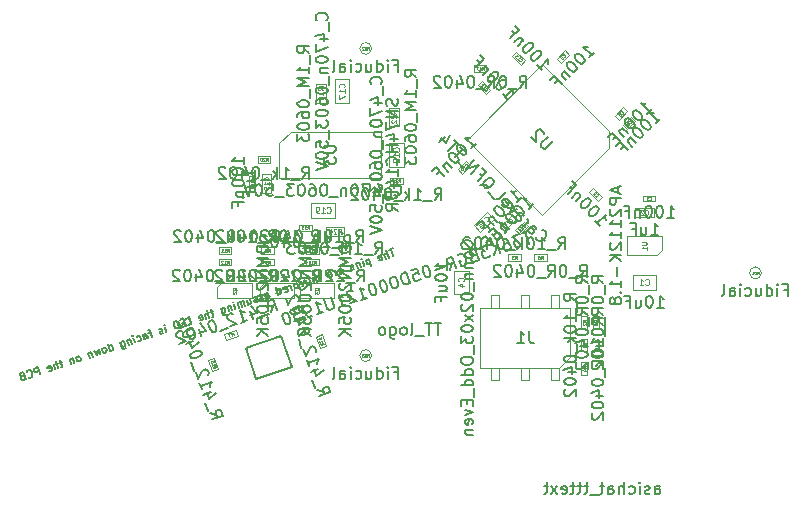
<source format=gbr>
%TF.GenerationSoftware,KiCad,Pcbnew,8.0.5-8.0.5-0~ubuntu22.04.1*%
%TF.CreationDate,2024-10-09T17:19:14-04:00*%
%TF.ProjectId,blinkencap,626c696e-6b65-46e6-9361-702e6b696361,1.0*%
%TF.SameCoordinates,Original*%
%TF.FileFunction,AssemblyDrawing,Bot*%
%FSLAX46Y46*%
G04 Gerber Fmt 4.6, Leading zero omitted, Abs format (unit mm)*
G04 Created by KiCad (PCBNEW 8.0.5-8.0.5-0~ubuntu22.04.1) date 2024-10-09 17:19:14*
%MOMM*%
%LPD*%
G01*
G04 APERTURE LIST*
%ADD10C,0.150000*%
%ADD11C,0.040000*%
%ADD12C,0.060000*%
%ADD13C,0.080000*%
%ADD14C,0.050000*%
%ADD15C,0.100000*%
%ADD16C,0.127000*%
%ADD17C,0.200000*%
G04 APERTURE END LIST*
D10*
X70287909Y-52148049D02*
X70287909Y-52215393D01*
X70287909Y-52215393D02*
X70355252Y-52350080D01*
X70355252Y-52350080D02*
X70422596Y-52417423D01*
X70422596Y-52417423D02*
X70557283Y-52484767D01*
X70557283Y-52484767D02*
X70691970Y-52484767D01*
X70691970Y-52484767D02*
X70792985Y-52451095D01*
X70792985Y-52451095D02*
X70961344Y-52350080D01*
X70961344Y-52350080D02*
X71062359Y-52249064D01*
X71062359Y-52249064D02*
X71163374Y-52080706D01*
X71163374Y-52080706D02*
X71197046Y-51979690D01*
X71197046Y-51979690D02*
X71197046Y-51845003D01*
X71197046Y-51845003D02*
X71129703Y-51710316D01*
X71129703Y-51710316D02*
X71062359Y-51642973D01*
X71062359Y-51642973D02*
X70927672Y-51575629D01*
X70927672Y-51575629D02*
X70860329Y-51575629D01*
X69614474Y-51609301D02*
X69984863Y-51238912D01*
X69984863Y-51238912D02*
X70085878Y-51205240D01*
X70085878Y-51205240D02*
X70186894Y-51238912D01*
X70186894Y-51238912D02*
X70321581Y-51373599D01*
X70321581Y-51373599D02*
X70355252Y-51474614D01*
X69648146Y-51575629D02*
X69681817Y-51676645D01*
X69681817Y-51676645D02*
X69850176Y-51845003D01*
X69850176Y-51845003D02*
X69951191Y-51878675D01*
X69951191Y-51878675D02*
X70052207Y-51845003D01*
X70052207Y-51845003D02*
X70119550Y-51777660D01*
X70119550Y-51777660D02*
X70153222Y-51676645D01*
X70153222Y-51676645D02*
X70119550Y-51575629D01*
X70119550Y-51575629D02*
X69951191Y-51407271D01*
X69951191Y-51407271D02*
X69917520Y-51306255D01*
X69277756Y-51272583D02*
X69749161Y-50801179D01*
X69614474Y-50935866D02*
X69648145Y-50834851D01*
X69648145Y-50834851D02*
X69648145Y-50767507D01*
X69648145Y-50767507D02*
X69614474Y-50666492D01*
X69614474Y-50666492D02*
X69547130Y-50599148D01*
X68536977Y-50531805D02*
X68907367Y-50161415D01*
X68907367Y-50161415D02*
X69008382Y-50127744D01*
X69008382Y-50127744D02*
X69109397Y-50161415D01*
X69109397Y-50161415D02*
X69244084Y-50296102D01*
X69244084Y-50296102D02*
X69277756Y-50397118D01*
X68570649Y-50498133D02*
X68604321Y-50599148D01*
X68604321Y-50599148D02*
X68772680Y-50767507D01*
X68772680Y-50767507D02*
X68873695Y-50801179D01*
X68873695Y-50801179D02*
X68974710Y-50767507D01*
X68974710Y-50767507D02*
X69042054Y-50700163D01*
X69042054Y-50700163D02*
X69075725Y-50599148D01*
X69075725Y-50599148D02*
X69042054Y-50498133D01*
X69042054Y-50498133D02*
X68873695Y-50329774D01*
X68873695Y-50329774D02*
X68840023Y-50228759D01*
X68739008Y-49791026D02*
X68099245Y-50094072D01*
X68099245Y-50094072D02*
X68402290Y-49454309D01*
X67425809Y-49353293D02*
X67459481Y-49454308D01*
X67459481Y-49454308D02*
X67594168Y-49588995D01*
X67594168Y-49588995D02*
X67695183Y-49622667D01*
X67695183Y-49622667D02*
X67796199Y-49588995D01*
X67796199Y-49588995D02*
X68065573Y-49319621D01*
X68065573Y-49319621D02*
X68099244Y-49218606D01*
X68099244Y-49218606D02*
X68065573Y-49117591D01*
X68065573Y-49117591D02*
X67930886Y-48982904D01*
X67930886Y-48982904D02*
X67829870Y-48949232D01*
X67829870Y-48949232D02*
X67728855Y-48982904D01*
X67728855Y-48982904D02*
X67661512Y-49050247D01*
X67661512Y-49050247D02*
X67930886Y-49454308D01*
X66954405Y-48949232D02*
X67055420Y-48982904D01*
X67055420Y-48982904D02*
X67156435Y-48949232D01*
X67156435Y-48949232D02*
X67762527Y-48343140D01*
X66786046Y-48915560D02*
X66247298Y-48376812D01*
X65607534Y-47737048D02*
X65708549Y-47770720D01*
X65708549Y-47770720D02*
X65843236Y-47770720D01*
X65843236Y-47770720D02*
X66045267Y-47770720D01*
X66045267Y-47770720D02*
X66146282Y-47804392D01*
X66146282Y-47804392D02*
X66213626Y-47871735D01*
X66011595Y-48006422D02*
X66112610Y-48040094D01*
X66112610Y-48040094D02*
X66247297Y-48040094D01*
X66247297Y-48040094D02*
X66415656Y-47939079D01*
X66415656Y-47939079D02*
X66651358Y-47703377D01*
X66651358Y-47703377D02*
X66752374Y-47535018D01*
X66752374Y-47535018D02*
X66752374Y-47400331D01*
X66752374Y-47400331D02*
X66718702Y-47299316D01*
X66718702Y-47299316D02*
X66584015Y-47164629D01*
X66584015Y-47164629D02*
X66483000Y-47130957D01*
X66483000Y-47130957D02*
X66348313Y-47130957D01*
X66348313Y-47130957D02*
X66179954Y-47231972D01*
X66179954Y-47231972D02*
X65944252Y-47467674D01*
X65944252Y-47467674D02*
X65843236Y-47636033D01*
X65843236Y-47636033D02*
X65843236Y-47770720D01*
X65843236Y-47770720D02*
X65876908Y-47871735D01*
X65876908Y-47871735D02*
X66011595Y-48006422D01*
X65540191Y-46794239D02*
X65775893Y-47029942D01*
X65405504Y-47400331D02*
X66112610Y-46693224D01*
X66112610Y-46693224D02*
X65775893Y-46356507D01*
X64799412Y-46794239D02*
X65506519Y-46087133D01*
X65506519Y-46087133D02*
X64395351Y-46390178D01*
X64395351Y-46390178D02*
X65102458Y-45683072D01*
X64159649Y-46289163D02*
X63620901Y-45750415D01*
X64328007Y-44908621D02*
X63923946Y-44504560D01*
X63418870Y-45413697D02*
X64125977Y-44706591D01*
X63789259Y-44369873D02*
X63385198Y-43965812D01*
X62880122Y-44874949D02*
X63587229Y-44167842D01*
X62610748Y-43662766D02*
X62139343Y-44134170D01*
X63048481Y-43561751D02*
X62711763Y-44235186D01*
X62711763Y-44235186D02*
X62274030Y-43797453D01*
X71733437Y-44069184D02*
X71161017Y-44641604D01*
X71161017Y-44641604D02*
X71060002Y-44675276D01*
X71060002Y-44675276D02*
X70992658Y-44675276D01*
X70992658Y-44675276D02*
X70891643Y-44641604D01*
X70891643Y-44641604D02*
X70756956Y-44506917D01*
X70756956Y-44506917D02*
X70723284Y-44405902D01*
X70723284Y-44405902D02*
X70723284Y-44338558D01*
X70723284Y-44338558D02*
X70756956Y-44237543D01*
X70756956Y-44237543D02*
X71329376Y-43665123D01*
X70958986Y-43429421D02*
X70958986Y-43362078D01*
X70958986Y-43362078D02*
X70925315Y-43261062D01*
X70925315Y-43261062D02*
X70756956Y-43092704D01*
X70756956Y-43092704D02*
X70655941Y-43059032D01*
X70655941Y-43059032D02*
X70588597Y-43059032D01*
X70588597Y-43059032D02*
X70487582Y-43092704D01*
X70487582Y-43092704D02*
X70420238Y-43160047D01*
X70420238Y-43160047D02*
X70352895Y-43294734D01*
X70352895Y-43294734D02*
X70352895Y-44102856D01*
X70352895Y-44102856D02*
X69915162Y-43665123D01*
X58280952Y-63631009D02*
X58614285Y-63631009D01*
X58614285Y-64154819D02*
X58614285Y-63154819D01*
X58614285Y-63154819D02*
X58138095Y-63154819D01*
X57757142Y-64154819D02*
X57757142Y-63488152D01*
X57757142Y-63154819D02*
X57804761Y-63202438D01*
X57804761Y-63202438D02*
X57757142Y-63250057D01*
X57757142Y-63250057D02*
X57709523Y-63202438D01*
X57709523Y-63202438D02*
X57757142Y-63154819D01*
X57757142Y-63154819D02*
X57757142Y-63250057D01*
X56852381Y-64154819D02*
X56852381Y-63154819D01*
X56852381Y-64107200D02*
X56947619Y-64154819D01*
X56947619Y-64154819D02*
X57138095Y-64154819D01*
X57138095Y-64154819D02*
X57233333Y-64107200D01*
X57233333Y-64107200D02*
X57280952Y-64059580D01*
X57280952Y-64059580D02*
X57328571Y-63964342D01*
X57328571Y-63964342D02*
X57328571Y-63678628D01*
X57328571Y-63678628D02*
X57280952Y-63583390D01*
X57280952Y-63583390D02*
X57233333Y-63535771D01*
X57233333Y-63535771D02*
X57138095Y-63488152D01*
X57138095Y-63488152D02*
X56947619Y-63488152D01*
X56947619Y-63488152D02*
X56852381Y-63535771D01*
X55947619Y-63488152D02*
X55947619Y-64154819D01*
X56376190Y-63488152D02*
X56376190Y-64011961D01*
X56376190Y-64011961D02*
X56328571Y-64107200D01*
X56328571Y-64107200D02*
X56233333Y-64154819D01*
X56233333Y-64154819D02*
X56090476Y-64154819D01*
X56090476Y-64154819D02*
X55995238Y-64107200D01*
X55995238Y-64107200D02*
X55947619Y-64059580D01*
X55042857Y-64107200D02*
X55138095Y-64154819D01*
X55138095Y-64154819D02*
X55328571Y-64154819D01*
X55328571Y-64154819D02*
X55423809Y-64107200D01*
X55423809Y-64107200D02*
X55471428Y-64059580D01*
X55471428Y-64059580D02*
X55519047Y-63964342D01*
X55519047Y-63964342D02*
X55519047Y-63678628D01*
X55519047Y-63678628D02*
X55471428Y-63583390D01*
X55471428Y-63583390D02*
X55423809Y-63535771D01*
X55423809Y-63535771D02*
X55328571Y-63488152D01*
X55328571Y-63488152D02*
X55138095Y-63488152D01*
X55138095Y-63488152D02*
X55042857Y-63535771D01*
X54614285Y-64154819D02*
X54614285Y-63488152D01*
X54614285Y-63154819D02*
X54661904Y-63202438D01*
X54661904Y-63202438D02*
X54614285Y-63250057D01*
X54614285Y-63250057D02*
X54566666Y-63202438D01*
X54566666Y-63202438D02*
X54614285Y-63154819D01*
X54614285Y-63154819D02*
X54614285Y-63250057D01*
X53709524Y-64154819D02*
X53709524Y-63631009D01*
X53709524Y-63631009D02*
X53757143Y-63535771D01*
X53757143Y-63535771D02*
X53852381Y-63488152D01*
X53852381Y-63488152D02*
X54042857Y-63488152D01*
X54042857Y-63488152D02*
X54138095Y-63535771D01*
X53709524Y-64107200D02*
X53804762Y-64154819D01*
X53804762Y-64154819D02*
X54042857Y-64154819D01*
X54042857Y-64154819D02*
X54138095Y-64107200D01*
X54138095Y-64107200D02*
X54185714Y-64011961D01*
X54185714Y-64011961D02*
X54185714Y-63916723D01*
X54185714Y-63916723D02*
X54138095Y-63821485D01*
X54138095Y-63821485D02*
X54042857Y-63773866D01*
X54042857Y-63773866D02*
X53804762Y-63773866D01*
X53804762Y-63773866D02*
X53709524Y-63726247D01*
X53090476Y-64154819D02*
X53185714Y-64107200D01*
X53185714Y-64107200D02*
X53233333Y-64011961D01*
X53233333Y-64011961D02*
X53233333Y-63154819D01*
D11*
X56114285Y-62185681D02*
X56180951Y-62185681D01*
X56180951Y-62290443D02*
X56180951Y-62090443D01*
X56180951Y-62090443D02*
X56085713Y-62090443D01*
X56009522Y-62290443D02*
X56009522Y-62090443D01*
X55914284Y-62290443D02*
X55914284Y-62090443D01*
X55914284Y-62090443D02*
X55866665Y-62090443D01*
X55866665Y-62090443D02*
X55838094Y-62099967D01*
X55838094Y-62099967D02*
X55819046Y-62119015D01*
X55819046Y-62119015D02*
X55809523Y-62138062D01*
X55809523Y-62138062D02*
X55799999Y-62176158D01*
X55799999Y-62176158D02*
X55799999Y-62204729D01*
X55799999Y-62204729D02*
X55809523Y-62242824D01*
X55809523Y-62242824D02*
X55819046Y-62261872D01*
X55819046Y-62261872D02*
X55838094Y-62280920D01*
X55838094Y-62280920D02*
X55866665Y-62290443D01*
X55866665Y-62290443D02*
X55914284Y-62290443D01*
X55733332Y-62090443D02*
X55609523Y-62090443D01*
X55609523Y-62090443D02*
X55676189Y-62166634D01*
X55676189Y-62166634D02*
X55647618Y-62166634D01*
X55647618Y-62166634D02*
X55628570Y-62176158D01*
X55628570Y-62176158D02*
X55619046Y-62185681D01*
X55619046Y-62185681D02*
X55609523Y-62204729D01*
X55609523Y-62204729D02*
X55609523Y-62252348D01*
X55609523Y-62252348D02*
X55619046Y-62271396D01*
X55619046Y-62271396D02*
X55628570Y-62280920D01*
X55628570Y-62280920D02*
X55647618Y-62290443D01*
X55647618Y-62290443D02*
X55704761Y-62290443D01*
X55704761Y-62290443D02*
X55723808Y-62280920D01*
X55723808Y-62280920D02*
X55733332Y-62271396D01*
D10*
X56704762Y-53584819D02*
X57038095Y-53108628D01*
X57276190Y-53584819D02*
X57276190Y-52584819D01*
X57276190Y-52584819D02*
X56895238Y-52584819D01*
X56895238Y-52584819D02*
X56800000Y-52632438D01*
X56800000Y-52632438D02*
X56752381Y-52680057D01*
X56752381Y-52680057D02*
X56704762Y-52775295D01*
X56704762Y-52775295D02*
X56704762Y-52918152D01*
X56704762Y-52918152D02*
X56752381Y-53013390D01*
X56752381Y-53013390D02*
X56800000Y-53061009D01*
X56800000Y-53061009D02*
X56895238Y-53108628D01*
X56895238Y-53108628D02*
X57276190Y-53108628D01*
X56514286Y-53680057D02*
X55752381Y-53680057D01*
X54990476Y-53584819D02*
X55561904Y-53584819D01*
X55276190Y-53584819D02*
X55276190Y-52584819D01*
X55276190Y-52584819D02*
X55371428Y-52727676D01*
X55371428Y-52727676D02*
X55466666Y-52822914D01*
X55466666Y-52822914D02*
X55561904Y-52870533D01*
X54561904Y-53584819D02*
X54561904Y-52584819D01*
X54561904Y-52584819D02*
X54228571Y-53299104D01*
X54228571Y-53299104D02*
X53895238Y-52584819D01*
X53895238Y-52584819D02*
X53895238Y-53584819D01*
X53657143Y-53680057D02*
X52895238Y-53680057D01*
X52466666Y-52584819D02*
X52371428Y-52584819D01*
X52371428Y-52584819D02*
X52276190Y-52632438D01*
X52276190Y-52632438D02*
X52228571Y-52680057D01*
X52228571Y-52680057D02*
X52180952Y-52775295D01*
X52180952Y-52775295D02*
X52133333Y-52965771D01*
X52133333Y-52965771D02*
X52133333Y-53203866D01*
X52133333Y-53203866D02*
X52180952Y-53394342D01*
X52180952Y-53394342D02*
X52228571Y-53489580D01*
X52228571Y-53489580D02*
X52276190Y-53537200D01*
X52276190Y-53537200D02*
X52371428Y-53584819D01*
X52371428Y-53584819D02*
X52466666Y-53584819D01*
X52466666Y-53584819D02*
X52561904Y-53537200D01*
X52561904Y-53537200D02*
X52609523Y-53489580D01*
X52609523Y-53489580D02*
X52657142Y-53394342D01*
X52657142Y-53394342D02*
X52704761Y-53203866D01*
X52704761Y-53203866D02*
X52704761Y-52965771D01*
X52704761Y-52965771D02*
X52657142Y-52775295D01*
X52657142Y-52775295D02*
X52609523Y-52680057D01*
X52609523Y-52680057D02*
X52561904Y-52632438D01*
X52561904Y-52632438D02*
X52466666Y-52584819D01*
X51276190Y-52584819D02*
X51466666Y-52584819D01*
X51466666Y-52584819D02*
X51561904Y-52632438D01*
X51561904Y-52632438D02*
X51609523Y-52680057D01*
X51609523Y-52680057D02*
X51704761Y-52822914D01*
X51704761Y-52822914D02*
X51752380Y-53013390D01*
X51752380Y-53013390D02*
X51752380Y-53394342D01*
X51752380Y-53394342D02*
X51704761Y-53489580D01*
X51704761Y-53489580D02*
X51657142Y-53537200D01*
X51657142Y-53537200D02*
X51561904Y-53584819D01*
X51561904Y-53584819D02*
X51371428Y-53584819D01*
X51371428Y-53584819D02*
X51276190Y-53537200D01*
X51276190Y-53537200D02*
X51228571Y-53489580D01*
X51228571Y-53489580D02*
X51180952Y-53394342D01*
X51180952Y-53394342D02*
X51180952Y-53156247D01*
X51180952Y-53156247D02*
X51228571Y-53061009D01*
X51228571Y-53061009D02*
X51276190Y-53013390D01*
X51276190Y-53013390D02*
X51371428Y-52965771D01*
X51371428Y-52965771D02*
X51561904Y-52965771D01*
X51561904Y-52965771D02*
X51657142Y-53013390D01*
X51657142Y-53013390D02*
X51704761Y-53061009D01*
X51704761Y-53061009D02*
X51752380Y-53156247D01*
X50561904Y-52584819D02*
X50466666Y-52584819D01*
X50466666Y-52584819D02*
X50371428Y-52632438D01*
X50371428Y-52632438D02*
X50323809Y-52680057D01*
X50323809Y-52680057D02*
X50276190Y-52775295D01*
X50276190Y-52775295D02*
X50228571Y-52965771D01*
X50228571Y-52965771D02*
X50228571Y-53203866D01*
X50228571Y-53203866D02*
X50276190Y-53394342D01*
X50276190Y-53394342D02*
X50323809Y-53489580D01*
X50323809Y-53489580D02*
X50371428Y-53537200D01*
X50371428Y-53537200D02*
X50466666Y-53584819D01*
X50466666Y-53584819D02*
X50561904Y-53584819D01*
X50561904Y-53584819D02*
X50657142Y-53537200D01*
X50657142Y-53537200D02*
X50704761Y-53489580D01*
X50704761Y-53489580D02*
X50752380Y-53394342D01*
X50752380Y-53394342D02*
X50799999Y-53203866D01*
X50799999Y-53203866D02*
X50799999Y-52965771D01*
X50799999Y-52965771D02*
X50752380Y-52775295D01*
X50752380Y-52775295D02*
X50704761Y-52680057D01*
X50704761Y-52680057D02*
X50657142Y-52632438D01*
X50657142Y-52632438D02*
X50561904Y-52584819D01*
X49895237Y-52584819D02*
X49276190Y-52584819D01*
X49276190Y-52584819D02*
X49609523Y-52965771D01*
X49609523Y-52965771D02*
X49466666Y-52965771D01*
X49466666Y-52965771D02*
X49371428Y-53013390D01*
X49371428Y-53013390D02*
X49323809Y-53061009D01*
X49323809Y-53061009D02*
X49276190Y-53156247D01*
X49276190Y-53156247D02*
X49276190Y-53394342D01*
X49276190Y-53394342D02*
X49323809Y-53489580D01*
X49323809Y-53489580D02*
X49371428Y-53537200D01*
X49371428Y-53537200D02*
X49466666Y-53584819D01*
X49466666Y-53584819D02*
X49752380Y-53584819D01*
X49752380Y-53584819D02*
X49847618Y-53537200D01*
X49847618Y-53537200D02*
X49895237Y-53489580D01*
D12*
X53557142Y-51881927D02*
X53690475Y-51691451D01*
X53785713Y-51881927D02*
X53785713Y-51481927D01*
X53785713Y-51481927D02*
X53633332Y-51481927D01*
X53633332Y-51481927D02*
X53595237Y-51500975D01*
X53595237Y-51500975D02*
X53576190Y-51520022D01*
X53576190Y-51520022D02*
X53557142Y-51558118D01*
X53557142Y-51558118D02*
X53557142Y-51615260D01*
X53557142Y-51615260D02*
X53576190Y-51653356D01*
X53576190Y-51653356D02*
X53595237Y-51672403D01*
X53595237Y-51672403D02*
X53633332Y-51691451D01*
X53633332Y-51691451D02*
X53785713Y-51691451D01*
X53404761Y-51520022D02*
X53385713Y-51500975D01*
X53385713Y-51500975D02*
X53347618Y-51481927D01*
X53347618Y-51481927D02*
X53252380Y-51481927D01*
X53252380Y-51481927D02*
X53214285Y-51500975D01*
X53214285Y-51500975D02*
X53195237Y-51520022D01*
X53195237Y-51520022D02*
X53176190Y-51558118D01*
X53176190Y-51558118D02*
X53176190Y-51596213D01*
X53176190Y-51596213D02*
X53195237Y-51653356D01*
X53195237Y-51653356D02*
X53423809Y-51881927D01*
X53423809Y-51881927D02*
X53176190Y-51881927D01*
X52833333Y-51615260D02*
X52833333Y-51881927D01*
X52928571Y-51462880D02*
X53023809Y-51748594D01*
X53023809Y-51748594D02*
X52776190Y-51748594D01*
D10*
X55194524Y-55924819D02*
X55527857Y-55448628D01*
X55765952Y-55924819D02*
X55765952Y-54924819D01*
X55765952Y-54924819D02*
X55385000Y-54924819D01*
X55385000Y-54924819D02*
X55289762Y-54972438D01*
X55289762Y-54972438D02*
X55242143Y-55020057D01*
X55242143Y-55020057D02*
X55194524Y-55115295D01*
X55194524Y-55115295D02*
X55194524Y-55258152D01*
X55194524Y-55258152D02*
X55242143Y-55353390D01*
X55242143Y-55353390D02*
X55289762Y-55401009D01*
X55289762Y-55401009D02*
X55385000Y-55448628D01*
X55385000Y-55448628D02*
X55765952Y-55448628D01*
X55004048Y-56020057D02*
X54242143Y-56020057D01*
X54051666Y-55020057D02*
X54004047Y-54972438D01*
X54004047Y-54972438D02*
X53908809Y-54924819D01*
X53908809Y-54924819D02*
X53670714Y-54924819D01*
X53670714Y-54924819D02*
X53575476Y-54972438D01*
X53575476Y-54972438D02*
X53527857Y-55020057D01*
X53527857Y-55020057D02*
X53480238Y-55115295D01*
X53480238Y-55115295D02*
X53480238Y-55210533D01*
X53480238Y-55210533D02*
X53527857Y-55353390D01*
X53527857Y-55353390D02*
X54099285Y-55924819D01*
X54099285Y-55924819D02*
X53480238Y-55924819D01*
X53099285Y-55020057D02*
X53051666Y-54972438D01*
X53051666Y-54972438D02*
X52956428Y-54924819D01*
X52956428Y-54924819D02*
X52718333Y-54924819D01*
X52718333Y-54924819D02*
X52623095Y-54972438D01*
X52623095Y-54972438D02*
X52575476Y-55020057D01*
X52575476Y-55020057D02*
X52527857Y-55115295D01*
X52527857Y-55115295D02*
X52527857Y-55210533D01*
X52527857Y-55210533D02*
X52575476Y-55353390D01*
X52575476Y-55353390D02*
X53146904Y-55924819D01*
X53146904Y-55924819D02*
X52527857Y-55924819D01*
X51527857Y-55924819D02*
X51861190Y-55448628D01*
X52099285Y-55924819D02*
X52099285Y-54924819D01*
X52099285Y-54924819D02*
X51718333Y-54924819D01*
X51718333Y-54924819D02*
X51623095Y-54972438D01*
X51623095Y-54972438D02*
X51575476Y-55020057D01*
X51575476Y-55020057D02*
X51527857Y-55115295D01*
X51527857Y-55115295D02*
X51527857Y-55258152D01*
X51527857Y-55258152D02*
X51575476Y-55353390D01*
X51575476Y-55353390D02*
X51623095Y-55401009D01*
X51623095Y-55401009D02*
X51718333Y-55448628D01*
X51718333Y-55448628D02*
X52099285Y-55448628D01*
X51337381Y-56020057D02*
X50575476Y-56020057D01*
X50146904Y-54924819D02*
X50051666Y-54924819D01*
X50051666Y-54924819D02*
X49956428Y-54972438D01*
X49956428Y-54972438D02*
X49908809Y-55020057D01*
X49908809Y-55020057D02*
X49861190Y-55115295D01*
X49861190Y-55115295D02*
X49813571Y-55305771D01*
X49813571Y-55305771D02*
X49813571Y-55543866D01*
X49813571Y-55543866D02*
X49861190Y-55734342D01*
X49861190Y-55734342D02*
X49908809Y-55829580D01*
X49908809Y-55829580D02*
X49956428Y-55877200D01*
X49956428Y-55877200D02*
X50051666Y-55924819D01*
X50051666Y-55924819D02*
X50146904Y-55924819D01*
X50146904Y-55924819D02*
X50242142Y-55877200D01*
X50242142Y-55877200D02*
X50289761Y-55829580D01*
X50289761Y-55829580D02*
X50337380Y-55734342D01*
X50337380Y-55734342D02*
X50384999Y-55543866D01*
X50384999Y-55543866D02*
X50384999Y-55305771D01*
X50384999Y-55305771D02*
X50337380Y-55115295D01*
X50337380Y-55115295D02*
X50289761Y-55020057D01*
X50289761Y-55020057D02*
X50242142Y-54972438D01*
X50242142Y-54972438D02*
X50146904Y-54924819D01*
X48956428Y-55258152D02*
X48956428Y-55924819D01*
X49194523Y-54877200D02*
X49432618Y-55591485D01*
X49432618Y-55591485D02*
X48813571Y-55591485D01*
X48242142Y-54924819D02*
X48146904Y-54924819D01*
X48146904Y-54924819D02*
X48051666Y-54972438D01*
X48051666Y-54972438D02*
X48004047Y-55020057D01*
X48004047Y-55020057D02*
X47956428Y-55115295D01*
X47956428Y-55115295D02*
X47908809Y-55305771D01*
X47908809Y-55305771D02*
X47908809Y-55543866D01*
X47908809Y-55543866D02*
X47956428Y-55734342D01*
X47956428Y-55734342D02*
X48004047Y-55829580D01*
X48004047Y-55829580D02*
X48051666Y-55877200D01*
X48051666Y-55877200D02*
X48146904Y-55924819D01*
X48146904Y-55924819D02*
X48242142Y-55924819D01*
X48242142Y-55924819D02*
X48337380Y-55877200D01*
X48337380Y-55877200D02*
X48384999Y-55829580D01*
X48384999Y-55829580D02*
X48432618Y-55734342D01*
X48432618Y-55734342D02*
X48480237Y-55543866D01*
X48480237Y-55543866D02*
X48480237Y-55305771D01*
X48480237Y-55305771D02*
X48432618Y-55115295D01*
X48432618Y-55115295D02*
X48384999Y-55020057D01*
X48384999Y-55020057D02*
X48337380Y-54972438D01*
X48337380Y-54972438D02*
X48242142Y-54924819D01*
X47527856Y-55020057D02*
X47480237Y-54972438D01*
X47480237Y-54972438D02*
X47384999Y-54924819D01*
X47384999Y-54924819D02*
X47146904Y-54924819D01*
X47146904Y-54924819D02*
X47051666Y-54972438D01*
X47051666Y-54972438D02*
X47004047Y-55020057D01*
X47004047Y-55020057D02*
X46956428Y-55115295D01*
X46956428Y-55115295D02*
X46956428Y-55210533D01*
X46956428Y-55210533D02*
X47004047Y-55353390D01*
X47004047Y-55353390D02*
X47575475Y-55924819D01*
X47575475Y-55924819D02*
X46956428Y-55924819D01*
D11*
X51552142Y-54418200D02*
X51638809Y-54294391D01*
X51700714Y-54418200D02*
X51700714Y-54158200D01*
X51700714Y-54158200D02*
X51601666Y-54158200D01*
X51601666Y-54158200D02*
X51576904Y-54170581D01*
X51576904Y-54170581D02*
X51564523Y-54182962D01*
X51564523Y-54182962D02*
X51552142Y-54207724D01*
X51552142Y-54207724D02*
X51552142Y-54244867D01*
X51552142Y-54244867D02*
X51564523Y-54269629D01*
X51564523Y-54269629D02*
X51576904Y-54282010D01*
X51576904Y-54282010D02*
X51601666Y-54294391D01*
X51601666Y-54294391D02*
X51700714Y-54294391D01*
X51304523Y-54418200D02*
X51453095Y-54418200D01*
X51378809Y-54418200D02*
X51378809Y-54158200D01*
X51378809Y-54158200D02*
X51403571Y-54195343D01*
X51403571Y-54195343D02*
X51428333Y-54220105D01*
X51428333Y-54220105D02*
X51453095Y-54232486D01*
X51069285Y-54158200D02*
X51193095Y-54158200D01*
X51193095Y-54158200D02*
X51205476Y-54282010D01*
X51205476Y-54282010D02*
X51193095Y-54269629D01*
X51193095Y-54269629D02*
X51168333Y-54257248D01*
X51168333Y-54257248D02*
X51106428Y-54257248D01*
X51106428Y-54257248D02*
X51081666Y-54269629D01*
X51081666Y-54269629D02*
X51069285Y-54282010D01*
X51069285Y-54282010D02*
X51056904Y-54306772D01*
X51056904Y-54306772D02*
X51056904Y-54368677D01*
X51056904Y-54368677D02*
X51069285Y-54393439D01*
X51069285Y-54393439D02*
X51081666Y-54405820D01*
X51081666Y-54405820D02*
X51106428Y-54418200D01*
X51106428Y-54418200D02*
X51168333Y-54418200D01*
X51168333Y-54418200D02*
X51193095Y-54405820D01*
X51193095Y-54405820D02*
X51205476Y-54393439D01*
D10*
X91280952Y-56631009D02*
X91614285Y-56631009D01*
X91614285Y-57154819D02*
X91614285Y-56154819D01*
X91614285Y-56154819D02*
X91138095Y-56154819D01*
X90757142Y-57154819D02*
X90757142Y-56488152D01*
X90757142Y-56154819D02*
X90804761Y-56202438D01*
X90804761Y-56202438D02*
X90757142Y-56250057D01*
X90757142Y-56250057D02*
X90709523Y-56202438D01*
X90709523Y-56202438D02*
X90757142Y-56154819D01*
X90757142Y-56154819D02*
X90757142Y-56250057D01*
X89852381Y-57154819D02*
X89852381Y-56154819D01*
X89852381Y-57107200D02*
X89947619Y-57154819D01*
X89947619Y-57154819D02*
X90138095Y-57154819D01*
X90138095Y-57154819D02*
X90233333Y-57107200D01*
X90233333Y-57107200D02*
X90280952Y-57059580D01*
X90280952Y-57059580D02*
X90328571Y-56964342D01*
X90328571Y-56964342D02*
X90328571Y-56678628D01*
X90328571Y-56678628D02*
X90280952Y-56583390D01*
X90280952Y-56583390D02*
X90233333Y-56535771D01*
X90233333Y-56535771D02*
X90138095Y-56488152D01*
X90138095Y-56488152D02*
X89947619Y-56488152D01*
X89947619Y-56488152D02*
X89852381Y-56535771D01*
X88947619Y-56488152D02*
X88947619Y-57154819D01*
X89376190Y-56488152D02*
X89376190Y-57011961D01*
X89376190Y-57011961D02*
X89328571Y-57107200D01*
X89328571Y-57107200D02*
X89233333Y-57154819D01*
X89233333Y-57154819D02*
X89090476Y-57154819D01*
X89090476Y-57154819D02*
X88995238Y-57107200D01*
X88995238Y-57107200D02*
X88947619Y-57059580D01*
X88042857Y-57107200D02*
X88138095Y-57154819D01*
X88138095Y-57154819D02*
X88328571Y-57154819D01*
X88328571Y-57154819D02*
X88423809Y-57107200D01*
X88423809Y-57107200D02*
X88471428Y-57059580D01*
X88471428Y-57059580D02*
X88519047Y-56964342D01*
X88519047Y-56964342D02*
X88519047Y-56678628D01*
X88519047Y-56678628D02*
X88471428Y-56583390D01*
X88471428Y-56583390D02*
X88423809Y-56535771D01*
X88423809Y-56535771D02*
X88328571Y-56488152D01*
X88328571Y-56488152D02*
X88138095Y-56488152D01*
X88138095Y-56488152D02*
X88042857Y-56535771D01*
X87614285Y-57154819D02*
X87614285Y-56488152D01*
X87614285Y-56154819D02*
X87661904Y-56202438D01*
X87661904Y-56202438D02*
X87614285Y-56250057D01*
X87614285Y-56250057D02*
X87566666Y-56202438D01*
X87566666Y-56202438D02*
X87614285Y-56154819D01*
X87614285Y-56154819D02*
X87614285Y-56250057D01*
X86709524Y-57154819D02*
X86709524Y-56631009D01*
X86709524Y-56631009D02*
X86757143Y-56535771D01*
X86757143Y-56535771D02*
X86852381Y-56488152D01*
X86852381Y-56488152D02*
X87042857Y-56488152D01*
X87042857Y-56488152D02*
X87138095Y-56535771D01*
X86709524Y-57107200D02*
X86804762Y-57154819D01*
X86804762Y-57154819D02*
X87042857Y-57154819D01*
X87042857Y-57154819D02*
X87138095Y-57107200D01*
X87138095Y-57107200D02*
X87185714Y-57011961D01*
X87185714Y-57011961D02*
X87185714Y-56916723D01*
X87185714Y-56916723D02*
X87138095Y-56821485D01*
X87138095Y-56821485D02*
X87042857Y-56773866D01*
X87042857Y-56773866D02*
X86804762Y-56773866D01*
X86804762Y-56773866D02*
X86709524Y-56726247D01*
X86090476Y-57154819D02*
X86185714Y-57107200D01*
X86185714Y-57107200D02*
X86233333Y-57011961D01*
X86233333Y-57011961D02*
X86233333Y-56154819D01*
D11*
X89114285Y-55185681D02*
X89180951Y-55185681D01*
X89180951Y-55290443D02*
X89180951Y-55090443D01*
X89180951Y-55090443D02*
X89085713Y-55090443D01*
X89009522Y-55290443D02*
X89009522Y-55090443D01*
X88914284Y-55290443D02*
X88914284Y-55090443D01*
X88914284Y-55090443D02*
X88866665Y-55090443D01*
X88866665Y-55090443D02*
X88838094Y-55099967D01*
X88838094Y-55099967D02*
X88819046Y-55119015D01*
X88819046Y-55119015D02*
X88809523Y-55138062D01*
X88809523Y-55138062D02*
X88799999Y-55176158D01*
X88799999Y-55176158D02*
X88799999Y-55204729D01*
X88799999Y-55204729D02*
X88809523Y-55242824D01*
X88809523Y-55242824D02*
X88819046Y-55261872D01*
X88819046Y-55261872D02*
X88838094Y-55280920D01*
X88838094Y-55280920D02*
X88866665Y-55290443D01*
X88866665Y-55290443D02*
X88914284Y-55290443D01*
X88609523Y-55290443D02*
X88723808Y-55290443D01*
X88666665Y-55290443D02*
X88666665Y-55090443D01*
X88666665Y-55090443D02*
X88685713Y-55119015D01*
X88685713Y-55119015D02*
X88704761Y-55138062D01*
X88704761Y-55138062D02*
X88723808Y-55147586D01*
D10*
X58300000Y-48579580D02*
X58347619Y-48627200D01*
X58347619Y-48627200D02*
X58490476Y-48674819D01*
X58490476Y-48674819D02*
X58585714Y-48674819D01*
X58585714Y-48674819D02*
X58728571Y-48627200D01*
X58728571Y-48627200D02*
X58823809Y-48531961D01*
X58823809Y-48531961D02*
X58871428Y-48436723D01*
X58871428Y-48436723D02*
X58919047Y-48246247D01*
X58919047Y-48246247D02*
X58919047Y-48103390D01*
X58919047Y-48103390D02*
X58871428Y-47912914D01*
X58871428Y-47912914D02*
X58823809Y-47817676D01*
X58823809Y-47817676D02*
X58728571Y-47722438D01*
X58728571Y-47722438D02*
X58585714Y-47674819D01*
X58585714Y-47674819D02*
X58490476Y-47674819D01*
X58490476Y-47674819D02*
X58347619Y-47722438D01*
X58347619Y-47722438D02*
X58300000Y-47770057D01*
X58109524Y-48770057D02*
X57347619Y-48770057D01*
X56680952Y-48008152D02*
X56680952Y-48674819D01*
X56919047Y-47627200D02*
X57157142Y-48341485D01*
X57157142Y-48341485D02*
X56538095Y-48341485D01*
X56252380Y-47674819D02*
X55585714Y-47674819D01*
X55585714Y-47674819D02*
X56014285Y-48674819D01*
X55014285Y-47674819D02*
X54919047Y-47674819D01*
X54919047Y-47674819D02*
X54823809Y-47722438D01*
X54823809Y-47722438D02*
X54776190Y-47770057D01*
X54776190Y-47770057D02*
X54728571Y-47865295D01*
X54728571Y-47865295D02*
X54680952Y-48055771D01*
X54680952Y-48055771D02*
X54680952Y-48293866D01*
X54680952Y-48293866D02*
X54728571Y-48484342D01*
X54728571Y-48484342D02*
X54776190Y-48579580D01*
X54776190Y-48579580D02*
X54823809Y-48627200D01*
X54823809Y-48627200D02*
X54919047Y-48674819D01*
X54919047Y-48674819D02*
X55014285Y-48674819D01*
X55014285Y-48674819D02*
X55109523Y-48627200D01*
X55109523Y-48627200D02*
X55157142Y-48579580D01*
X55157142Y-48579580D02*
X55204761Y-48484342D01*
X55204761Y-48484342D02*
X55252380Y-48293866D01*
X55252380Y-48293866D02*
X55252380Y-48055771D01*
X55252380Y-48055771D02*
X55204761Y-47865295D01*
X55204761Y-47865295D02*
X55157142Y-47770057D01*
X55157142Y-47770057D02*
X55109523Y-47722438D01*
X55109523Y-47722438D02*
X55014285Y-47674819D01*
X54252380Y-48008152D02*
X54252380Y-48674819D01*
X54252380Y-48103390D02*
X54204761Y-48055771D01*
X54204761Y-48055771D02*
X54109523Y-48008152D01*
X54109523Y-48008152D02*
X53966666Y-48008152D01*
X53966666Y-48008152D02*
X53871428Y-48055771D01*
X53871428Y-48055771D02*
X53823809Y-48151009D01*
X53823809Y-48151009D02*
X53823809Y-48674819D01*
X53585714Y-48770057D02*
X52823809Y-48770057D01*
X52395237Y-47674819D02*
X52299999Y-47674819D01*
X52299999Y-47674819D02*
X52204761Y-47722438D01*
X52204761Y-47722438D02*
X52157142Y-47770057D01*
X52157142Y-47770057D02*
X52109523Y-47865295D01*
X52109523Y-47865295D02*
X52061904Y-48055771D01*
X52061904Y-48055771D02*
X52061904Y-48293866D01*
X52061904Y-48293866D02*
X52109523Y-48484342D01*
X52109523Y-48484342D02*
X52157142Y-48579580D01*
X52157142Y-48579580D02*
X52204761Y-48627200D01*
X52204761Y-48627200D02*
X52299999Y-48674819D01*
X52299999Y-48674819D02*
X52395237Y-48674819D01*
X52395237Y-48674819D02*
X52490475Y-48627200D01*
X52490475Y-48627200D02*
X52538094Y-48579580D01*
X52538094Y-48579580D02*
X52585713Y-48484342D01*
X52585713Y-48484342D02*
X52633332Y-48293866D01*
X52633332Y-48293866D02*
X52633332Y-48055771D01*
X52633332Y-48055771D02*
X52585713Y-47865295D01*
X52585713Y-47865295D02*
X52538094Y-47770057D01*
X52538094Y-47770057D02*
X52490475Y-47722438D01*
X52490475Y-47722438D02*
X52395237Y-47674819D01*
X51204761Y-47674819D02*
X51395237Y-47674819D01*
X51395237Y-47674819D02*
X51490475Y-47722438D01*
X51490475Y-47722438D02*
X51538094Y-47770057D01*
X51538094Y-47770057D02*
X51633332Y-47912914D01*
X51633332Y-47912914D02*
X51680951Y-48103390D01*
X51680951Y-48103390D02*
X51680951Y-48484342D01*
X51680951Y-48484342D02*
X51633332Y-48579580D01*
X51633332Y-48579580D02*
X51585713Y-48627200D01*
X51585713Y-48627200D02*
X51490475Y-48674819D01*
X51490475Y-48674819D02*
X51299999Y-48674819D01*
X51299999Y-48674819D02*
X51204761Y-48627200D01*
X51204761Y-48627200D02*
X51157142Y-48579580D01*
X51157142Y-48579580D02*
X51109523Y-48484342D01*
X51109523Y-48484342D02*
X51109523Y-48246247D01*
X51109523Y-48246247D02*
X51157142Y-48151009D01*
X51157142Y-48151009D02*
X51204761Y-48103390D01*
X51204761Y-48103390D02*
X51299999Y-48055771D01*
X51299999Y-48055771D02*
X51490475Y-48055771D01*
X51490475Y-48055771D02*
X51585713Y-48103390D01*
X51585713Y-48103390D02*
X51633332Y-48151009D01*
X51633332Y-48151009D02*
X51680951Y-48246247D01*
X50490475Y-47674819D02*
X50395237Y-47674819D01*
X50395237Y-47674819D02*
X50299999Y-47722438D01*
X50299999Y-47722438D02*
X50252380Y-47770057D01*
X50252380Y-47770057D02*
X50204761Y-47865295D01*
X50204761Y-47865295D02*
X50157142Y-48055771D01*
X50157142Y-48055771D02*
X50157142Y-48293866D01*
X50157142Y-48293866D02*
X50204761Y-48484342D01*
X50204761Y-48484342D02*
X50252380Y-48579580D01*
X50252380Y-48579580D02*
X50299999Y-48627200D01*
X50299999Y-48627200D02*
X50395237Y-48674819D01*
X50395237Y-48674819D02*
X50490475Y-48674819D01*
X50490475Y-48674819D02*
X50585713Y-48627200D01*
X50585713Y-48627200D02*
X50633332Y-48579580D01*
X50633332Y-48579580D02*
X50680951Y-48484342D01*
X50680951Y-48484342D02*
X50728570Y-48293866D01*
X50728570Y-48293866D02*
X50728570Y-48055771D01*
X50728570Y-48055771D02*
X50680951Y-47865295D01*
X50680951Y-47865295D02*
X50633332Y-47770057D01*
X50633332Y-47770057D02*
X50585713Y-47722438D01*
X50585713Y-47722438D02*
X50490475Y-47674819D01*
X49823808Y-47674819D02*
X49204761Y-47674819D01*
X49204761Y-47674819D02*
X49538094Y-48055771D01*
X49538094Y-48055771D02*
X49395237Y-48055771D01*
X49395237Y-48055771D02*
X49299999Y-48103390D01*
X49299999Y-48103390D02*
X49252380Y-48151009D01*
X49252380Y-48151009D02*
X49204761Y-48246247D01*
X49204761Y-48246247D02*
X49204761Y-48484342D01*
X49204761Y-48484342D02*
X49252380Y-48579580D01*
X49252380Y-48579580D02*
X49299999Y-48627200D01*
X49299999Y-48627200D02*
X49395237Y-48674819D01*
X49395237Y-48674819D02*
X49680951Y-48674819D01*
X49680951Y-48674819D02*
X49776189Y-48627200D01*
X49776189Y-48627200D02*
X49823808Y-48579580D01*
X49014285Y-48770057D02*
X48252380Y-48770057D01*
X47538094Y-47674819D02*
X48014284Y-47674819D01*
X48014284Y-47674819D02*
X48061903Y-48151009D01*
X48061903Y-48151009D02*
X48014284Y-48103390D01*
X48014284Y-48103390D02*
X47919046Y-48055771D01*
X47919046Y-48055771D02*
X47680951Y-48055771D01*
X47680951Y-48055771D02*
X47585713Y-48103390D01*
X47585713Y-48103390D02*
X47538094Y-48151009D01*
X47538094Y-48151009D02*
X47490475Y-48246247D01*
X47490475Y-48246247D02*
X47490475Y-48484342D01*
X47490475Y-48484342D02*
X47538094Y-48579580D01*
X47538094Y-48579580D02*
X47585713Y-48627200D01*
X47585713Y-48627200D02*
X47680951Y-48674819D01*
X47680951Y-48674819D02*
X47919046Y-48674819D01*
X47919046Y-48674819D02*
X48014284Y-48627200D01*
X48014284Y-48627200D02*
X48061903Y-48579580D01*
X46871427Y-47674819D02*
X46776189Y-47674819D01*
X46776189Y-47674819D02*
X46680951Y-47722438D01*
X46680951Y-47722438D02*
X46633332Y-47770057D01*
X46633332Y-47770057D02*
X46585713Y-47865295D01*
X46585713Y-47865295D02*
X46538094Y-48055771D01*
X46538094Y-48055771D02*
X46538094Y-48293866D01*
X46538094Y-48293866D02*
X46585713Y-48484342D01*
X46585713Y-48484342D02*
X46633332Y-48579580D01*
X46633332Y-48579580D02*
X46680951Y-48627200D01*
X46680951Y-48627200D02*
X46776189Y-48674819D01*
X46776189Y-48674819D02*
X46871427Y-48674819D01*
X46871427Y-48674819D02*
X46966665Y-48627200D01*
X46966665Y-48627200D02*
X47014284Y-48579580D01*
X47014284Y-48579580D02*
X47061903Y-48484342D01*
X47061903Y-48484342D02*
X47109522Y-48293866D01*
X47109522Y-48293866D02*
X47109522Y-48055771D01*
X47109522Y-48055771D02*
X47061903Y-47865295D01*
X47061903Y-47865295D02*
X47014284Y-47770057D01*
X47014284Y-47770057D02*
X46966665Y-47722438D01*
X46966665Y-47722438D02*
X46871427Y-47674819D01*
X46252379Y-47674819D02*
X45919046Y-48674819D01*
X45919046Y-48674819D02*
X45585713Y-47674819D01*
D13*
X52621428Y-50079530D02*
X52645237Y-50103340D01*
X52645237Y-50103340D02*
X52716666Y-50127149D01*
X52716666Y-50127149D02*
X52764285Y-50127149D01*
X52764285Y-50127149D02*
X52835713Y-50103340D01*
X52835713Y-50103340D02*
X52883332Y-50055720D01*
X52883332Y-50055720D02*
X52907142Y-50008101D01*
X52907142Y-50008101D02*
X52930951Y-49912863D01*
X52930951Y-49912863D02*
X52930951Y-49841435D01*
X52930951Y-49841435D02*
X52907142Y-49746197D01*
X52907142Y-49746197D02*
X52883332Y-49698578D01*
X52883332Y-49698578D02*
X52835713Y-49650959D01*
X52835713Y-49650959D02*
X52764285Y-49627149D01*
X52764285Y-49627149D02*
X52716666Y-49627149D01*
X52716666Y-49627149D02*
X52645237Y-49650959D01*
X52645237Y-49650959D02*
X52621428Y-49674768D01*
X52145237Y-50127149D02*
X52430951Y-50127149D01*
X52288094Y-50127149D02*
X52288094Y-49627149D01*
X52288094Y-49627149D02*
X52335713Y-49698578D01*
X52335713Y-49698578D02*
X52383332Y-49746197D01*
X52383332Y-49746197D02*
X52430951Y-49770006D01*
X51907142Y-50127149D02*
X51811904Y-50127149D01*
X51811904Y-50127149D02*
X51764285Y-50103340D01*
X51764285Y-50103340D02*
X51740476Y-50079530D01*
X51740476Y-50079530D02*
X51692857Y-50008101D01*
X51692857Y-50008101D02*
X51669047Y-49912863D01*
X51669047Y-49912863D02*
X51669047Y-49722387D01*
X51669047Y-49722387D02*
X51692857Y-49674768D01*
X51692857Y-49674768D02*
X51716666Y-49650959D01*
X51716666Y-49650959D02*
X51764285Y-49627149D01*
X51764285Y-49627149D02*
X51859523Y-49627149D01*
X51859523Y-49627149D02*
X51907142Y-49650959D01*
X51907142Y-49650959D02*
X51930952Y-49674768D01*
X51930952Y-49674768D02*
X51954761Y-49722387D01*
X51954761Y-49722387D02*
X51954761Y-49841435D01*
X51954761Y-49841435D02*
X51930952Y-49889054D01*
X51930952Y-49889054D02*
X51907142Y-49912863D01*
X51907142Y-49912863D02*
X51859523Y-49936673D01*
X51859523Y-49936673D02*
X51764285Y-49936673D01*
X51764285Y-49936673D02*
X51716666Y-49912863D01*
X51716666Y-49912863D02*
X51692857Y-49889054D01*
X51692857Y-49889054D02*
X51669047Y-49841435D01*
D10*
X68933333Y-39524819D02*
X69266666Y-39048628D01*
X69504761Y-39524819D02*
X69504761Y-38524819D01*
X69504761Y-38524819D02*
X69123809Y-38524819D01*
X69123809Y-38524819D02*
X69028571Y-38572438D01*
X69028571Y-38572438D02*
X68980952Y-38620057D01*
X68980952Y-38620057D02*
X68933333Y-38715295D01*
X68933333Y-38715295D02*
X68933333Y-38858152D01*
X68933333Y-38858152D02*
X68980952Y-38953390D01*
X68980952Y-38953390D02*
X69028571Y-39001009D01*
X69028571Y-39001009D02*
X69123809Y-39048628D01*
X69123809Y-39048628D02*
X69504761Y-39048628D01*
X68742857Y-39620057D02*
X67980952Y-39620057D01*
X67552380Y-38524819D02*
X67457142Y-38524819D01*
X67457142Y-38524819D02*
X67361904Y-38572438D01*
X67361904Y-38572438D02*
X67314285Y-38620057D01*
X67314285Y-38620057D02*
X67266666Y-38715295D01*
X67266666Y-38715295D02*
X67219047Y-38905771D01*
X67219047Y-38905771D02*
X67219047Y-39143866D01*
X67219047Y-39143866D02*
X67266666Y-39334342D01*
X67266666Y-39334342D02*
X67314285Y-39429580D01*
X67314285Y-39429580D02*
X67361904Y-39477200D01*
X67361904Y-39477200D02*
X67457142Y-39524819D01*
X67457142Y-39524819D02*
X67552380Y-39524819D01*
X67552380Y-39524819D02*
X67647618Y-39477200D01*
X67647618Y-39477200D02*
X67695237Y-39429580D01*
X67695237Y-39429580D02*
X67742856Y-39334342D01*
X67742856Y-39334342D02*
X67790475Y-39143866D01*
X67790475Y-39143866D02*
X67790475Y-38905771D01*
X67790475Y-38905771D02*
X67742856Y-38715295D01*
X67742856Y-38715295D02*
X67695237Y-38620057D01*
X67695237Y-38620057D02*
X67647618Y-38572438D01*
X67647618Y-38572438D02*
X67552380Y-38524819D01*
X66219047Y-39524819D02*
X66552380Y-39048628D01*
X66790475Y-39524819D02*
X66790475Y-38524819D01*
X66790475Y-38524819D02*
X66409523Y-38524819D01*
X66409523Y-38524819D02*
X66314285Y-38572438D01*
X66314285Y-38572438D02*
X66266666Y-38620057D01*
X66266666Y-38620057D02*
X66219047Y-38715295D01*
X66219047Y-38715295D02*
X66219047Y-38858152D01*
X66219047Y-38858152D02*
X66266666Y-38953390D01*
X66266666Y-38953390D02*
X66314285Y-39001009D01*
X66314285Y-39001009D02*
X66409523Y-39048628D01*
X66409523Y-39048628D02*
X66790475Y-39048628D01*
X66028571Y-39620057D02*
X65266666Y-39620057D01*
X64838094Y-38524819D02*
X64742856Y-38524819D01*
X64742856Y-38524819D02*
X64647618Y-38572438D01*
X64647618Y-38572438D02*
X64599999Y-38620057D01*
X64599999Y-38620057D02*
X64552380Y-38715295D01*
X64552380Y-38715295D02*
X64504761Y-38905771D01*
X64504761Y-38905771D02*
X64504761Y-39143866D01*
X64504761Y-39143866D02*
X64552380Y-39334342D01*
X64552380Y-39334342D02*
X64599999Y-39429580D01*
X64599999Y-39429580D02*
X64647618Y-39477200D01*
X64647618Y-39477200D02*
X64742856Y-39524819D01*
X64742856Y-39524819D02*
X64838094Y-39524819D01*
X64838094Y-39524819D02*
X64933332Y-39477200D01*
X64933332Y-39477200D02*
X64980951Y-39429580D01*
X64980951Y-39429580D02*
X65028570Y-39334342D01*
X65028570Y-39334342D02*
X65076189Y-39143866D01*
X65076189Y-39143866D02*
X65076189Y-38905771D01*
X65076189Y-38905771D02*
X65028570Y-38715295D01*
X65028570Y-38715295D02*
X64980951Y-38620057D01*
X64980951Y-38620057D02*
X64933332Y-38572438D01*
X64933332Y-38572438D02*
X64838094Y-38524819D01*
X63647618Y-38858152D02*
X63647618Y-39524819D01*
X63885713Y-38477200D02*
X64123808Y-39191485D01*
X64123808Y-39191485D02*
X63504761Y-39191485D01*
X62933332Y-38524819D02*
X62838094Y-38524819D01*
X62838094Y-38524819D02*
X62742856Y-38572438D01*
X62742856Y-38572438D02*
X62695237Y-38620057D01*
X62695237Y-38620057D02*
X62647618Y-38715295D01*
X62647618Y-38715295D02*
X62599999Y-38905771D01*
X62599999Y-38905771D02*
X62599999Y-39143866D01*
X62599999Y-39143866D02*
X62647618Y-39334342D01*
X62647618Y-39334342D02*
X62695237Y-39429580D01*
X62695237Y-39429580D02*
X62742856Y-39477200D01*
X62742856Y-39477200D02*
X62838094Y-39524819D01*
X62838094Y-39524819D02*
X62933332Y-39524819D01*
X62933332Y-39524819D02*
X63028570Y-39477200D01*
X63028570Y-39477200D02*
X63076189Y-39429580D01*
X63076189Y-39429580D02*
X63123808Y-39334342D01*
X63123808Y-39334342D02*
X63171427Y-39143866D01*
X63171427Y-39143866D02*
X63171427Y-38905771D01*
X63171427Y-38905771D02*
X63123808Y-38715295D01*
X63123808Y-38715295D02*
X63076189Y-38620057D01*
X63076189Y-38620057D02*
X63028570Y-38572438D01*
X63028570Y-38572438D02*
X62933332Y-38524819D01*
X62219046Y-38620057D02*
X62171427Y-38572438D01*
X62171427Y-38572438D02*
X62076189Y-38524819D01*
X62076189Y-38524819D02*
X61838094Y-38524819D01*
X61838094Y-38524819D02*
X61742856Y-38572438D01*
X61742856Y-38572438D02*
X61695237Y-38620057D01*
X61695237Y-38620057D02*
X61647618Y-38715295D01*
X61647618Y-38715295D02*
X61647618Y-38810533D01*
X61647618Y-38810533D02*
X61695237Y-38953390D01*
X61695237Y-38953390D02*
X62266665Y-39524819D01*
X62266665Y-39524819D02*
X61647618Y-39524819D01*
D11*
X65767142Y-38018200D02*
X65853809Y-37894391D01*
X65915714Y-38018200D02*
X65915714Y-37758200D01*
X65915714Y-37758200D02*
X65816666Y-37758200D01*
X65816666Y-37758200D02*
X65791904Y-37770581D01*
X65791904Y-37770581D02*
X65779523Y-37782962D01*
X65779523Y-37782962D02*
X65767142Y-37807724D01*
X65767142Y-37807724D02*
X65767142Y-37844867D01*
X65767142Y-37844867D02*
X65779523Y-37869629D01*
X65779523Y-37869629D02*
X65791904Y-37882010D01*
X65791904Y-37882010D02*
X65816666Y-37894391D01*
X65816666Y-37894391D02*
X65915714Y-37894391D01*
X65519523Y-38018200D02*
X65668095Y-38018200D01*
X65593809Y-38018200D02*
X65593809Y-37758200D01*
X65593809Y-37758200D02*
X65618571Y-37795343D01*
X65618571Y-37795343D02*
X65643333Y-37820105D01*
X65643333Y-37820105D02*
X65668095Y-37832486D01*
X65432857Y-37758200D02*
X65259523Y-37758200D01*
X65259523Y-37758200D02*
X65370952Y-38018200D01*
D10*
X60184819Y-38595237D02*
X59708628Y-38261904D01*
X60184819Y-38023809D02*
X59184819Y-38023809D01*
X59184819Y-38023809D02*
X59184819Y-38404761D01*
X59184819Y-38404761D02*
X59232438Y-38499999D01*
X59232438Y-38499999D02*
X59280057Y-38547618D01*
X59280057Y-38547618D02*
X59375295Y-38595237D01*
X59375295Y-38595237D02*
X59518152Y-38595237D01*
X59518152Y-38595237D02*
X59613390Y-38547618D01*
X59613390Y-38547618D02*
X59661009Y-38499999D01*
X59661009Y-38499999D02*
X59708628Y-38404761D01*
X59708628Y-38404761D02*
X59708628Y-38023809D01*
X60280057Y-38785714D02*
X60280057Y-39547618D01*
X60184819Y-40309523D02*
X60184819Y-39738095D01*
X60184819Y-40023809D02*
X59184819Y-40023809D01*
X59184819Y-40023809D02*
X59327676Y-39928571D01*
X59327676Y-39928571D02*
X59422914Y-39833333D01*
X59422914Y-39833333D02*
X59470533Y-39738095D01*
X60184819Y-40738095D02*
X59184819Y-40738095D01*
X59184819Y-40738095D02*
X59899104Y-41071428D01*
X59899104Y-41071428D02*
X59184819Y-41404761D01*
X59184819Y-41404761D02*
X60184819Y-41404761D01*
X60280057Y-41642857D02*
X60280057Y-42404761D01*
X59184819Y-42833333D02*
X59184819Y-42928571D01*
X59184819Y-42928571D02*
X59232438Y-43023809D01*
X59232438Y-43023809D02*
X59280057Y-43071428D01*
X59280057Y-43071428D02*
X59375295Y-43119047D01*
X59375295Y-43119047D02*
X59565771Y-43166666D01*
X59565771Y-43166666D02*
X59803866Y-43166666D01*
X59803866Y-43166666D02*
X59994342Y-43119047D01*
X59994342Y-43119047D02*
X60089580Y-43071428D01*
X60089580Y-43071428D02*
X60137200Y-43023809D01*
X60137200Y-43023809D02*
X60184819Y-42928571D01*
X60184819Y-42928571D02*
X60184819Y-42833333D01*
X60184819Y-42833333D02*
X60137200Y-42738095D01*
X60137200Y-42738095D02*
X60089580Y-42690476D01*
X60089580Y-42690476D02*
X59994342Y-42642857D01*
X59994342Y-42642857D02*
X59803866Y-42595238D01*
X59803866Y-42595238D02*
X59565771Y-42595238D01*
X59565771Y-42595238D02*
X59375295Y-42642857D01*
X59375295Y-42642857D02*
X59280057Y-42690476D01*
X59280057Y-42690476D02*
X59232438Y-42738095D01*
X59232438Y-42738095D02*
X59184819Y-42833333D01*
X59184819Y-44023809D02*
X59184819Y-43833333D01*
X59184819Y-43833333D02*
X59232438Y-43738095D01*
X59232438Y-43738095D02*
X59280057Y-43690476D01*
X59280057Y-43690476D02*
X59422914Y-43595238D01*
X59422914Y-43595238D02*
X59613390Y-43547619D01*
X59613390Y-43547619D02*
X59994342Y-43547619D01*
X59994342Y-43547619D02*
X60089580Y-43595238D01*
X60089580Y-43595238D02*
X60137200Y-43642857D01*
X60137200Y-43642857D02*
X60184819Y-43738095D01*
X60184819Y-43738095D02*
X60184819Y-43928571D01*
X60184819Y-43928571D02*
X60137200Y-44023809D01*
X60137200Y-44023809D02*
X60089580Y-44071428D01*
X60089580Y-44071428D02*
X59994342Y-44119047D01*
X59994342Y-44119047D02*
X59756247Y-44119047D01*
X59756247Y-44119047D02*
X59661009Y-44071428D01*
X59661009Y-44071428D02*
X59613390Y-44023809D01*
X59613390Y-44023809D02*
X59565771Y-43928571D01*
X59565771Y-43928571D02*
X59565771Y-43738095D01*
X59565771Y-43738095D02*
X59613390Y-43642857D01*
X59613390Y-43642857D02*
X59661009Y-43595238D01*
X59661009Y-43595238D02*
X59756247Y-43547619D01*
X59184819Y-44738095D02*
X59184819Y-44833333D01*
X59184819Y-44833333D02*
X59232438Y-44928571D01*
X59232438Y-44928571D02*
X59280057Y-44976190D01*
X59280057Y-44976190D02*
X59375295Y-45023809D01*
X59375295Y-45023809D02*
X59565771Y-45071428D01*
X59565771Y-45071428D02*
X59803866Y-45071428D01*
X59803866Y-45071428D02*
X59994342Y-45023809D01*
X59994342Y-45023809D02*
X60089580Y-44976190D01*
X60089580Y-44976190D02*
X60137200Y-44928571D01*
X60137200Y-44928571D02*
X60184819Y-44833333D01*
X60184819Y-44833333D02*
X60184819Y-44738095D01*
X60184819Y-44738095D02*
X60137200Y-44642857D01*
X60137200Y-44642857D02*
X60089580Y-44595238D01*
X60089580Y-44595238D02*
X59994342Y-44547619D01*
X59994342Y-44547619D02*
X59803866Y-44500000D01*
X59803866Y-44500000D02*
X59565771Y-44500000D01*
X59565771Y-44500000D02*
X59375295Y-44547619D01*
X59375295Y-44547619D02*
X59280057Y-44595238D01*
X59280057Y-44595238D02*
X59232438Y-44642857D01*
X59232438Y-44642857D02*
X59184819Y-44738095D01*
X59184819Y-45404762D02*
X59184819Y-46023809D01*
X59184819Y-46023809D02*
X59565771Y-45690476D01*
X59565771Y-45690476D02*
X59565771Y-45833333D01*
X59565771Y-45833333D02*
X59613390Y-45928571D01*
X59613390Y-45928571D02*
X59661009Y-45976190D01*
X59661009Y-45976190D02*
X59756247Y-46023809D01*
X59756247Y-46023809D02*
X59994342Y-46023809D01*
X59994342Y-46023809D02*
X60089580Y-45976190D01*
X60089580Y-45976190D02*
X60137200Y-45928571D01*
X60137200Y-45928571D02*
X60184819Y-45833333D01*
X60184819Y-45833333D02*
X60184819Y-45547619D01*
X60184819Y-45547619D02*
X60137200Y-45452381D01*
X60137200Y-45452381D02*
X60089580Y-45404762D01*
D12*
X58481927Y-41742857D02*
X58291451Y-41609524D01*
X58481927Y-41514286D02*
X58081927Y-41514286D01*
X58081927Y-41514286D02*
X58081927Y-41666667D01*
X58081927Y-41666667D02*
X58100975Y-41704762D01*
X58100975Y-41704762D02*
X58120022Y-41723809D01*
X58120022Y-41723809D02*
X58158118Y-41742857D01*
X58158118Y-41742857D02*
X58215260Y-41742857D01*
X58215260Y-41742857D02*
X58253356Y-41723809D01*
X58253356Y-41723809D02*
X58272403Y-41704762D01*
X58272403Y-41704762D02*
X58291451Y-41666667D01*
X58291451Y-41666667D02*
X58291451Y-41514286D01*
X58120022Y-41895238D02*
X58100975Y-41914286D01*
X58100975Y-41914286D02*
X58081927Y-41952381D01*
X58081927Y-41952381D02*
X58081927Y-42047619D01*
X58081927Y-42047619D02*
X58100975Y-42085714D01*
X58100975Y-42085714D02*
X58120022Y-42104762D01*
X58120022Y-42104762D02*
X58158118Y-42123809D01*
X58158118Y-42123809D02*
X58196213Y-42123809D01*
X58196213Y-42123809D02*
X58253356Y-42104762D01*
X58253356Y-42104762D02*
X58481927Y-41876190D01*
X58481927Y-41876190D02*
X58481927Y-42123809D01*
X58120022Y-42276190D02*
X58100975Y-42295238D01*
X58100975Y-42295238D02*
X58081927Y-42333333D01*
X58081927Y-42333333D02*
X58081927Y-42428571D01*
X58081927Y-42428571D02*
X58100975Y-42466666D01*
X58100975Y-42466666D02*
X58120022Y-42485714D01*
X58120022Y-42485714D02*
X58158118Y-42504761D01*
X58158118Y-42504761D02*
X58196213Y-42504761D01*
X58196213Y-42504761D02*
X58253356Y-42485714D01*
X58253356Y-42485714D02*
X58481927Y-42257142D01*
X58481927Y-42257142D02*
X58481927Y-42504761D01*
D10*
X57179580Y-39199999D02*
X57227200Y-39152380D01*
X57227200Y-39152380D02*
X57274819Y-39009523D01*
X57274819Y-39009523D02*
X57274819Y-38914285D01*
X57274819Y-38914285D02*
X57227200Y-38771428D01*
X57227200Y-38771428D02*
X57131961Y-38676190D01*
X57131961Y-38676190D02*
X57036723Y-38628571D01*
X57036723Y-38628571D02*
X56846247Y-38580952D01*
X56846247Y-38580952D02*
X56703390Y-38580952D01*
X56703390Y-38580952D02*
X56512914Y-38628571D01*
X56512914Y-38628571D02*
X56417676Y-38676190D01*
X56417676Y-38676190D02*
X56322438Y-38771428D01*
X56322438Y-38771428D02*
X56274819Y-38914285D01*
X56274819Y-38914285D02*
X56274819Y-39009523D01*
X56274819Y-39009523D02*
X56322438Y-39152380D01*
X56322438Y-39152380D02*
X56370057Y-39199999D01*
X57370057Y-39390476D02*
X57370057Y-40152380D01*
X56608152Y-40819047D02*
X57274819Y-40819047D01*
X56227200Y-40580952D02*
X56941485Y-40342857D01*
X56941485Y-40342857D02*
X56941485Y-40961904D01*
X56274819Y-41247619D02*
X56274819Y-41914285D01*
X56274819Y-41914285D02*
X57274819Y-41485714D01*
X56274819Y-42485714D02*
X56274819Y-42580952D01*
X56274819Y-42580952D02*
X56322438Y-42676190D01*
X56322438Y-42676190D02*
X56370057Y-42723809D01*
X56370057Y-42723809D02*
X56465295Y-42771428D01*
X56465295Y-42771428D02*
X56655771Y-42819047D01*
X56655771Y-42819047D02*
X56893866Y-42819047D01*
X56893866Y-42819047D02*
X57084342Y-42771428D01*
X57084342Y-42771428D02*
X57179580Y-42723809D01*
X57179580Y-42723809D02*
X57227200Y-42676190D01*
X57227200Y-42676190D02*
X57274819Y-42580952D01*
X57274819Y-42580952D02*
X57274819Y-42485714D01*
X57274819Y-42485714D02*
X57227200Y-42390476D01*
X57227200Y-42390476D02*
X57179580Y-42342857D01*
X57179580Y-42342857D02*
X57084342Y-42295238D01*
X57084342Y-42295238D02*
X56893866Y-42247619D01*
X56893866Y-42247619D02*
X56655771Y-42247619D01*
X56655771Y-42247619D02*
X56465295Y-42295238D01*
X56465295Y-42295238D02*
X56370057Y-42342857D01*
X56370057Y-42342857D02*
X56322438Y-42390476D01*
X56322438Y-42390476D02*
X56274819Y-42485714D01*
X56608152Y-43247619D02*
X57274819Y-43247619D01*
X56703390Y-43247619D02*
X56655771Y-43295238D01*
X56655771Y-43295238D02*
X56608152Y-43390476D01*
X56608152Y-43390476D02*
X56608152Y-43533333D01*
X56608152Y-43533333D02*
X56655771Y-43628571D01*
X56655771Y-43628571D02*
X56751009Y-43676190D01*
X56751009Y-43676190D02*
X57274819Y-43676190D01*
X57370057Y-43914286D02*
X57370057Y-44676190D01*
X56274819Y-45104762D02*
X56274819Y-45200000D01*
X56274819Y-45200000D02*
X56322438Y-45295238D01*
X56322438Y-45295238D02*
X56370057Y-45342857D01*
X56370057Y-45342857D02*
X56465295Y-45390476D01*
X56465295Y-45390476D02*
X56655771Y-45438095D01*
X56655771Y-45438095D02*
X56893866Y-45438095D01*
X56893866Y-45438095D02*
X57084342Y-45390476D01*
X57084342Y-45390476D02*
X57179580Y-45342857D01*
X57179580Y-45342857D02*
X57227200Y-45295238D01*
X57227200Y-45295238D02*
X57274819Y-45200000D01*
X57274819Y-45200000D02*
X57274819Y-45104762D01*
X57274819Y-45104762D02*
X57227200Y-45009524D01*
X57227200Y-45009524D02*
X57179580Y-44961905D01*
X57179580Y-44961905D02*
X57084342Y-44914286D01*
X57084342Y-44914286D02*
X56893866Y-44866667D01*
X56893866Y-44866667D02*
X56655771Y-44866667D01*
X56655771Y-44866667D02*
X56465295Y-44914286D01*
X56465295Y-44914286D02*
X56370057Y-44961905D01*
X56370057Y-44961905D02*
X56322438Y-45009524D01*
X56322438Y-45009524D02*
X56274819Y-45104762D01*
X56274819Y-46295238D02*
X56274819Y-46104762D01*
X56274819Y-46104762D02*
X56322438Y-46009524D01*
X56322438Y-46009524D02*
X56370057Y-45961905D01*
X56370057Y-45961905D02*
X56512914Y-45866667D01*
X56512914Y-45866667D02*
X56703390Y-45819048D01*
X56703390Y-45819048D02*
X57084342Y-45819048D01*
X57084342Y-45819048D02*
X57179580Y-45866667D01*
X57179580Y-45866667D02*
X57227200Y-45914286D01*
X57227200Y-45914286D02*
X57274819Y-46009524D01*
X57274819Y-46009524D02*
X57274819Y-46200000D01*
X57274819Y-46200000D02*
X57227200Y-46295238D01*
X57227200Y-46295238D02*
X57179580Y-46342857D01*
X57179580Y-46342857D02*
X57084342Y-46390476D01*
X57084342Y-46390476D02*
X56846247Y-46390476D01*
X56846247Y-46390476D02*
X56751009Y-46342857D01*
X56751009Y-46342857D02*
X56703390Y-46295238D01*
X56703390Y-46295238D02*
X56655771Y-46200000D01*
X56655771Y-46200000D02*
X56655771Y-46009524D01*
X56655771Y-46009524D02*
X56703390Y-45914286D01*
X56703390Y-45914286D02*
X56751009Y-45866667D01*
X56751009Y-45866667D02*
X56846247Y-45819048D01*
X56274819Y-47009524D02*
X56274819Y-47104762D01*
X56274819Y-47104762D02*
X56322438Y-47200000D01*
X56322438Y-47200000D02*
X56370057Y-47247619D01*
X56370057Y-47247619D02*
X56465295Y-47295238D01*
X56465295Y-47295238D02*
X56655771Y-47342857D01*
X56655771Y-47342857D02*
X56893866Y-47342857D01*
X56893866Y-47342857D02*
X57084342Y-47295238D01*
X57084342Y-47295238D02*
X57179580Y-47247619D01*
X57179580Y-47247619D02*
X57227200Y-47200000D01*
X57227200Y-47200000D02*
X57274819Y-47104762D01*
X57274819Y-47104762D02*
X57274819Y-47009524D01*
X57274819Y-47009524D02*
X57227200Y-46914286D01*
X57227200Y-46914286D02*
X57179580Y-46866667D01*
X57179580Y-46866667D02*
X57084342Y-46819048D01*
X57084342Y-46819048D02*
X56893866Y-46771429D01*
X56893866Y-46771429D02*
X56655771Y-46771429D01*
X56655771Y-46771429D02*
X56465295Y-46819048D01*
X56465295Y-46819048D02*
X56370057Y-46866667D01*
X56370057Y-46866667D02*
X56322438Y-46914286D01*
X56322438Y-46914286D02*
X56274819Y-47009524D01*
X56274819Y-47676191D02*
X56274819Y-48295238D01*
X56274819Y-48295238D02*
X56655771Y-47961905D01*
X56655771Y-47961905D02*
X56655771Y-48104762D01*
X56655771Y-48104762D02*
X56703390Y-48200000D01*
X56703390Y-48200000D02*
X56751009Y-48247619D01*
X56751009Y-48247619D02*
X56846247Y-48295238D01*
X56846247Y-48295238D02*
X57084342Y-48295238D01*
X57084342Y-48295238D02*
X57179580Y-48247619D01*
X57179580Y-48247619D02*
X57227200Y-48200000D01*
X57227200Y-48200000D02*
X57274819Y-48104762D01*
X57274819Y-48104762D02*
X57274819Y-47819048D01*
X57274819Y-47819048D02*
X57227200Y-47723810D01*
X57227200Y-47723810D02*
X57179580Y-47676191D01*
X57370057Y-48485715D02*
X57370057Y-49247619D01*
X56274819Y-49961905D02*
X56274819Y-49485715D01*
X56274819Y-49485715D02*
X56751009Y-49438096D01*
X56751009Y-49438096D02*
X56703390Y-49485715D01*
X56703390Y-49485715D02*
X56655771Y-49580953D01*
X56655771Y-49580953D02*
X56655771Y-49819048D01*
X56655771Y-49819048D02*
X56703390Y-49914286D01*
X56703390Y-49914286D02*
X56751009Y-49961905D01*
X56751009Y-49961905D02*
X56846247Y-50009524D01*
X56846247Y-50009524D02*
X57084342Y-50009524D01*
X57084342Y-50009524D02*
X57179580Y-49961905D01*
X57179580Y-49961905D02*
X57227200Y-49914286D01*
X57227200Y-49914286D02*
X57274819Y-49819048D01*
X57274819Y-49819048D02*
X57274819Y-49580953D01*
X57274819Y-49580953D02*
X57227200Y-49485715D01*
X57227200Y-49485715D02*
X57179580Y-49438096D01*
X56274819Y-50628572D02*
X56274819Y-50723810D01*
X56274819Y-50723810D02*
X56322438Y-50819048D01*
X56322438Y-50819048D02*
X56370057Y-50866667D01*
X56370057Y-50866667D02*
X56465295Y-50914286D01*
X56465295Y-50914286D02*
X56655771Y-50961905D01*
X56655771Y-50961905D02*
X56893866Y-50961905D01*
X56893866Y-50961905D02*
X57084342Y-50914286D01*
X57084342Y-50914286D02*
X57179580Y-50866667D01*
X57179580Y-50866667D02*
X57227200Y-50819048D01*
X57227200Y-50819048D02*
X57274819Y-50723810D01*
X57274819Y-50723810D02*
X57274819Y-50628572D01*
X57274819Y-50628572D02*
X57227200Y-50533334D01*
X57227200Y-50533334D02*
X57179580Y-50485715D01*
X57179580Y-50485715D02*
X57084342Y-50438096D01*
X57084342Y-50438096D02*
X56893866Y-50390477D01*
X56893866Y-50390477D02*
X56655771Y-50390477D01*
X56655771Y-50390477D02*
X56465295Y-50438096D01*
X56465295Y-50438096D02*
X56370057Y-50485715D01*
X56370057Y-50485715D02*
X56322438Y-50533334D01*
X56322438Y-50533334D02*
X56274819Y-50628572D01*
X56274819Y-51247620D02*
X57274819Y-51580953D01*
X57274819Y-51580953D02*
X56274819Y-51914286D01*
D13*
X58679530Y-44878571D02*
X58703340Y-44854762D01*
X58703340Y-44854762D02*
X58727149Y-44783333D01*
X58727149Y-44783333D02*
X58727149Y-44735714D01*
X58727149Y-44735714D02*
X58703340Y-44664286D01*
X58703340Y-44664286D02*
X58655720Y-44616667D01*
X58655720Y-44616667D02*
X58608101Y-44592857D01*
X58608101Y-44592857D02*
X58512863Y-44569048D01*
X58512863Y-44569048D02*
X58441435Y-44569048D01*
X58441435Y-44569048D02*
X58346197Y-44592857D01*
X58346197Y-44592857D02*
X58298578Y-44616667D01*
X58298578Y-44616667D02*
X58250959Y-44664286D01*
X58250959Y-44664286D02*
X58227149Y-44735714D01*
X58227149Y-44735714D02*
X58227149Y-44783333D01*
X58227149Y-44783333D02*
X58250959Y-44854762D01*
X58250959Y-44854762D02*
X58274768Y-44878571D01*
X58727149Y-45354762D02*
X58727149Y-45069048D01*
X58727149Y-45211905D02*
X58227149Y-45211905D01*
X58227149Y-45211905D02*
X58298578Y-45164286D01*
X58298578Y-45164286D02*
X58346197Y-45116667D01*
X58346197Y-45116667D02*
X58370006Y-45069048D01*
X58441435Y-45640476D02*
X58417625Y-45592857D01*
X58417625Y-45592857D02*
X58393816Y-45569047D01*
X58393816Y-45569047D02*
X58346197Y-45545238D01*
X58346197Y-45545238D02*
X58322387Y-45545238D01*
X58322387Y-45545238D02*
X58274768Y-45569047D01*
X58274768Y-45569047D02*
X58250959Y-45592857D01*
X58250959Y-45592857D02*
X58227149Y-45640476D01*
X58227149Y-45640476D02*
X58227149Y-45735714D01*
X58227149Y-45735714D02*
X58250959Y-45783333D01*
X58250959Y-45783333D02*
X58274768Y-45807142D01*
X58274768Y-45807142D02*
X58322387Y-45830952D01*
X58322387Y-45830952D02*
X58346197Y-45830952D01*
X58346197Y-45830952D02*
X58393816Y-45807142D01*
X58393816Y-45807142D02*
X58417625Y-45783333D01*
X58417625Y-45783333D02*
X58441435Y-45735714D01*
X58441435Y-45735714D02*
X58441435Y-45640476D01*
X58441435Y-45640476D02*
X58465244Y-45592857D01*
X58465244Y-45592857D02*
X58489054Y-45569047D01*
X58489054Y-45569047D02*
X58536673Y-45545238D01*
X58536673Y-45545238D02*
X58631911Y-45545238D01*
X58631911Y-45545238D02*
X58679530Y-45569047D01*
X58679530Y-45569047D02*
X58703340Y-45592857D01*
X58703340Y-45592857D02*
X58727149Y-45640476D01*
X58727149Y-45640476D02*
X58727149Y-45735714D01*
X58727149Y-45735714D02*
X58703340Y-45783333D01*
X58703340Y-45783333D02*
X58679530Y-45807142D01*
X58679530Y-45807142D02*
X58631911Y-45830952D01*
X58631911Y-45830952D02*
X58536673Y-45830952D01*
X58536673Y-45830952D02*
X58489054Y-45807142D01*
X58489054Y-45807142D02*
X58465244Y-45783333D01*
X58465244Y-45783333D02*
X58441435Y-45735714D01*
D10*
X70432381Y-37635104D02*
X70836442Y-38039165D01*
X70634411Y-37837135D02*
X71341518Y-37130028D01*
X71341518Y-37130028D02*
X71307846Y-37298387D01*
X71307846Y-37298387D02*
X71307846Y-37433074D01*
X71307846Y-37433074D02*
X71341518Y-37534089D01*
X70701755Y-36490265D02*
X70634411Y-36422921D01*
X70634411Y-36422921D02*
X70533396Y-36389249D01*
X70533396Y-36389249D02*
X70466053Y-36389249D01*
X70466053Y-36389249D02*
X70365037Y-36422921D01*
X70365037Y-36422921D02*
X70196679Y-36523936D01*
X70196679Y-36523936D02*
X70028320Y-36692295D01*
X70028320Y-36692295D02*
X69927305Y-36860654D01*
X69927305Y-36860654D02*
X69893633Y-36961669D01*
X69893633Y-36961669D02*
X69893633Y-37029013D01*
X69893633Y-37029013D02*
X69927305Y-37130028D01*
X69927305Y-37130028D02*
X69994648Y-37197371D01*
X69994648Y-37197371D02*
X70095663Y-37231043D01*
X70095663Y-37231043D02*
X70163007Y-37231043D01*
X70163007Y-37231043D02*
X70264022Y-37197371D01*
X70264022Y-37197371D02*
X70432381Y-37096356D01*
X70432381Y-37096356D02*
X70600740Y-36927997D01*
X70600740Y-36927997D02*
X70701755Y-36759639D01*
X70701755Y-36759639D02*
X70735427Y-36658623D01*
X70735427Y-36658623D02*
X70735427Y-36591280D01*
X70735427Y-36591280D02*
X70701755Y-36490265D01*
X70028320Y-35816830D02*
X69960976Y-35749486D01*
X69960976Y-35749486D02*
X69859961Y-35715814D01*
X69859961Y-35715814D02*
X69792618Y-35715814D01*
X69792618Y-35715814D02*
X69691602Y-35749486D01*
X69691602Y-35749486D02*
X69523244Y-35850501D01*
X69523244Y-35850501D02*
X69354885Y-36018860D01*
X69354885Y-36018860D02*
X69253870Y-36187219D01*
X69253870Y-36187219D02*
X69220198Y-36288234D01*
X69220198Y-36288234D02*
X69220198Y-36355578D01*
X69220198Y-36355578D02*
X69253870Y-36456593D01*
X69253870Y-36456593D02*
X69321213Y-36523936D01*
X69321213Y-36523936D02*
X69422228Y-36557608D01*
X69422228Y-36557608D02*
X69489572Y-36557608D01*
X69489572Y-36557608D02*
X69590587Y-36523936D01*
X69590587Y-36523936D02*
X69758946Y-36422921D01*
X69758946Y-36422921D02*
X69927305Y-36254562D01*
X69927305Y-36254562D02*
X70028320Y-36086204D01*
X70028320Y-36086204D02*
X70061992Y-35985188D01*
X70061992Y-35985188D02*
X70061992Y-35917845D01*
X70061992Y-35917845D02*
X70028320Y-35816830D01*
X69253870Y-35513784D02*
X68782465Y-35985188D01*
X69186526Y-35581127D02*
X69186526Y-35513784D01*
X69186526Y-35513784D02*
X69152854Y-35412768D01*
X69152854Y-35412768D02*
X69051839Y-35311753D01*
X69051839Y-35311753D02*
X68950824Y-35278081D01*
X68950824Y-35278081D02*
X68849809Y-35311753D01*
X68849809Y-35311753D02*
X68479419Y-35682143D01*
X68277389Y-34739333D02*
X68513091Y-34975036D01*
X68142702Y-35345425D02*
X68849808Y-34638318D01*
X68849808Y-34638318D02*
X68513091Y-34301601D01*
D11*
X68889579Y-37216526D02*
X68889579Y-37233362D01*
X68889579Y-37233362D02*
X68906415Y-37267034D01*
X68906415Y-37267034D02*
X68923251Y-37283870D01*
X68923251Y-37283870D02*
X68956922Y-37300705D01*
X68956922Y-37300705D02*
X68990594Y-37300705D01*
X68990594Y-37300705D02*
X69015848Y-37292288D01*
X69015848Y-37292288D02*
X69057938Y-37267034D01*
X69057938Y-37267034D02*
X69083191Y-37241780D01*
X69083191Y-37241780D02*
X69108445Y-37199690D01*
X69108445Y-37199690D02*
X69116863Y-37174436D01*
X69116863Y-37174436D02*
X69116863Y-37140765D01*
X69116863Y-37140765D02*
X69100027Y-37107093D01*
X69100027Y-37107093D02*
X69083191Y-37090257D01*
X69083191Y-37090257D02*
X69049520Y-37073421D01*
X69049520Y-37073421D02*
X69032684Y-37073421D01*
X68704384Y-37065003D02*
X68805400Y-37166018D01*
X68754892Y-37115511D02*
X68931669Y-36938734D01*
X68931669Y-36938734D02*
X68923251Y-36980824D01*
X68923251Y-36980824D02*
X68923251Y-37014496D01*
X68923251Y-37014496D02*
X68931669Y-37039749D01*
X68822236Y-36829301D02*
X68712802Y-36719868D01*
X68712802Y-36719868D02*
X68704384Y-36846137D01*
X68704384Y-36846137D02*
X68679131Y-36820883D01*
X68679131Y-36820883D02*
X68653877Y-36812465D01*
X68653877Y-36812465D02*
X68637041Y-36812465D01*
X68637041Y-36812465D02*
X68611787Y-36820883D01*
X68611787Y-36820883D02*
X68569697Y-36862973D01*
X68569697Y-36862973D02*
X68561279Y-36888227D01*
X68561279Y-36888227D02*
X68561279Y-36905063D01*
X68561279Y-36905063D02*
X68569697Y-36930316D01*
X68569697Y-36930316D02*
X68620205Y-36980824D01*
X68620205Y-36980824D02*
X68645459Y-36989242D01*
X68645459Y-36989242D02*
X68662295Y-36989242D01*
D10*
X74684819Y-56066666D02*
X74208628Y-55733333D01*
X74684819Y-55495238D02*
X73684819Y-55495238D01*
X73684819Y-55495238D02*
X73684819Y-55876190D01*
X73684819Y-55876190D02*
X73732438Y-55971428D01*
X73732438Y-55971428D02*
X73780057Y-56019047D01*
X73780057Y-56019047D02*
X73875295Y-56066666D01*
X73875295Y-56066666D02*
X74018152Y-56066666D01*
X74018152Y-56066666D02*
X74113390Y-56019047D01*
X74113390Y-56019047D02*
X74161009Y-55971428D01*
X74161009Y-55971428D02*
X74208628Y-55876190D01*
X74208628Y-55876190D02*
X74208628Y-55495238D01*
X74780057Y-56257143D02*
X74780057Y-57019047D01*
X73684819Y-57447619D02*
X73684819Y-57542857D01*
X73684819Y-57542857D02*
X73732438Y-57638095D01*
X73732438Y-57638095D02*
X73780057Y-57685714D01*
X73780057Y-57685714D02*
X73875295Y-57733333D01*
X73875295Y-57733333D02*
X74065771Y-57780952D01*
X74065771Y-57780952D02*
X74303866Y-57780952D01*
X74303866Y-57780952D02*
X74494342Y-57733333D01*
X74494342Y-57733333D02*
X74589580Y-57685714D01*
X74589580Y-57685714D02*
X74637200Y-57638095D01*
X74637200Y-57638095D02*
X74684819Y-57542857D01*
X74684819Y-57542857D02*
X74684819Y-57447619D01*
X74684819Y-57447619D02*
X74637200Y-57352381D01*
X74637200Y-57352381D02*
X74589580Y-57304762D01*
X74589580Y-57304762D02*
X74494342Y-57257143D01*
X74494342Y-57257143D02*
X74303866Y-57209524D01*
X74303866Y-57209524D02*
X74065771Y-57209524D01*
X74065771Y-57209524D02*
X73875295Y-57257143D01*
X73875295Y-57257143D02*
X73780057Y-57304762D01*
X73780057Y-57304762D02*
X73732438Y-57352381D01*
X73732438Y-57352381D02*
X73684819Y-57447619D01*
X74684819Y-58780952D02*
X74208628Y-58447619D01*
X74684819Y-58209524D02*
X73684819Y-58209524D01*
X73684819Y-58209524D02*
X73684819Y-58590476D01*
X73684819Y-58590476D02*
X73732438Y-58685714D01*
X73732438Y-58685714D02*
X73780057Y-58733333D01*
X73780057Y-58733333D02*
X73875295Y-58780952D01*
X73875295Y-58780952D02*
X74018152Y-58780952D01*
X74018152Y-58780952D02*
X74113390Y-58733333D01*
X74113390Y-58733333D02*
X74161009Y-58685714D01*
X74161009Y-58685714D02*
X74208628Y-58590476D01*
X74208628Y-58590476D02*
X74208628Y-58209524D01*
X74780057Y-58971429D02*
X74780057Y-59733333D01*
X73684819Y-60161905D02*
X73684819Y-60257143D01*
X73684819Y-60257143D02*
X73732438Y-60352381D01*
X73732438Y-60352381D02*
X73780057Y-60400000D01*
X73780057Y-60400000D02*
X73875295Y-60447619D01*
X73875295Y-60447619D02*
X74065771Y-60495238D01*
X74065771Y-60495238D02*
X74303866Y-60495238D01*
X74303866Y-60495238D02*
X74494342Y-60447619D01*
X74494342Y-60447619D02*
X74589580Y-60400000D01*
X74589580Y-60400000D02*
X74637200Y-60352381D01*
X74637200Y-60352381D02*
X74684819Y-60257143D01*
X74684819Y-60257143D02*
X74684819Y-60161905D01*
X74684819Y-60161905D02*
X74637200Y-60066667D01*
X74637200Y-60066667D02*
X74589580Y-60019048D01*
X74589580Y-60019048D02*
X74494342Y-59971429D01*
X74494342Y-59971429D02*
X74303866Y-59923810D01*
X74303866Y-59923810D02*
X74065771Y-59923810D01*
X74065771Y-59923810D02*
X73875295Y-59971429D01*
X73875295Y-59971429D02*
X73780057Y-60019048D01*
X73780057Y-60019048D02*
X73732438Y-60066667D01*
X73732438Y-60066667D02*
X73684819Y-60161905D01*
X74018152Y-61352381D02*
X74684819Y-61352381D01*
X73637200Y-61114286D02*
X74351485Y-60876191D01*
X74351485Y-60876191D02*
X74351485Y-61495238D01*
X73684819Y-62066667D02*
X73684819Y-62161905D01*
X73684819Y-62161905D02*
X73732438Y-62257143D01*
X73732438Y-62257143D02*
X73780057Y-62304762D01*
X73780057Y-62304762D02*
X73875295Y-62352381D01*
X73875295Y-62352381D02*
X74065771Y-62400000D01*
X74065771Y-62400000D02*
X74303866Y-62400000D01*
X74303866Y-62400000D02*
X74494342Y-62352381D01*
X74494342Y-62352381D02*
X74589580Y-62304762D01*
X74589580Y-62304762D02*
X74637200Y-62257143D01*
X74637200Y-62257143D02*
X74684819Y-62161905D01*
X74684819Y-62161905D02*
X74684819Y-62066667D01*
X74684819Y-62066667D02*
X74637200Y-61971429D01*
X74637200Y-61971429D02*
X74589580Y-61923810D01*
X74589580Y-61923810D02*
X74494342Y-61876191D01*
X74494342Y-61876191D02*
X74303866Y-61828572D01*
X74303866Y-61828572D02*
X74065771Y-61828572D01*
X74065771Y-61828572D02*
X73875295Y-61876191D01*
X73875295Y-61876191D02*
X73780057Y-61923810D01*
X73780057Y-61923810D02*
X73732438Y-61971429D01*
X73732438Y-61971429D02*
X73684819Y-62066667D01*
X73780057Y-62780953D02*
X73732438Y-62828572D01*
X73732438Y-62828572D02*
X73684819Y-62923810D01*
X73684819Y-62923810D02*
X73684819Y-63161905D01*
X73684819Y-63161905D02*
X73732438Y-63257143D01*
X73732438Y-63257143D02*
X73780057Y-63304762D01*
X73780057Y-63304762D02*
X73875295Y-63352381D01*
X73875295Y-63352381D02*
X73970533Y-63352381D01*
X73970533Y-63352381D02*
X74113390Y-63304762D01*
X74113390Y-63304762D02*
X74684819Y-62733334D01*
X74684819Y-62733334D02*
X74684819Y-63352381D01*
D11*
X75518200Y-59356667D02*
X75394391Y-59270000D01*
X75518200Y-59208095D02*
X75258200Y-59208095D01*
X75258200Y-59208095D02*
X75258200Y-59307143D01*
X75258200Y-59307143D02*
X75270581Y-59331905D01*
X75270581Y-59331905D02*
X75282962Y-59344286D01*
X75282962Y-59344286D02*
X75307724Y-59356667D01*
X75307724Y-59356667D02*
X75344867Y-59356667D01*
X75344867Y-59356667D02*
X75369629Y-59344286D01*
X75369629Y-59344286D02*
X75382010Y-59331905D01*
X75382010Y-59331905D02*
X75394391Y-59307143D01*
X75394391Y-59307143D02*
X75394391Y-59208095D01*
X75518200Y-59604286D02*
X75518200Y-59455714D01*
X75518200Y-59530000D02*
X75258200Y-59530000D01*
X75258200Y-59530000D02*
X75295343Y-59505238D01*
X75295343Y-59505238D02*
X75320105Y-59480476D01*
X75320105Y-59480476D02*
X75332486Y-59455714D01*
D10*
X80571428Y-58134819D02*
X81142856Y-58134819D01*
X80857142Y-58134819D02*
X80857142Y-57134819D01*
X80857142Y-57134819D02*
X80952380Y-57277676D01*
X80952380Y-57277676D02*
X81047618Y-57372914D01*
X81047618Y-57372914D02*
X81142856Y-57420533D01*
X79952380Y-57134819D02*
X79857142Y-57134819D01*
X79857142Y-57134819D02*
X79761904Y-57182438D01*
X79761904Y-57182438D02*
X79714285Y-57230057D01*
X79714285Y-57230057D02*
X79666666Y-57325295D01*
X79666666Y-57325295D02*
X79619047Y-57515771D01*
X79619047Y-57515771D02*
X79619047Y-57753866D01*
X79619047Y-57753866D02*
X79666666Y-57944342D01*
X79666666Y-57944342D02*
X79714285Y-58039580D01*
X79714285Y-58039580D02*
X79761904Y-58087200D01*
X79761904Y-58087200D02*
X79857142Y-58134819D01*
X79857142Y-58134819D02*
X79952380Y-58134819D01*
X79952380Y-58134819D02*
X80047618Y-58087200D01*
X80047618Y-58087200D02*
X80095237Y-58039580D01*
X80095237Y-58039580D02*
X80142856Y-57944342D01*
X80142856Y-57944342D02*
X80190475Y-57753866D01*
X80190475Y-57753866D02*
X80190475Y-57515771D01*
X80190475Y-57515771D02*
X80142856Y-57325295D01*
X80142856Y-57325295D02*
X80095237Y-57230057D01*
X80095237Y-57230057D02*
X80047618Y-57182438D01*
X80047618Y-57182438D02*
X79952380Y-57134819D01*
X78761904Y-57468152D02*
X78761904Y-58134819D01*
X79190475Y-57468152D02*
X79190475Y-57991961D01*
X79190475Y-57991961D02*
X79142856Y-58087200D01*
X79142856Y-58087200D02*
X79047618Y-58134819D01*
X79047618Y-58134819D02*
X78904761Y-58134819D01*
X78904761Y-58134819D02*
X78809523Y-58087200D01*
X78809523Y-58087200D02*
X78761904Y-58039580D01*
X77952380Y-57611009D02*
X78285713Y-57611009D01*
X78285713Y-58134819D02*
X78285713Y-57134819D01*
X78285713Y-57134819D02*
X77809523Y-57134819D01*
D13*
X79583333Y-56179530D02*
X79607142Y-56203340D01*
X79607142Y-56203340D02*
X79678571Y-56227149D01*
X79678571Y-56227149D02*
X79726190Y-56227149D01*
X79726190Y-56227149D02*
X79797618Y-56203340D01*
X79797618Y-56203340D02*
X79845237Y-56155720D01*
X79845237Y-56155720D02*
X79869047Y-56108101D01*
X79869047Y-56108101D02*
X79892856Y-56012863D01*
X79892856Y-56012863D02*
X79892856Y-55941435D01*
X79892856Y-55941435D02*
X79869047Y-55846197D01*
X79869047Y-55846197D02*
X79845237Y-55798578D01*
X79845237Y-55798578D02*
X79797618Y-55750959D01*
X79797618Y-55750959D02*
X79726190Y-55727149D01*
X79726190Y-55727149D02*
X79678571Y-55727149D01*
X79678571Y-55727149D02*
X79607142Y-55750959D01*
X79607142Y-55750959D02*
X79583333Y-55774768D01*
X79107142Y-56227149D02*
X79392856Y-56227149D01*
X79249999Y-56227149D02*
X79249999Y-55727149D01*
X79249999Y-55727149D02*
X79297618Y-55798578D01*
X79297618Y-55798578D02*
X79345237Y-55846197D01*
X79345237Y-55846197D02*
X79392856Y-55870006D01*
D10*
X51409524Y-55924819D02*
X51742857Y-55448628D01*
X51980952Y-55924819D02*
X51980952Y-54924819D01*
X51980952Y-54924819D02*
X51600000Y-54924819D01*
X51600000Y-54924819D02*
X51504762Y-54972438D01*
X51504762Y-54972438D02*
X51457143Y-55020057D01*
X51457143Y-55020057D02*
X51409524Y-55115295D01*
X51409524Y-55115295D02*
X51409524Y-55258152D01*
X51409524Y-55258152D02*
X51457143Y-55353390D01*
X51457143Y-55353390D02*
X51504762Y-55401009D01*
X51504762Y-55401009D02*
X51600000Y-55448628D01*
X51600000Y-55448628D02*
X51980952Y-55448628D01*
X51219048Y-56020057D02*
X50457143Y-56020057D01*
X50266666Y-55020057D02*
X50219047Y-54972438D01*
X50219047Y-54972438D02*
X50123809Y-54924819D01*
X50123809Y-54924819D02*
X49885714Y-54924819D01*
X49885714Y-54924819D02*
X49790476Y-54972438D01*
X49790476Y-54972438D02*
X49742857Y-55020057D01*
X49742857Y-55020057D02*
X49695238Y-55115295D01*
X49695238Y-55115295D02*
X49695238Y-55210533D01*
X49695238Y-55210533D02*
X49742857Y-55353390D01*
X49742857Y-55353390D02*
X50314285Y-55924819D01*
X50314285Y-55924819D02*
X49695238Y-55924819D01*
X49314285Y-55020057D02*
X49266666Y-54972438D01*
X49266666Y-54972438D02*
X49171428Y-54924819D01*
X49171428Y-54924819D02*
X48933333Y-54924819D01*
X48933333Y-54924819D02*
X48838095Y-54972438D01*
X48838095Y-54972438D02*
X48790476Y-55020057D01*
X48790476Y-55020057D02*
X48742857Y-55115295D01*
X48742857Y-55115295D02*
X48742857Y-55210533D01*
X48742857Y-55210533D02*
X48790476Y-55353390D01*
X48790476Y-55353390D02*
X49361904Y-55924819D01*
X49361904Y-55924819D02*
X48742857Y-55924819D01*
X47742857Y-55924819D02*
X48076190Y-55448628D01*
X48314285Y-55924819D02*
X48314285Y-54924819D01*
X48314285Y-54924819D02*
X47933333Y-54924819D01*
X47933333Y-54924819D02*
X47838095Y-54972438D01*
X47838095Y-54972438D02*
X47790476Y-55020057D01*
X47790476Y-55020057D02*
X47742857Y-55115295D01*
X47742857Y-55115295D02*
X47742857Y-55258152D01*
X47742857Y-55258152D02*
X47790476Y-55353390D01*
X47790476Y-55353390D02*
X47838095Y-55401009D01*
X47838095Y-55401009D02*
X47933333Y-55448628D01*
X47933333Y-55448628D02*
X48314285Y-55448628D01*
X47552381Y-56020057D02*
X46790476Y-56020057D01*
X46361904Y-54924819D02*
X46266666Y-54924819D01*
X46266666Y-54924819D02*
X46171428Y-54972438D01*
X46171428Y-54972438D02*
X46123809Y-55020057D01*
X46123809Y-55020057D02*
X46076190Y-55115295D01*
X46076190Y-55115295D02*
X46028571Y-55305771D01*
X46028571Y-55305771D02*
X46028571Y-55543866D01*
X46028571Y-55543866D02*
X46076190Y-55734342D01*
X46076190Y-55734342D02*
X46123809Y-55829580D01*
X46123809Y-55829580D02*
X46171428Y-55877200D01*
X46171428Y-55877200D02*
X46266666Y-55924819D01*
X46266666Y-55924819D02*
X46361904Y-55924819D01*
X46361904Y-55924819D02*
X46457142Y-55877200D01*
X46457142Y-55877200D02*
X46504761Y-55829580D01*
X46504761Y-55829580D02*
X46552380Y-55734342D01*
X46552380Y-55734342D02*
X46599999Y-55543866D01*
X46599999Y-55543866D02*
X46599999Y-55305771D01*
X46599999Y-55305771D02*
X46552380Y-55115295D01*
X46552380Y-55115295D02*
X46504761Y-55020057D01*
X46504761Y-55020057D02*
X46457142Y-54972438D01*
X46457142Y-54972438D02*
X46361904Y-54924819D01*
X45171428Y-55258152D02*
X45171428Y-55924819D01*
X45409523Y-54877200D02*
X45647618Y-55591485D01*
X45647618Y-55591485D02*
X45028571Y-55591485D01*
X44457142Y-54924819D02*
X44361904Y-54924819D01*
X44361904Y-54924819D02*
X44266666Y-54972438D01*
X44266666Y-54972438D02*
X44219047Y-55020057D01*
X44219047Y-55020057D02*
X44171428Y-55115295D01*
X44171428Y-55115295D02*
X44123809Y-55305771D01*
X44123809Y-55305771D02*
X44123809Y-55543866D01*
X44123809Y-55543866D02*
X44171428Y-55734342D01*
X44171428Y-55734342D02*
X44219047Y-55829580D01*
X44219047Y-55829580D02*
X44266666Y-55877200D01*
X44266666Y-55877200D02*
X44361904Y-55924819D01*
X44361904Y-55924819D02*
X44457142Y-55924819D01*
X44457142Y-55924819D02*
X44552380Y-55877200D01*
X44552380Y-55877200D02*
X44599999Y-55829580D01*
X44599999Y-55829580D02*
X44647618Y-55734342D01*
X44647618Y-55734342D02*
X44695237Y-55543866D01*
X44695237Y-55543866D02*
X44695237Y-55305771D01*
X44695237Y-55305771D02*
X44647618Y-55115295D01*
X44647618Y-55115295D02*
X44599999Y-55020057D01*
X44599999Y-55020057D02*
X44552380Y-54972438D01*
X44552380Y-54972438D02*
X44457142Y-54924819D01*
X43742856Y-55020057D02*
X43695237Y-54972438D01*
X43695237Y-54972438D02*
X43599999Y-54924819D01*
X43599999Y-54924819D02*
X43361904Y-54924819D01*
X43361904Y-54924819D02*
X43266666Y-54972438D01*
X43266666Y-54972438D02*
X43219047Y-55020057D01*
X43219047Y-55020057D02*
X43171428Y-55115295D01*
X43171428Y-55115295D02*
X43171428Y-55210533D01*
X43171428Y-55210533D02*
X43219047Y-55353390D01*
X43219047Y-55353390D02*
X43790475Y-55924819D01*
X43790475Y-55924819D02*
X43171428Y-55924819D01*
D11*
X47643332Y-54418200D02*
X47729999Y-54294391D01*
X47791904Y-54418200D02*
X47791904Y-54158200D01*
X47791904Y-54158200D02*
X47692856Y-54158200D01*
X47692856Y-54158200D02*
X47668094Y-54170581D01*
X47668094Y-54170581D02*
X47655713Y-54182962D01*
X47655713Y-54182962D02*
X47643332Y-54207724D01*
X47643332Y-54207724D02*
X47643332Y-54244867D01*
X47643332Y-54244867D02*
X47655713Y-54269629D01*
X47655713Y-54269629D02*
X47668094Y-54282010D01*
X47668094Y-54282010D02*
X47692856Y-54294391D01*
X47692856Y-54294391D02*
X47791904Y-54294391D01*
X47519523Y-54418200D02*
X47469999Y-54418200D01*
X47469999Y-54418200D02*
X47445237Y-54405820D01*
X47445237Y-54405820D02*
X47432856Y-54393439D01*
X47432856Y-54393439D02*
X47408094Y-54356296D01*
X47408094Y-54356296D02*
X47395713Y-54306772D01*
X47395713Y-54306772D02*
X47395713Y-54207724D01*
X47395713Y-54207724D02*
X47408094Y-54182962D01*
X47408094Y-54182962D02*
X47420475Y-54170581D01*
X47420475Y-54170581D02*
X47445237Y-54158200D01*
X47445237Y-54158200D02*
X47494761Y-54158200D01*
X47494761Y-54158200D02*
X47519523Y-54170581D01*
X47519523Y-54170581D02*
X47531904Y-54182962D01*
X47531904Y-54182962D02*
X47544285Y-54207724D01*
X47544285Y-54207724D02*
X47544285Y-54269629D01*
X47544285Y-54269629D02*
X47531904Y-54294391D01*
X47531904Y-54294391D02*
X47519523Y-54306772D01*
X47519523Y-54306772D02*
X47494761Y-54319153D01*
X47494761Y-54319153D02*
X47445237Y-54319153D01*
X47445237Y-54319153D02*
X47420475Y-54306772D01*
X47420475Y-54306772D02*
X47408094Y-54294391D01*
X47408094Y-54294391D02*
X47395713Y-54269629D01*
D10*
X58587200Y-40461905D02*
X58634819Y-40604762D01*
X58634819Y-40604762D02*
X58634819Y-40842857D01*
X58634819Y-40842857D02*
X58587200Y-40938095D01*
X58587200Y-40938095D02*
X58539580Y-40985714D01*
X58539580Y-40985714D02*
X58444342Y-41033333D01*
X58444342Y-41033333D02*
X58349104Y-41033333D01*
X58349104Y-41033333D02*
X58253866Y-40985714D01*
X58253866Y-40985714D02*
X58206247Y-40938095D01*
X58206247Y-40938095D02*
X58158628Y-40842857D01*
X58158628Y-40842857D02*
X58111009Y-40652381D01*
X58111009Y-40652381D02*
X58063390Y-40557143D01*
X58063390Y-40557143D02*
X58015771Y-40509524D01*
X58015771Y-40509524D02*
X57920533Y-40461905D01*
X57920533Y-40461905D02*
X57825295Y-40461905D01*
X57825295Y-40461905D02*
X57730057Y-40509524D01*
X57730057Y-40509524D02*
X57682438Y-40557143D01*
X57682438Y-40557143D02*
X57634819Y-40652381D01*
X57634819Y-40652381D02*
X57634819Y-40890476D01*
X57634819Y-40890476D02*
X57682438Y-41033333D01*
X58634819Y-41461905D02*
X57634819Y-41461905D01*
X57634819Y-41461905D02*
X58634819Y-42033333D01*
X58634819Y-42033333D02*
X57634819Y-42033333D01*
X57634819Y-42414286D02*
X57634819Y-43080952D01*
X57634819Y-43080952D02*
X58634819Y-42652381D01*
X57968152Y-43890476D02*
X58634819Y-43890476D01*
X57587200Y-43652381D02*
X58301485Y-43414286D01*
X58301485Y-43414286D02*
X58301485Y-44033333D01*
X58634819Y-44414286D02*
X57634819Y-44414286D01*
X58111009Y-44414286D02*
X58111009Y-44985714D01*
X58634819Y-44985714D02*
X57634819Y-44985714D01*
X58539580Y-46033333D02*
X58587200Y-45985714D01*
X58587200Y-45985714D02*
X58634819Y-45842857D01*
X58634819Y-45842857D02*
X58634819Y-45747619D01*
X58634819Y-45747619D02*
X58587200Y-45604762D01*
X58587200Y-45604762D02*
X58491961Y-45509524D01*
X58491961Y-45509524D02*
X58396723Y-45461905D01*
X58396723Y-45461905D02*
X58206247Y-45414286D01*
X58206247Y-45414286D02*
X58063390Y-45414286D01*
X58063390Y-45414286D02*
X57872914Y-45461905D01*
X57872914Y-45461905D02*
X57777676Y-45509524D01*
X57777676Y-45509524D02*
X57682438Y-45604762D01*
X57682438Y-45604762D02*
X57634819Y-45747619D01*
X57634819Y-45747619D02*
X57634819Y-45842857D01*
X57634819Y-45842857D02*
X57682438Y-45985714D01*
X57682438Y-45985714D02*
X57730057Y-46033333D01*
X58634819Y-46985714D02*
X58634819Y-46414286D01*
X58634819Y-46700000D02*
X57634819Y-46700000D01*
X57634819Y-46700000D02*
X57777676Y-46604762D01*
X57777676Y-46604762D02*
X57872914Y-46509524D01*
X57872914Y-46509524D02*
X57920533Y-46414286D01*
X57968152Y-47842857D02*
X58634819Y-47842857D01*
X57587200Y-47604762D02*
X58301485Y-47366667D01*
X58301485Y-47366667D02*
X58301485Y-47985714D01*
X58634819Y-48366667D02*
X57634819Y-48366667D01*
X57634819Y-48366667D02*
X57634819Y-48604762D01*
X57634819Y-48604762D02*
X57682438Y-48747619D01*
X57682438Y-48747619D02*
X57777676Y-48842857D01*
X57777676Y-48842857D02*
X57872914Y-48890476D01*
X57872914Y-48890476D02*
X58063390Y-48938095D01*
X58063390Y-48938095D02*
X58206247Y-48938095D01*
X58206247Y-48938095D02*
X58396723Y-48890476D01*
X58396723Y-48890476D02*
X58491961Y-48842857D01*
X58491961Y-48842857D02*
X58587200Y-48747619D01*
X58587200Y-48747619D02*
X58634819Y-48604762D01*
X58634819Y-48604762D02*
X58634819Y-48366667D01*
X58634819Y-49938095D02*
X58158628Y-49604762D01*
X58634819Y-49366667D02*
X57634819Y-49366667D01*
X57634819Y-49366667D02*
X57634819Y-49747619D01*
X57634819Y-49747619D02*
X57682438Y-49842857D01*
X57682438Y-49842857D02*
X57730057Y-49890476D01*
X57730057Y-49890476D02*
X57825295Y-49938095D01*
X57825295Y-49938095D02*
X57968152Y-49938095D01*
X57968152Y-49938095D02*
X58063390Y-49890476D01*
X58063390Y-49890476D02*
X58111009Y-49842857D01*
X58111009Y-49842857D02*
X58158628Y-49747619D01*
X58158628Y-49747619D02*
X58158628Y-49366667D01*
X52365566Y-44453333D02*
X53158900Y-44453333D01*
X53158900Y-44453333D02*
X53252233Y-44500000D01*
X53252233Y-44500000D02*
X53298900Y-44546666D01*
X53298900Y-44546666D02*
X53345566Y-44640000D01*
X53345566Y-44640000D02*
X53345566Y-44826666D01*
X53345566Y-44826666D02*
X53298900Y-44920000D01*
X53298900Y-44920000D02*
X53252233Y-44966666D01*
X53252233Y-44966666D02*
X53158900Y-45013333D01*
X53158900Y-45013333D02*
X52365566Y-45013333D01*
X52365566Y-45386667D02*
X52365566Y-45993333D01*
X52365566Y-45993333D02*
X52738900Y-45666667D01*
X52738900Y-45666667D02*
X52738900Y-45806667D01*
X52738900Y-45806667D02*
X52785566Y-45900000D01*
X52785566Y-45900000D02*
X52832233Y-45946667D01*
X52832233Y-45946667D02*
X52925566Y-45993333D01*
X52925566Y-45993333D02*
X53158900Y-45993333D01*
X53158900Y-45993333D02*
X53252233Y-45946667D01*
X53252233Y-45946667D02*
X53298900Y-45900000D01*
X53298900Y-45900000D02*
X53345566Y-45806667D01*
X53345566Y-45806667D02*
X53345566Y-45526667D01*
X53345566Y-45526667D02*
X53298900Y-45433333D01*
X53298900Y-45433333D02*
X53252233Y-45386667D01*
X51124819Y-36595237D02*
X50648628Y-36261904D01*
X51124819Y-36023809D02*
X50124819Y-36023809D01*
X50124819Y-36023809D02*
X50124819Y-36404761D01*
X50124819Y-36404761D02*
X50172438Y-36499999D01*
X50172438Y-36499999D02*
X50220057Y-36547618D01*
X50220057Y-36547618D02*
X50315295Y-36595237D01*
X50315295Y-36595237D02*
X50458152Y-36595237D01*
X50458152Y-36595237D02*
X50553390Y-36547618D01*
X50553390Y-36547618D02*
X50601009Y-36499999D01*
X50601009Y-36499999D02*
X50648628Y-36404761D01*
X50648628Y-36404761D02*
X50648628Y-36023809D01*
X51220057Y-36785714D02*
X51220057Y-37547618D01*
X51124819Y-38309523D02*
X51124819Y-37738095D01*
X51124819Y-38023809D02*
X50124819Y-38023809D01*
X50124819Y-38023809D02*
X50267676Y-37928571D01*
X50267676Y-37928571D02*
X50362914Y-37833333D01*
X50362914Y-37833333D02*
X50410533Y-37738095D01*
X51124819Y-38738095D02*
X50124819Y-38738095D01*
X50124819Y-38738095D02*
X50839104Y-39071428D01*
X50839104Y-39071428D02*
X50124819Y-39404761D01*
X50124819Y-39404761D02*
X51124819Y-39404761D01*
X51220057Y-39642857D02*
X51220057Y-40404761D01*
X50124819Y-40833333D02*
X50124819Y-40928571D01*
X50124819Y-40928571D02*
X50172438Y-41023809D01*
X50172438Y-41023809D02*
X50220057Y-41071428D01*
X50220057Y-41071428D02*
X50315295Y-41119047D01*
X50315295Y-41119047D02*
X50505771Y-41166666D01*
X50505771Y-41166666D02*
X50743866Y-41166666D01*
X50743866Y-41166666D02*
X50934342Y-41119047D01*
X50934342Y-41119047D02*
X51029580Y-41071428D01*
X51029580Y-41071428D02*
X51077200Y-41023809D01*
X51077200Y-41023809D02*
X51124819Y-40928571D01*
X51124819Y-40928571D02*
X51124819Y-40833333D01*
X51124819Y-40833333D02*
X51077200Y-40738095D01*
X51077200Y-40738095D02*
X51029580Y-40690476D01*
X51029580Y-40690476D02*
X50934342Y-40642857D01*
X50934342Y-40642857D02*
X50743866Y-40595238D01*
X50743866Y-40595238D02*
X50505771Y-40595238D01*
X50505771Y-40595238D02*
X50315295Y-40642857D01*
X50315295Y-40642857D02*
X50220057Y-40690476D01*
X50220057Y-40690476D02*
X50172438Y-40738095D01*
X50172438Y-40738095D02*
X50124819Y-40833333D01*
X50124819Y-42023809D02*
X50124819Y-41833333D01*
X50124819Y-41833333D02*
X50172438Y-41738095D01*
X50172438Y-41738095D02*
X50220057Y-41690476D01*
X50220057Y-41690476D02*
X50362914Y-41595238D01*
X50362914Y-41595238D02*
X50553390Y-41547619D01*
X50553390Y-41547619D02*
X50934342Y-41547619D01*
X50934342Y-41547619D02*
X51029580Y-41595238D01*
X51029580Y-41595238D02*
X51077200Y-41642857D01*
X51077200Y-41642857D02*
X51124819Y-41738095D01*
X51124819Y-41738095D02*
X51124819Y-41928571D01*
X51124819Y-41928571D02*
X51077200Y-42023809D01*
X51077200Y-42023809D02*
X51029580Y-42071428D01*
X51029580Y-42071428D02*
X50934342Y-42119047D01*
X50934342Y-42119047D02*
X50696247Y-42119047D01*
X50696247Y-42119047D02*
X50601009Y-42071428D01*
X50601009Y-42071428D02*
X50553390Y-42023809D01*
X50553390Y-42023809D02*
X50505771Y-41928571D01*
X50505771Y-41928571D02*
X50505771Y-41738095D01*
X50505771Y-41738095D02*
X50553390Y-41642857D01*
X50553390Y-41642857D02*
X50601009Y-41595238D01*
X50601009Y-41595238D02*
X50696247Y-41547619D01*
X50124819Y-42738095D02*
X50124819Y-42833333D01*
X50124819Y-42833333D02*
X50172438Y-42928571D01*
X50172438Y-42928571D02*
X50220057Y-42976190D01*
X50220057Y-42976190D02*
X50315295Y-43023809D01*
X50315295Y-43023809D02*
X50505771Y-43071428D01*
X50505771Y-43071428D02*
X50743866Y-43071428D01*
X50743866Y-43071428D02*
X50934342Y-43023809D01*
X50934342Y-43023809D02*
X51029580Y-42976190D01*
X51029580Y-42976190D02*
X51077200Y-42928571D01*
X51077200Y-42928571D02*
X51124819Y-42833333D01*
X51124819Y-42833333D02*
X51124819Y-42738095D01*
X51124819Y-42738095D02*
X51077200Y-42642857D01*
X51077200Y-42642857D02*
X51029580Y-42595238D01*
X51029580Y-42595238D02*
X50934342Y-42547619D01*
X50934342Y-42547619D02*
X50743866Y-42500000D01*
X50743866Y-42500000D02*
X50505771Y-42500000D01*
X50505771Y-42500000D02*
X50315295Y-42547619D01*
X50315295Y-42547619D02*
X50220057Y-42595238D01*
X50220057Y-42595238D02*
X50172438Y-42642857D01*
X50172438Y-42642857D02*
X50124819Y-42738095D01*
X50124819Y-43404762D02*
X50124819Y-44023809D01*
X50124819Y-44023809D02*
X50505771Y-43690476D01*
X50505771Y-43690476D02*
X50505771Y-43833333D01*
X50505771Y-43833333D02*
X50553390Y-43928571D01*
X50553390Y-43928571D02*
X50601009Y-43976190D01*
X50601009Y-43976190D02*
X50696247Y-44023809D01*
X50696247Y-44023809D02*
X50934342Y-44023809D01*
X50934342Y-44023809D02*
X51029580Y-43976190D01*
X51029580Y-43976190D02*
X51077200Y-43928571D01*
X51077200Y-43928571D02*
X51124819Y-43833333D01*
X51124819Y-43833333D02*
X51124819Y-43547619D01*
X51124819Y-43547619D02*
X51077200Y-43452381D01*
X51077200Y-43452381D02*
X51029580Y-43404762D01*
D12*
X52281927Y-39742857D02*
X52091451Y-39609524D01*
X52281927Y-39514286D02*
X51881927Y-39514286D01*
X51881927Y-39514286D02*
X51881927Y-39666667D01*
X51881927Y-39666667D02*
X51900975Y-39704762D01*
X51900975Y-39704762D02*
X51920022Y-39723809D01*
X51920022Y-39723809D02*
X51958118Y-39742857D01*
X51958118Y-39742857D02*
X52015260Y-39742857D01*
X52015260Y-39742857D02*
X52053356Y-39723809D01*
X52053356Y-39723809D02*
X52072403Y-39704762D01*
X52072403Y-39704762D02*
X52091451Y-39666667D01*
X52091451Y-39666667D02*
X52091451Y-39514286D01*
X52281927Y-40123809D02*
X52281927Y-39895238D01*
X52281927Y-40009524D02*
X51881927Y-40009524D01*
X51881927Y-40009524D02*
X51939070Y-39971428D01*
X51939070Y-39971428D02*
X51977165Y-39933333D01*
X51977165Y-39933333D02*
X51996213Y-39895238D01*
X51881927Y-40466666D02*
X51881927Y-40390476D01*
X51881927Y-40390476D02*
X51900975Y-40352380D01*
X51900975Y-40352380D02*
X51920022Y-40333333D01*
X51920022Y-40333333D02*
X51977165Y-40295238D01*
X51977165Y-40295238D02*
X52053356Y-40276190D01*
X52053356Y-40276190D02*
X52205737Y-40276190D01*
X52205737Y-40276190D02*
X52243832Y-40295238D01*
X52243832Y-40295238D02*
X52262880Y-40314285D01*
X52262880Y-40314285D02*
X52281927Y-40352380D01*
X52281927Y-40352380D02*
X52281927Y-40428571D01*
X52281927Y-40428571D02*
X52262880Y-40466666D01*
X52262880Y-40466666D02*
X52243832Y-40485714D01*
X52243832Y-40485714D02*
X52205737Y-40504761D01*
X52205737Y-40504761D02*
X52110499Y-40504761D01*
X52110499Y-40504761D02*
X52072403Y-40485714D01*
X52072403Y-40485714D02*
X52053356Y-40466666D01*
X52053356Y-40466666D02*
X52034308Y-40428571D01*
X52034308Y-40428571D02*
X52034308Y-40352380D01*
X52034308Y-40352380D02*
X52053356Y-40314285D01*
X52053356Y-40314285D02*
X52072403Y-40295238D01*
X52072403Y-40295238D02*
X52110499Y-40276190D01*
D10*
X54038095Y-53024819D02*
X54371428Y-52548628D01*
X54609523Y-53024819D02*
X54609523Y-52024819D01*
X54609523Y-52024819D02*
X54228571Y-52024819D01*
X54228571Y-52024819D02*
X54133333Y-52072438D01*
X54133333Y-52072438D02*
X54085714Y-52120057D01*
X54085714Y-52120057D02*
X54038095Y-52215295D01*
X54038095Y-52215295D02*
X54038095Y-52358152D01*
X54038095Y-52358152D02*
X54085714Y-52453390D01*
X54085714Y-52453390D02*
X54133333Y-52501009D01*
X54133333Y-52501009D02*
X54228571Y-52548628D01*
X54228571Y-52548628D02*
X54609523Y-52548628D01*
X53847619Y-53120057D02*
X53085714Y-53120057D01*
X52323809Y-53024819D02*
X52895237Y-53024819D01*
X52609523Y-53024819D02*
X52609523Y-52024819D01*
X52609523Y-52024819D02*
X52704761Y-52167676D01*
X52704761Y-52167676D02*
X52799999Y-52262914D01*
X52799999Y-52262914D02*
X52895237Y-52310533D01*
X51895237Y-53024819D02*
X51895237Y-52024819D01*
X51799999Y-52643866D02*
X51514285Y-53024819D01*
X51514285Y-52358152D02*
X51895237Y-52739104D01*
X51323809Y-53120057D02*
X50561904Y-53120057D01*
X50133332Y-52024819D02*
X50038094Y-52024819D01*
X50038094Y-52024819D02*
X49942856Y-52072438D01*
X49942856Y-52072438D02*
X49895237Y-52120057D01*
X49895237Y-52120057D02*
X49847618Y-52215295D01*
X49847618Y-52215295D02*
X49799999Y-52405771D01*
X49799999Y-52405771D02*
X49799999Y-52643866D01*
X49799999Y-52643866D02*
X49847618Y-52834342D01*
X49847618Y-52834342D02*
X49895237Y-52929580D01*
X49895237Y-52929580D02*
X49942856Y-52977200D01*
X49942856Y-52977200D02*
X50038094Y-53024819D01*
X50038094Y-53024819D02*
X50133332Y-53024819D01*
X50133332Y-53024819D02*
X50228570Y-52977200D01*
X50228570Y-52977200D02*
X50276189Y-52929580D01*
X50276189Y-52929580D02*
X50323808Y-52834342D01*
X50323808Y-52834342D02*
X50371427Y-52643866D01*
X50371427Y-52643866D02*
X50371427Y-52405771D01*
X50371427Y-52405771D02*
X50323808Y-52215295D01*
X50323808Y-52215295D02*
X50276189Y-52120057D01*
X50276189Y-52120057D02*
X50228570Y-52072438D01*
X50228570Y-52072438D02*
X50133332Y-52024819D01*
X48942856Y-52358152D02*
X48942856Y-53024819D01*
X49180951Y-51977200D02*
X49419046Y-52691485D01*
X49419046Y-52691485D02*
X48799999Y-52691485D01*
X48228570Y-52024819D02*
X48133332Y-52024819D01*
X48133332Y-52024819D02*
X48038094Y-52072438D01*
X48038094Y-52072438D02*
X47990475Y-52120057D01*
X47990475Y-52120057D02*
X47942856Y-52215295D01*
X47942856Y-52215295D02*
X47895237Y-52405771D01*
X47895237Y-52405771D02*
X47895237Y-52643866D01*
X47895237Y-52643866D02*
X47942856Y-52834342D01*
X47942856Y-52834342D02*
X47990475Y-52929580D01*
X47990475Y-52929580D02*
X48038094Y-52977200D01*
X48038094Y-52977200D02*
X48133332Y-53024819D01*
X48133332Y-53024819D02*
X48228570Y-53024819D01*
X48228570Y-53024819D02*
X48323808Y-52977200D01*
X48323808Y-52977200D02*
X48371427Y-52929580D01*
X48371427Y-52929580D02*
X48419046Y-52834342D01*
X48419046Y-52834342D02*
X48466665Y-52643866D01*
X48466665Y-52643866D02*
X48466665Y-52405771D01*
X48466665Y-52405771D02*
X48419046Y-52215295D01*
X48419046Y-52215295D02*
X48371427Y-52120057D01*
X48371427Y-52120057D02*
X48323808Y-52072438D01*
X48323808Y-52072438D02*
X48228570Y-52024819D01*
X47514284Y-52120057D02*
X47466665Y-52072438D01*
X47466665Y-52072438D02*
X47371427Y-52024819D01*
X47371427Y-52024819D02*
X47133332Y-52024819D01*
X47133332Y-52024819D02*
X47038094Y-52072438D01*
X47038094Y-52072438D02*
X46990475Y-52120057D01*
X46990475Y-52120057D02*
X46942856Y-52215295D01*
X46942856Y-52215295D02*
X46942856Y-52310533D01*
X46942856Y-52310533D02*
X46990475Y-52453390D01*
X46990475Y-52453390D02*
X47561903Y-53024819D01*
X47561903Y-53024819D02*
X46942856Y-53024819D01*
D11*
X50967142Y-51518200D02*
X51053809Y-51394391D01*
X51115714Y-51518200D02*
X51115714Y-51258200D01*
X51115714Y-51258200D02*
X51016666Y-51258200D01*
X51016666Y-51258200D02*
X50991904Y-51270581D01*
X50991904Y-51270581D02*
X50979523Y-51282962D01*
X50979523Y-51282962D02*
X50967142Y-51307724D01*
X50967142Y-51307724D02*
X50967142Y-51344867D01*
X50967142Y-51344867D02*
X50979523Y-51369629D01*
X50979523Y-51369629D02*
X50991904Y-51382010D01*
X50991904Y-51382010D02*
X51016666Y-51394391D01*
X51016666Y-51394391D02*
X51115714Y-51394391D01*
X50868095Y-51282962D02*
X50855714Y-51270581D01*
X50855714Y-51270581D02*
X50830952Y-51258200D01*
X50830952Y-51258200D02*
X50769047Y-51258200D01*
X50769047Y-51258200D02*
X50744285Y-51270581D01*
X50744285Y-51270581D02*
X50731904Y-51282962D01*
X50731904Y-51282962D02*
X50719523Y-51307724D01*
X50719523Y-51307724D02*
X50719523Y-51332486D01*
X50719523Y-51332486D02*
X50731904Y-51369629D01*
X50731904Y-51369629D02*
X50880476Y-51518200D01*
X50880476Y-51518200D02*
X50719523Y-51518200D01*
X50632857Y-51258200D02*
X50471904Y-51258200D01*
X50471904Y-51258200D02*
X50558571Y-51357248D01*
X50558571Y-51357248D02*
X50521428Y-51357248D01*
X50521428Y-51357248D02*
X50496666Y-51369629D01*
X50496666Y-51369629D02*
X50484285Y-51382010D01*
X50484285Y-51382010D02*
X50471904Y-51406772D01*
X50471904Y-51406772D02*
X50471904Y-51468677D01*
X50471904Y-51468677D02*
X50484285Y-51493439D01*
X50484285Y-51493439D02*
X50496666Y-51505820D01*
X50496666Y-51505820D02*
X50521428Y-51518200D01*
X50521428Y-51518200D02*
X50595714Y-51518200D01*
X50595714Y-51518200D02*
X50620476Y-51505820D01*
X50620476Y-51505820D02*
X50632857Y-51493439D01*
D10*
X52579580Y-33799999D02*
X52627200Y-33752380D01*
X52627200Y-33752380D02*
X52674819Y-33609523D01*
X52674819Y-33609523D02*
X52674819Y-33514285D01*
X52674819Y-33514285D02*
X52627200Y-33371428D01*
X52627200Y-33371428D02*
X52531961Y-33276190D01*
X52531961Y-33276190D02*
X52436723Y-33228571D01*
X52436723Y-33228571D02*
X52246247Y-33180952D01*
X52246247Y-33180952D02*
X52103390Y-33180952D01*
X52103390Y-33180952D02*
X51912914Y-33228571D01*
X51912914Y-33228571D02*
X51817676Y-33276190D01*
X51817676Y-33276190D02*
X51722438Y-33371428D01*
X51722438Y-33371428D02*
X51674819Y-33514285D01*
X51674819Y-33514285D02*
X51674819Y-33609523D01*
X51674819Y-33609523D02*
X51722438Y-33752380D01*
X51722438Y-33752380D02*
X51770057Y-33799999D01*
X52770057Y-33990476D02*
X52770057Y-34752380D01*
X52008152Y-35419047D02*
X52674819Y-35419047D01*
X51627200Y-35180952D02*
X52341485Y-34942857D01*
X52341485Y-34942857D02*
X52341485Y-35561904D01*
X51674819Y-35847619D02*
X51674819Y-36514285D01*
X51674819Y-36514285D02*
X52674819Y-36085714D01*
X51674819Y-37085714D02*
X51674819Y-37180952D01*
X51674819Y-37180952D02*
X51722438Y-37276190D01*
X51722438Y-37276190D02*
X51770057Y-37323809D01*
X51770057Y-37323809D02*
X51865295Y-37371428D01*
X51865295Y-37371428D02*
X52055771Y-37419047D01*
X52055771Y-37419047D02*
X52293866Y-37419047D01*
X52293866Y-37419047D02*
X52484342Y-37371428D01*
X52484342Y-37371428D02*
X52579580Y-37323809D01*
X52579580Y-37323809D02*
X52627200Y-37276190D01*
X52627200Y-37276190D02*
X52674819Y-37180952D01*
X52674819Y-37180952D02*
X52674819Y-37085714D01*
X52674819Y-37085714D02*
X52627200Y-36990476D01*
X52627200Y-36990476D02*
X52579580Y-36942857D01*
X52579580Y-36942857D02*
X52484342Y-36895238D01*
X52484342Y-36895238D02*
X52293866Y-36847619D01*
X52293866Y-36847619D02*
X52055771Y-36847619D01*
X52055771Y-36847619D02*
X51865295Y-36895238D01*
X51865295Y-36895238D02*
X51770057Y-36942857D01*
X51770057Y-36942857D02*
X51722438Y-36990476D01*
X51722438Y-36990476D02*
X51674819Y-37085714D01*
X52008152Y-37847619D02*
X52674819Y-37847619D01*
X52103390Y-37847619D02*
X52055771Y-37895238D01*
X52055771Y-37895238D02*
X52008152Y-37990476D01*
X52008152Y-37990476D02*
X52008152Y-38133333D01*
X52008152Y-38133333D02*
X52055771Y-38228571D01*
X52055771Y-38228571D02*
X52151009Y-38276190D01*
X52151009Y-38276190D02*
X52674819Y-38276190D01*
X52770057Y-38514286D02*
X52770057Y-39276190D01*
X51674819Y-39704762D02*
X51674819Y-39800000D01*
X51674819Y-39800000D02*
X51722438Y-39895238D01*
X51722438Y-39895238D02*
X51770057Y-39942857D01*
X51770057Y-39942857D02*
X51865295Y-39990476D01*
X51865295Y-39990476D02*
X52055771Y-40038095D01*
X52055771Y-40038095D02*
X52293866Y-40038095D01*
X52293866Y-40038095D02*
X52484342Y-39990476D01*
X52484342Y-39990476D02*
X52579580Y-39942857D01*
X52579580Y-39942857D02*
X52627200Y-39895238D01*
X52627200Y-39895238D02*
X52674819Y-39800000D01*
X52674819Y-39800000D02*
X52674819Y-39704762D01*
X52674819Y-39704762D02*
X52627200Y-39609524D01*
X52627200Y-39609524D02*
X52579580Y-39561905D01*
X52579580Y-39561905D02*
X52484342Y-39514286D01*
X52484342Y-39514286D02*
X52293866Y-39466667D01*
X52293866Y-39466667D02*
X52055771Y-39466667D01*
X52055771Y-39466667D02*
X51865295Y-39514286D01*
X51865295Y-39514286D02*
X51770057Y-39561905D01*
X51770057Y-39561905D02*
X51722438Y-39609524D01*
X51722438Y-39609524D02*
X51674819Y-39704762D01*
X51674819Y-40895238D02*
X51674819Y-40704762D01*
X51674819Y-40704762D02*
X51722438Y-40609524D01*
X51722438Y-40609524D02*
X51770057Y-40561905D01*
X51770057Y-40561905D02*
X51912914Y-40466667D01*
X51912914Y-40466667D02*
X52103390Y-40419048D01*
X52103390Y-40419048D02*
X52484342Y-40419048D01*
X52484342Y-40419048D02*
X52579580Y-40466667D01*
X52579580Y-40466667D02*
X52627200Y-40514286D01*
X52627200Y-40514286D02*
X52674819Y-40609524D01*
X52674819Y-40609524D02*
X52674819Y-40800000D01*
X52674819Y-40800000D02*
X52627200Y-40895238D01*
X52627200Y-40895238D02*
X52579580Y-40942857D01*
X52579580Y-40942857D02*
X52484342Y-40990476D01*
X52484342Y-40990476D02*
X52246247Y-40990476D01*
X52246247Y-40990476D02*
X52151009Y-40942857D01*
X52151009Y-40942857D02*
X52103390Y-40895238D01*
X52103390Y-40895238D02*
X52055771Y-40800000D01*
X52055771Y-40800000D02*
X52055771Y-40609524D01*
X52055771Y-40609524D02*
X52103390Y-40514286D01*
X52103390Y-40514286D02*
X52151009Y-40466667D01*
X52151009Y-40466667D02*
X52246247Y-40419048D01*
X51674819Y-41609524D02*
X51674819Y-41704762D01*
X51674819Y-41704762D02*
X51722438Y-41800000D01*
X51722438Y-41800000D02*
X51770057Y-41847619D01*
X51770057Y-41847619D02*
X51865295Y-41895238D01*
X51865295Y-41895238D02*
X52055771Y-41942857D01*
X52055771Y-41942857D02*
X52293866Y-41942857D01*
X52293866Y-41942857D02*
X52484342Y-41895238D01*
X52484342Y-41895238D02*
X52579580Y-41847619D01*
X52579580Y-41847619D02*
X52627200Y-41800000D01*
X52627200Y-41800000D02*
X52674819Y-41704762D01*
X52674819Y-41704762D02*
X52674819Y-41609524D01*
X52674819Y-41609524D02*
X52627200Y-41514286D01*
X52627200Y-41514286D02*
X52579580Y-41466667D01*
X52579580Y-41466667D02*
X52484342Y-41419048D01*
X52484342Y-41419048D02*
X52293866Y-41371429D01*
X52293866Y-41371429D02*
X52055771Y-41371429D01*
X52055771Y-41371429D02*
X51865295Y-41419048D01*
X51865295Y-41419048D02*
X51770057Y-41466667D01*
X51770057Y-41466667D02*
X51722438Y-41514286D01*
X51722438Y-41514286D02*
X51674819Y-41609524D01*
X51674819Y-42276191D02*
X51674819Y-42895238D01*
X51674819Y-42895238D02*
X52055771Y-42561905D01*
X52055771Y-42561905D02*
X52055771Y-42704762D01*
X52055771Y-42704762D02*
X52103390Y-42800000D01*
X52103390Y-42800000D02*
X52151009Y-42847619D01*
X52151009Y-42847619D02*
X52246247Y-42895238D01*
X52246247Y-42895238D02*
X52484342Y-42895238D01*
X52484342Y-42895238D02*
X52579580Y-42847619D01*
X52579580Y-42847619D02*
X52627200Y-42800000D01*
X52627200Y-42800000D02*
X52674819Y-42704762D01*
X52674819Y-42704762D02*
X52674819Y-42419048D01*
X52674819Y-42419048D02*
X52627200Y-42323810D01*
X52627200Y-42323810D02*
X52579580Y-42276191D01*
X52770057Y-43085715D02*
X52770057Y-43847619D01*
X51674819Y-44561905D02*
X51674819Y-44085715D01*
X51674819Y-44085715D02*
X52151009Y-44038096D01*
X52151009Y-44038096D02*
X52103390Y-44085715D01*
X52103390Y-44085715D02*
X52055771Y-44180953D01*
X52055771Y-44180953D02*
X52055771Y-44419048D01*
X52055771Y-44419048D02*
X52103390Y-44514286D01*
X52103390Y-44514286D02*
X52151009Y-44561905D01*
X52151009Y-44561905D02*
X52246247Y-44609524D01*
X52246247Y-44609524D02*
X52484342Y-44609524D01*
X52484342Y-44609524D02*
X52579580Y-44561905D01*
X52579580Y-44561905D02*
X52627200Y-44514286D01*
X52627200Y-44514286D02*
X52674819Y-44419048D01*
X52674819Y-44419048D02*
X52674819Y-44180953D01*
X52674819Y-44180953D02*
X52627200Y-44085715D01*
X52627200Y-44085715D02*
X52579580Y-44038096D01*
X51674819Y-45228572D02*
X51674819Y-45323810D01*
X51674819Y-45323810D02*
X51722438Y-45419048D01*
X51722438Y-45419048D02*
X51770057Y-45466667D01*
X51770057Y-45466667D02*
X51865295Y-45514286D01*
X51865295Y-45514286D02*
X52055771Y-45561905D01*
X52055771Y-45561905D02*
X52293866Y-45561905D01*
X52293866Y-45561905D02*
X52484342Y-45514286D01*
X52484342Y-45514286D02*
X52579580Y-45466667D01*
X52579580Y-45466667D02*
X52627200Y-45419048D01*
X52627200Y-45419048D02*
X52674819Y-45323810D01*
X52674819Y-45323810D02*
X52674819Y-45228572D01*
X52674819Y-45228572D02*
X52627200Y-45133334D01*
X52627200Y-45133334D02*
X52579580Y-45085715D01*
X52579580Y-45085715D02*
X52484342Y-45038096D01*
X52484342Y-45038096D02*
X52293866Y-44990477D01*
X52293866Y-44990477D02*
X52055771Y-44990477D01*
X52055771Y-44990477D02*
X51865295Y-45038096D01*
X51865295Y-45038096D02*
X51770057Y-45085715D01*
X51770057Y-45085715D02*
X51722438Y-45133334D01*
X51722438Y-45133334D02*
X51674819Y-45228572D01*
X51674819Y-45847620D02*
X52674819Y-46180953D01*
X52674819Y-46180953D02*
X51674819Y-46514286D01*
D13*
X54079530Y-39478571D02*
X54103340Y-39454762D01*
X54103340Y-39454762D02*
X54127149Y-39383333D01*
X54127149Y-39383333D02*
X54127149Y-39335714D01*
X54127149Y-39335714D02*
X54103340Y-39264286D01*
X54103340Y-39264286D02*
X54055720Y-39216667D01*
X54055720Y-39216667D02*
X54008101Y-39192857D01*
X54008101Y-39192857D02*
X53912863Y-39169048D01*
X53912863Y-39169048D02*
X53841435Y-39169048D01*
X53841435Y-39169048D02*
X53746197Y-39192857D01*
X53746197Y-39192857D02*
X53698578Y-39216667D01*
X53698578Y-39216667D02*
X53650959Y-39264286D01*
X53650959Y-39264286D02*
X53627149Y-39335714D01*
X53627149Y-39335714D02*
X53627149Y-39383333D01*
X53627149Y-39383333D02*
X53650959Y-39454762D01*
X53650959Y-39454762D02*
X53674768Y-39478571D01*
X54127149Y-39954762D02*
X54127149Y-39669048D01*
X54127149Y-39811905D02*
X53627149Y-39811905D01*
X53627149Y-39811905D02*
X53698578Y-39764286D01*
X53698578Y-39764286D02*
X53746197Y-39716667D01*
X53746197Y-39716667D02*
X53770006Y-39669048D01*
X53627149Y-40121428D02*
X53627149Y-40454761D01*
X53627149Y-40454761D02*
X54127149Y-40240476D01*
D10*
X51254819Y-52938095D02*
X50254819Y-52938095D01*
X50254819Y-52938095D02*
X50254819Y-53176190D01*
X50254819Y-53176190D02*
X50302438Y-53319047D01*
X50302438Y-53319047D02*
X50397676Y-53414285D01*
X50397676Y-53414285D02*
X50492914Y-53461904D01*
X50492914Y-53461904D02*
X50683390Y-53509523D01*
X50683390Y-53509523D02*
X50826247Y-53509523D01*
X50826247Y-53509523D02*
X51016723Y-53461904D01*
X51016723Y-53461904D02*
X51111961Y-53414285D01*
X51111961Y-53414285D02*
X51207200Y-53319047D01*
X51207200Y-53319047D02*
X51254819Y-53176190D01*
X51254819Y-53176190D02*
X51254819Y-52938095D01*
X51254819Y-53938095D02*
X50254819Y-53938095D01*
X50254819Y-53938095D02*
X50969104Y-54271428D01*
X50969104Y-54271428D02*
X50254819Y-54604761D01*
X50254819Y-54604761D02*
X51254819Y-54604761D01*
X51254819Y-55080952D02*
X50254819Y-55080952D01*
X50254819Y-55080952D02*
X51254819Y-55652380D01*
X51254819Y-55652380D02*
X50254819Y-55652380D01*
X50350057Y-56080952D02*
X50302438Y-56128571D01*
X50302438Y-56128571D02*
X50254819Y-56223809D01*
X50254819Y-56223809D02*
X50254819Y-56461904D01*
X50254819Y-56461904D02*
X50302438Y-56557142D01*
X50302438Y-56557142D02*
X50350057Y-56604761D01*
X50350057Y-56604761D02*
X50445295Y-56652380D01*
X50445295Y-56652380D02*
X50540533Y-56652380D01*
X50540533Y-56652380D02*
X50683390Y-56604761D01*
X50683390Y-56604761D02*
X51254819Y-56033333D01*
X51254819Y-56033333D02*
X51254819Y-56652380D01*
X50254819Y-57271428D02*
X50254819Y-57366666D01*
X50254819Y-57366666D02*
X50302438Y-57461904D01*
X50302438Y-57461904D02*
X50350057Y-57509523D01*
X50350057Y-57509523D02*
X50445295Y-57557142D01*
X50445295Y-57557142D02*
X50635771Y-57604761D01*
X50635771Y-57604761D02*
X50873866Y-57604761D01*
X50873866Y-57604761D02*
X51064342Y-57557142D01*
X51064342Y-57557142D02*
X51159580Y-57509523D01*
X51159580Y-57509523D02*
X51207200Y-57461904D01*
X51207200Y-57461904D02*
X51254819Y-57366666D01*
X51254819Y-57366666D02*
X51254819Y-57271428D01*
X51254819Y-57271428D02*
X51207200Y-57176190D01*
X51207200Y-57176190D02*
X51159580Y-57128571D01*
X51159580Y-57128571D02*
X51064342Y-57080952D01*
X51064342Y-57080952D02*
X50873866Y-57033333D01*
X50873866Y-57033333D02*
X50635771Y-57033333D01*
X50635771Y-57033333D02*
X50445295Y-57080952D01*
X50445295Y-57080952D02*
X50350057Y-57128571D01*
X50350057Y-57128571D02*
X50302438Y-57176190D01*
X50302438Y-57176190D02*
X50254819Y-57271428D01*
X50254819Y-58223809D02*
X50254819Y-58319047D01*
X50254819Y-58319047D02*
X50302438Y-58414285D01*
X50302438Y-58414285D02*
X50350057Y-58461904D01*
X50350057Y-58461904D02*
X50445295Y-58509523D01*
X50445295Y-58509523D02*
X50635771Y-58557142D01*
X50635771Y-58557142D02*
X50873866Y-58557142D01*
X50873866Y-58557142D02*
X51064342Y-58509523D01*
X51064342Y-58509523D02*
X51159580Y-58461904D01*
X51159580Y-58461904D02*
X51207200Y-58414285D01*
X51207200Y-58414285D02*
X51254819Y-58319047D01*
X51254819Y-58319047D02*
X51254819Y-58223809D01*
X51254819Y-58223809D02*
X51207200Y-58128571D01*
X51207200Y-58128571D02*
X51159580Y-58080952D01*
X51159580Y-58080952D02*
X51064342Y-58033333D01*
X51064342Y-58033333D02*
X50873866Y-57985714D01*
X50873866Y-57985714D02*
X50635771Y-57985714D01*
X50635771Y-57985714D02*
X50445295Y-58033333D01*
X50445295Y-58033333D02*
X50350057Y-58080952D01*
X50350057Y-58080952D02*
X50302438Y-58128571D01*
X50302438Y-58128571D02*
X50254819Y-58223809D01*
X50254819Y-59461904D02*
X50254819Y-58985714D01*
X50254819Y-58985714D02*
X50731009Y-58938095D01*
X50731009Y-58938095D02*
X50683390Y-58985714D01*
X50683390Y-58985714D02*
X50635771Y-59080952D01*
X50635771Y-59080952D02*
X50635771Y-59319047D01*
X50635771Y-59319047D02*
X50683390Y-59414285D01*
X50683390Y-59414285D02*
X50731009Y-59461904D01*
X50731009Y-59461904D02*
X50826247Y-59509523D01*
X50826247Y-59509523D02*
X51064342Y-59509523D01*
X51064342Y-59509523D02*
X51159580Y-59461904D01*
X51159580Y-59461904D02*
X51207200Y-59414285D01*
X51207200Y-59414285D02*
X51254819Y-59319047D01*
X51254819Y-59319047D02*
X51254819Y-59080952D01*
X51254819Y-59080952D02*
X51207200Y-58985714D01*
X51207200Y-58985714D02*
X51159580Y-58938095D01*
X51254819Y-59938095D02*
X50254819Y-59938095D01*
X51254819Y-60509523D02*
X50683390Y-60080952D01*
X50254819Y-60509523D02*
X50826247Y-59938095D01*
D14*
X48575914Y-56669523D02*
X48560676Y-56639047D01*
X48560676Y-56639047D02*
X48530200Y-56608571D01*
X48530200Y-56608571D02*
X48484485Y-56562857D01*
X48484485Y-56562857D02*
X48469247Y-56532380D01*
X48469247Y-56532380D02*
X48469247Y-56501904D01*
X48545438Y-56517142D02*
X48530200Y-56486666D01*
X48530200Y-56486666D02*
X48499723Y-56456190D01*
X48499723Y-56456190D02*
X48438771Y-56440952D01*
X48438771Y-56440952D02*
X48332104Y-56440952D01*
X48332104Y-56440952D02*
X48271152Y-56456190D01*
X48271152Y-56456190D02*
X48240676Y-56486666D01*
X48240676Y-56486666D02*
X48225438Y-56517142D01*
X48225438Y-56517142D02*
X48225438Y-56578095D01*
X48225438Y-56578095D02*
X48240676Y-56608571D01*
X48240676Y-56608571D02*
X48271152Y-56639047D01*
X48271152Y-56639047D02*
X48332104Y-56654285D01*
X48332104Y-56654285D02*
X48438771Y-56654285D01*
X48438771Y-56654285D02*
X48499723Y-56639047D01*
X48499723Y-56639047D02*
X48530200Y-56608571D01*
X48530200Y-56608571D02*
X48545438Y-56578095D01*
X48545438Y-56578095D02*
X48545438Y-56517142D01*
X48545438Y-56959047D02*
X48545438Y-56776190D01*
X48545438Y-56867618D02*
X48225438Y-56867618D01*
X48225438Y-56867618D02*
X48271152Y-56837142D01*
X48271152Y-56837142D02*
X48301628Y-56806666D01*
X48301628Y-56806666D02*
X48316866Y-56776190D01*
D10*
X58280952Y-37631009D02*
X58614285Y-37631009D01*
X58614285Y-38154819D02*
X58614285Y-37154819D01*
X58614285Y-37154819D02*
X58138095Y-37154819D01*
X57757142Y-38154819D02*
X57757142Y-37488152D01*
X57757142Y-37154819D02*
X57804761Y-37202438D01*
X57804761Y-37202438D02*
X57757142Y-37250057D01*
X57757142Y-37250057D02*
X57709523Y-37202438D01*
X57709523Y-37202438D02*
X57757142Y-37154819D01*
X57757142Y-37154819D02*
X57757142Y-37250057D01*
X56852381Y-38154819D02*
X56852381Y-37154819D01*
X56852381Y-38107200D02*
X56947619Y-38154819D01*
X56947619Y-38154819D02*
X57138095Y-38154819D01*
X57138095Y-38154819D02*
X57233333Y-38107200D01*
X57233333Y-38107200D02*
X57280952Y-38059580D01*
X57280952Y-38059580D02*
X57328571Y-37964342D01*
X57328571Y-37964342D02*
X57328571Y-37678628D01*
X57328571Y-37678628D02*
X57280952Y-37583390D01*
X57280952Y-37583390D02*
X57233333Y-37535771D01*
X57233333Y-37535771D02*
X57138095Y-37488152D01*
X57138095Y-37488152D02*
X56947619Y-37488152D01*
X56947619Y-37488152D02*
X56852381Y-37535771D01*
X55947619Y-37488152D02*
X55947619Y-38154819D01*
X56376190Y-37488152D02*
X56376190Y-38011961D01*
X56376190Y-38011961D02*
X56328571Y-38107200D01*
X56328571Y-38107200D02*
X56233333Y-38154819D01*
X56233333Y-38154819D02*
X56090476Y-38154819D01*
X56090476Y-38154819D02*
X55995238Y-38107200D01*
X55995238Y-38107200D02*
X55947619Y-38059580D01*
X55042857Y-38107200D02*
X55138095Y-38154819D01*
X55138095Y-38154819D02*
X55328571Y-38154819D01*
X55328571Y-38154819D02*
X55423809Y-38107200D01*
X55423809Y-38107200D02*
X55471428Y-38059580D01*
X55471428Y-38059580D02*
X55519047Y-37964342D01*
X55519047Y-37964342D02*
X55519047Y-37678628D01*
X55519047Y-37678628D02*
X55471428Y-37583390D01*
X55471428Y-37583390D02*
X55423809Y-37535771D01*
X55423809Y-37535771D02*
X55328571Y-37488152D01*
X55328571Y-37488152D02*
X55138095Y-37488152D01*
X55138095Y-37488152D02*
X55042857Y-37535771D01*
X54614285Y-38154819D02*
X54614285Y-37488152D01*
X54614285Y-37154819D02*
X54661904Y-37202438D01*
X54661904Y-37202438D02*
X54614285Y-37250057D01*
X54614285Y-37250057D02*
X54566666Y-37202438D01*
X54566666Y-37202438D02*
X54614285Y-37154819D01*
X54614285Y-37154819D02*
X54614285Y-37250057D01*
X53709524Y-38154819D02*
X53709524Y-37631009D01*
X53709524Y-37631009D02*
X53757143Y-37535771D01*
X53757143Y-37535771D02*
X53852381Y-37488152D01*
X53852381Y-37488152D02*
X54042857Y-37488152D01*
X54042857Y-37488152D02*
X54138095Y-37535771D01*
X53709524Y-38107200D02*
X53804762Y-38154819D01*
X53804762Y-38154819D02*
X54042857Y-38154819D01*
X54042857Y-38154819D02*
X54138095Y-38107200D01*
X54138095Y-38107200D02*
X54185714Y-38011961D01*
X54185714Y-38011961D02*
X54185714Y-37916723D01*
X54185714Y-37916723D02*
X54138095Y-37821485D01*
X54138095Y-37821485D02*
X54042857Y-37773866D01*
X54042857Y-37773866D02*
X53804762Y-37773866D01*
X53804762Y-37773866D02*
X53709524Y-37726247D01*
X53090476Y-38154819D02*
X53185714Y-38107200D01*
X53185714Y-38107200D02*
X53233333Y-38011961D01*
X53233333Y-38011961D02*
X53233333Y-37154819D01*
D11*
X56114285Y-36185681D02*
X56180951Y-36185681D01*
X56180951Y-36290443D02*
X56180951Y-36090443D01*
X56180951Y-36090443D02*
X56085713Y-36090443D01*
X56009522Y-36290443D02*
X56009522Y-36090443D01*
X55914284Y-36290443D02*
X55914284Y-36090443D01*
X55914284Y-36090443D02*
X55866665Y-36090443D01*
X55866665Y-36090443D02*
X55838094Y-36099967D01*
X55838094Y-36099967D02*
X55819046Y-36119015D01*
X55819046Y-36119015D02*
X55809523Y-36138062D01*
X55809523Y-36138062D02*
X55799999Y-36176158D01*
X55799999Y-36176158D02*
X55799999Y-36204729D01*
X55799999Y-36204729D02*
X55809523Y-36242824D01*
X55809523Y-36242824D02*
X55819046Y-36261872D01*
X55819046Y-36261872D02*
X55838094Y-36280920D01*
X55838094Y-36280920D02*
X55866665Y-36290443D01*
X55866665Y-36290443D02*
X55914284Y-36290443D01*
X55723808Y-36109491D02*
X55714284Y-36099967D01*
X55714284Y-36099967D02*
X55695237Y-36090443D01*
X55695237Y-36090443D02*
X55647618Y-36090443D01*
X55647618Y-36090443D02*
X55628570Y-36099967D01*
X55628570Y-36099967D02*
X55619046Y-36109491D01*
X55619046Y-36109491D02*
X55609523Y-36128539D01*
X55609523Y-36128539D02*
X55609523Y-36147586D01*
X55609523Y-36147586D02*
X55619046Y-36176158D01*
X55619046Y-36176158D02*
X55733332Y-36290443D01*
X55733332Y-36290443D02*
X55609523Y-36290443D01*
D10*
X64889580Y-53057141D02*
X64937200Y-53009522D01*
X64937200Y-53009522D02*
X64984819Y-52866665D01*
X64984819Y-52866665D02*
X64984819Y-52771427D01*
X64984819Y-52771427D02*
X64937200Y-52628570D01*
X64937200Y-52628570D02*
X64841961Y-52533332D01*
X64841961Y-52533332D02*
X64746723Y-52485713D01*
X64746723Y-52485713D02*
X64556247Y-52438094D01*
X64556247Y-52438094D02*
X64413390Y-52438094D01*
X64413390Y-52438094D02*
X64222914Y-52485713D01*
X64222914Y-52485713D02*
X64127676Y-52533332D01*
X64127676Y-52533332D02*
X64032438Y-52628570D01*
X64032438Y-52628570D02*
X63984819Y-52771427D01*
X63984819Y-52771427D02*
X63984819Y-52866665D01*
X63984819Y-52866665D02*
X64032438Y-53009522D01*
X64032438Y-53009522D02*
X64080057Y-53057141D01*
X64984819Y-53628570D02*
X64937200Y-53533332D01*
X64937200Y-53533332D02*
X64889580Y-53485713D01*
X64889580Y-53485713D02*
X64794342Y-53438094D01*
X64794342Y-53438094D02*
X64508628Y-53438094D01*
X64508628Y-53438094D02*
X64413390Y-53485713D01*
X64413390Y-53485713D02*
X64365771Y-53533332D01*
X64365771Y-53533332D02*
X64318152Y-53628570D01*
X64318152Y-53628570D02*
X64318152Y-53771427D01*
X64318152Y-53771427D02*
X64365771Y-53866665D01*
X64365771Y-53866665D02*
X64413390Y-53914284D01*
X64413390Y-53914284D02*
X64508628Y-53961903D01*
X64508628Y-53961903D02*
X64794342Y-53961903D01*
X64794342Y-53961903D02*
X64889580Y-53914284D01*
X64889580Y-53914284D02*
X64937200Y-53866665D01*
X64937200Y-53866665D02*
X64984819Y-53771427D01*
X64984819Y-53771427D02*
X64984819Y-53628570D01*
X64318152Y-54390475D02*
X64984819Y-54390475D01*
X64413390Y-54390475D02*
X64365771Y-54438094D01*
X64365771Y-54438094D02*
X64318152Y-54533332D01*
X64318152Y-54533332D02*
X64318152Y-54676189D01*
X64318152Y-54676189D02*
X64365771Y-54771427D01*
X64365771Y-54771427D02*
X64461009Y-54819046D01*
X64461009Y-54819046D02*
X64984819Y-54819046D01*
X64318152Y-55295237D02*
X64984819Y-55295237D01*
X64413390Y-55295237D02*
X64365771Y-55342856D01*
X64365771Y-55342856D02*
X64318152Y-55438094D01*
X64318152Y-55438094D02*
X64318152Y-55580951D01*
X64318152Y-55580951D02*
X64365771Y-55676189D01*
X64365771Y-55676189D02*
X64461009Y-55723808D01*
X64461009Y-55723808D02*
X64984819Y-55723808D01*
X65080057Y-55961904D02*
X65080057Y-56723808D01*
X63984819Y-57152380D02*
X63984819Y-57247618D01*
X63984819Y-57247618D02*
X64032438Y-57342856D01*
X64032438Y-57342856D02*
X64080057Y-57390475D01*
X64080057Y-57390475D02*
X64175295Y-57438094D01*
X64175295Y-57438094D02*
X64365771Y-57485713D01*
X64365771Y-57485713D02*
X64603866Y-57485713D01*
X64603866Y-57485713D02*
X64794342Y-57438094D01*
X64794342Y-57438094D02*
X64889580Y-57390475D01*
X64889580Y-57390475D02*
X64937200Y-57342856D01*
X64937200Y-57342856D02*
X64984819Y-57247618D01*
X64984819Y-57247618D02*
X64984819Y-57152380D01*
X64984819Y-57152380D02*
X64937200Y-57057142D01*
X64937200Y-57057142D02*
X64889580Y-57009523D01*
X64889580Y-57009523D02*
X64794342Y-56961904D01*
X64794342Y-56961904D02*
X64603866Y-56914285D01*
X64603866Y-56914285D02*
X64365771Y-56914285D01*
X64365771Y-56914285D02*
X64175295Y-56961904D01*
X64175295Y-56961904D02*
X64080057Y-57009523D01*
X64080057Y-57009523D02*
X64032438Y-57057142D01*
X64032438Y-57057142D02*
X63984819Y-57152380D01*
X64080057Y-57866666D02*
X64032438Y-57914285D01*
X64032438Y-57914285D02*
X63984819Y-58009523D01*
X63984819Y-58009523D02*
X63984819Y-58247618D01*
X63984819Y-58247618D02*
X64032438Y-58342856D01*
X64032438Y-58342856D02*
X64080057Y-58390475D01*
X64080057Y-58390475D02*
X64175295Y-58438094D01*
X64175295Y-58438094D02*
X64270533Y-58438094D01*
X64270533Y-58438094D02*
X64413390Y-58390475D01*
X64413390Y-58390475D02*
X64984819Y-57819047D01*
X64984819Y-57819047D02*
X64984819Y-58438094D01*
X64984819Y-58771428D02*
X64318152Y-59295237D01*
X64318152Y-58771428D02*
X64984819Y-59295237D01*
X63984819Y-59866666D02*
X63984819Y-59961904D01*
X63984819Y-59961904D02*
X64032438Y-60057142D01*
X64032438Y-60057142D02*
X64080057Y-60104761D01*
X64080057Y-60104761D02*
X64175295Y-60152380D01*
X64175295Y-60152380D02*
X64365771Y-60199999D01*
X64365771Y-60199999D02*
X64603866Y-60199999D01*
X64603866Y-60199999D02*
X64794342Y-60152380D01*
X64794342Y-60152380D02*
X64889580Y-60104761D01*
X64889580Y-60104761D02*
X64937200Y-60057142D01*
X64937200Y-60057142D02*
X64984819Y-59961904D01*
X64984819Y-59961904D02*
X64984819Y-59866666D01*
X64984819Y-59866666D02*
X64937200Y-59771428D01*
X64937200Y-59771428D02*
X64889580Y-59723809D01*
X64889580Y-59723809D02*
X64794342Y-59676190D01*
X64794342Y-59676190D02*
X64603866Y-59628571D01*
X64603866Y-59628571D02*
X64365771Y-59628571D01*
X64365771Y-59628571D02*
X64175295Y-59676190D01*
X64175295Y-59676190D02*
X64080057Y-59723809D01*
X64080057Y-59723809D02*
X64032438Y-59771428D01*
X64032438Y-59771428D02*
X63984819Y-59866666D01*
X63984819Y-60533333D02*
X63984819Y-61152380D01*
X63984819Y-61152380D02*
X64365771Y-60819047D01*
X64365771Y-60819047D02*
X64365771Y-60961904D01*
X64365771Y-60961904D02*
X64413390Y-61057142D01*
X64413390Y-61057142D02*
X64461009Y-61104761D01*
X64461009Y-61104761D02*
X64556247Y-61152380D01*
X64556247Y-61152380D02*
X64794342Y-61152380D01*
X64794342Y-61152380D02*
X64889580Y-61104761D01*
X64889580Y-61104761D02*
X64937200Y-61057142D01*
X64937200Y-61057142D02*
X64984819Y-60961904D01*
X64984819Y-60961904D02*
X64984819Y-60676190D01*
X64984819Y-60676190D02*
X64937200Y-60580952D01*
X64937200Y-60580952D02*
X64889580Y-60533333D01*
X65080057Y-61342857D02*
X65080057Y-62104761D01*
X63984819Y-62533333D02*
X63984819Y-62723809D01*
X63984819Y-62723809D02*
X64032438Y-62819047D01*
X64032438Y-62819047D02*
X64127676Y-62914285D01*
X64127676Y-62914285D02*
X64318152Y-62961904D01*
X64318152Y-62961904D02*
X64651485Y-62961904D01*
X64651485Y-62961904D02*
X64841961Y-62914285D01*
X64841961Y-62914285D02*
X64937200Y-62819047D01*
X64937200Y-62819047D02*
X64984819Y-62723809D01*
X64984819Y-62723809D02*
X64984819Y-62533333D01*
X64984819Y-62533333D02*
X64937200Y-62438095D01*
X64937200Y-62438095D02*
X64841961Y-62342857D01*
X64841961Y-62342857D02*
X64651485Y-62295238D01*
X64651485Y-62295238D02*
X64318152Y-62295238D01*
X64318152Y-62295238D02*
X64127676Y-62342857D01*
X64127676Y-62342857D02*
X64032438Y-62438095D01*
X64032438Y-62438095D02*
X63984819Y-62533333D01*
X64984819Y-63819047D02*
X63984819Y-63819047D01*
X64937200Y-63819047D02*
X64984819Y-63723809D01*
X64984819Y-63723809D02*
X64984819Y-63533333D01*
X64984819Y-63533333D02*
X64937200Y-63438095D01*
X64937200Y-63438095D02*
X64889580Y-63390476D01*
X64889580Y-63390476D02*
X64794342Y-63342857D01*
X64794342Y-63342857D02*
X64508628Y-63342857D01*
X64508628Y-63342857D02*
X64413390Y-63390476D01*
X64413390Y-63390476D02*
X64365771Y-63438095D01*
X64365771Y-63438095D02*
X64318152Y-63533333D01*
X64318152Y-63533333D02*
X64318152Y-63723809D01*
X64318152Y-63723809D02*
X64365771Y-63819047D01*
X64984819Y-64723809D02*
X63984819Y-64723809D01*
X64937200Y-64723809D02*
X64984819Y-64628571D01*
X64984819Y-64628571D02*
X64984819Y-64438095D01*
X64984819Y-64438095D02*
X64937200Y-64342857D01*
X64937200Y-64342857D02*
X64889580Y-64295238D01*
X64889580Y-64295238D02*
X64794342Y-64247619D01*
X64794342Y-64247619D02*
X64508628Y-64247619D01*
X64508628Y-64247619D02*
X64413390Y-64295238D01*
X64413390Y-64295238D02*
X64365771Y-64342857D01*
X64365771Y-64342857D02*
X64318152Y-64438095D01*
X64318152Y-64438095D02*
X64318152Y-64628571D01*
X64318152Y-64628571D02*
X64365771Y-64723809D01*
X65080057Y-64961905D02*
X65080057Y-65723809D01*
X64461009Y-65961905D02*
X64461009Y-66295238D01*
X64984819Y-66438095D02*
X64984819Y-65961905D01*
X64984819Y-65961905D02*
X63984819Y-65961905D01*
X63984819Y-65961905D02*
X63984819Y-66438095D01*
X64318152Y-66771429D02*
X64984819Y-67009524D01*
X64984819Y-67009524D02*
X64318152Y-67247619D01*
X64937200Y-68009524D02*
X64984819Y-67914286D01*
X64984819Y-67914286D02*
X64984819Y-67723810D01*
X64984819Y-67723810D02*
X64937200Y-67628572D01*
X64937200Y-67628572D02*
X64841961Y-67580953D01*
X64841961Y-67580953D02*
X64461009Y-67580953D01*
X64461009Y-67580953D02*
X64365771Y-67628572D01*
X64365771Y-67628572D02*
X64318152Y-67723810D01*
X64318152Y-67723810D02*
X64318152Y-67914286D01*
X64318152Y-67914286D02*
X64365771Y-68009524D01*
X64365771Y-68009524D02*
X64461009Y-68057143D01*
X64461009Y-68057143D02*
X64556247Y-68057143D01*
X64556247Y-68057143D02*
X64651485Y-67580953D01*
X64318152Y-68485715D02*
X64984819Y-68485715D01*
X64413390Y-68485715D02*
X64365771Y-68533334D01*
X64365771Y-68533334D02*
X64318152Y-68628572D01*
X64318152Y-68628572D02*
X64318152Y-68771429D01*
X64318152Y-68771429D02*
X64365771Y-68866667D01*
X64365771Y-68866667D02*
X64461009Y-68914286D01*
X64461009Y-68914286D02*
X64984819Y-68914286D01*
X69733333Y-60154819D02*
X69733333Y-60869104D01*
X69733333Y-60869104D02*
X69780952Y-61011961D01*
X69780952Y-61011961D02*
X69876190Y-61107200D01*
X69876190Y-61107200D02*
X70019047Y-61154819D01*
X70019047Y-61154819D02*
X70114285Y-61154819D01*
X68733333Y-61154819D02*
X69304761Y-61154819D01*
X69019047Y-61154819D02*
X69019047Y-60154819D01*
X69019047Y-60154819D02*
X69114285Y-60297676D01*
X69114285Y-60297676D02*
X69209523Y-60392914D01*
X69209523Y-60392914D02*
X69304761Y-60440533D01*
X54654819Y-52938095D02*
X53654819Y-52938095D01*
X53654819Y-52938095D02*
X53654819Y-53176190D01*
X53654819Y-53176190D02*
X53702438Y-53319047D01*
X53702438Y-53319047D02*
X53797676Y-53414285D01*
X53797676Y-53414285D02*
X53892914Y-53461904D01*
X53892914Y-53461904D02*
X54083390Y-53509523D01*
X54083390Y-53509523D02*
X54226247Y-53509523D01*
X54226247Y-53509523D02*
X54416723Y-53461904D01*
X54416723Y-53461904D02*
X54511961Y-53414285D01*
X54511961Y-53414285D02*
X54607200Y-53319047D01*
X54607200Y-53319047D02*
X54654819Y-53176190D01*
X54654819Y-53176190D02*
X54654819Y-52938095D01*
X54654819Y-53938095D02*
X53654819Y-53938095D01*
X53654819Y-53938095D02*
X54369104Y-54271428D01*
X54369104Y-54271428D02*
X53654819Y-54604761D01*
X53654819Y-54604761D02*
X54654819Y-54604761D01*
X54654819Y-55080952D02*
X53654819Y-55080952D01*
X53654819Y-55080952D02*
X54654819Y-55652380D01*
X54654819Y-55652380D02*
X53654819Y-55652380D01*
X53750057Y-56080952D02*
X53702438Y-56128571D01*
X53702438Y-56128571D02*
X53654819Y-56223809D01*
X53654819Y-56223809D02*
X53654819Y-56461904D01*
X53654819Y-56461904D02*
X53702438Y-56557142D01*
X53702438Y-56557142D02*
X53750057Y-56604761D01*
X53750057Y-56604761D02*
X53845295Y-56652380D01*
X53845295Y-56652380D02*
X53940533Y-56652380D01*
X53940533Y-56652380D02*
X54083390Y-56604761D01*
X54083390Y-56604761D02*
X54654819Y-56033333D01*
X54654819Y-56033333D02*
X54654819Y-56652380D01*
X53654819Y-57271428D02*
X53654819Y-57366666D01*
X53654819Y-57366666D02*
X53702438Y-57461904D01*
X53702438Y-57461904D02*
X53750057Y-57509523D01*
X53750057Y-57509523D02*
X53845295Y-57557142D01*
X53845295Y-57557142D02*
X54035771Y-57604761D01*
X54035771Y-57604761D02*
X54273866Y-57604761D01*
X54273866Y-57604761D02*
X54464342Y-57557142D01*
X54464342Y-57557142D02*
X54559580Y-57509523D01*
X54559580Y-57509523D02*
X54607200Y-57461904D01*
X54607200Y-57461904D02*
X54654819Y-57366666D01*
X54654819Y-57366666D02*
X54654819Y-57271428D01*
X54654819Y-57271428D02*
X54607200Y-57176190D01*
X54607200Y-57176190D02*
X54559580Y-57128571D01*
X54559580Y-57128571D02*
X54464342Y-57080952D01*
X54464342Y-57080952D02*
X54273866Y-57033333D01*
X54273866Y-57033333D02*
X54035771Y-57033333D01*
X54035771Y-57033333D02*
X53845295Y-57080952D01*
X53845295Y-57080952D02*
X53750057Y-57128571D01*
X53750057Y-57128571D02*
X53702438Y-57176190D01*
X53702438Y-57176190D02*
X53654819Y-57271428D01*
X53654819Y-58223809D02*
X53654819Y-58319047D01*
X53654819Y-58319047D02*
X53702438Y-58414285D01*
X53702438Y-58414285D02*
X53750057Y-58461904D01*
X53750057Y-58461904D02*
X53845295Y-58509523D01*
X53845295Y-58509523D02*
X54035771Y-58557142D01*
X54035771Y-58557142D02*
X54273866Y-58557142D01*
X54273866Y-58557142D02*
X54464342Y-58509523D01*
X54464342Y-58509523D02*
X54559580Y-58461904D01*
X54559580Y-58461904D02*
X54607200Y-58414285D01*
X54607200Y-58414285D02*
X54654819Y-58319047D01*
X54654819Y-58319047D02*
X54654819Y-58223809D01*
X54654819Y-58223809D02*
X54607200Y-58128571D01*
X54607200Y-58128571D02*
X54559580Y-58080952D01*
X54559580Y-58080952D02*
X54464342Y-58033333D01*
X54464342Y-58033333D02*
X54273866Y-57985714D01*
X54273866Y-57985714D02*
X54035771Y-57985714D01*
X54035771Y-57985714D02*
X53845295Y-58033333D01*
X53845295Y-58033333D02*
X53750057Y-58080952D01*
X53750057Y-58080952D02*
X53702438Y-58128571D01*
X53702438Y-58128571D02*
X53654819Y-58223809D01*
X53654819Y-59461904D02*
X53654819Y-58985714D01*
X53654819Y-58985714D02*
X54131009Y-58938095D01*
X54131009Y-58938095D02*
X54083390Y-58985714D01*
X54083390Y-58985714D02*
X54035771Y-59080952D01*
X54035771Y-59080952D02*
X54035771Y-59319047D01*
X54035771Y-59319047D02*
X54083390Y-59414285D01*
X54083390Y-59414285D02*
X54131009Y-59461904D01*
X54131009Y-59461904D02*
X54226247Y-59509523D01*
X54226247Y-59509523D02*
X54464342Y-59509523D01*
X54464342Y-59509523D02*
X54559580Y-59461904D01*
X54559580Y-59461904D02*
X54607200Y-59414285D01*
X54607200Y-59414285D02*
X54654819Y-59319047D01*
X54654819Y-59319047D02*
X54654819Y-59080952D01*
X54654819Y-59080952D02*
X54607200Y-58985714D01*
X54607200Y-58985714D02*
X54559580Y-58938095D01*
X54654819Y-59938095D02*
X53654819Y-59938095D01*
X54654819Y-60509523D02*
X54083390Y-60080952D01*
X53654819Y-60509523D02*
X54226247Y-59938095D01*
D14*
X51975914Y-56669523D02*
X51960676Y-56639047D01*
X51960676Y-56639047D02*
X51930200Y-56608571D01*
X51930200Y-56608571D02*
X51884485Y-56562857D01*
X51884485Y-56562857D02*
X51869247Y-56532380D01*
X51869247Y-56532380D02*
X51869247Y-56501904D01*
X51945438Y-56517142D02*
X51930200Y-56486666D01*
X51930200Y-56486666D02*
X51899723Y-56456190D01*
X51899723Y-56456190D02*
X51838771Y-56440952D01*
X51838771Y-56440952D02*
X51732104Y-56440952D01*
X51732104Y-56440952D02*
X51671152Y-56456190D01*
X51671152Y-56456190D02*
X51640676Y-56486666D01*
X51640676Y-56486666D02*
X51625438Y-56517142D01*
X51625438Y-56517142D02*
X51625438Y-56578095D01*
X51625438Y-56578095D02*
X51640676Y-56608571D01*
X51640676Y-56608571D02*
X51671152Y-56639047D01*
X51671152Y-56639047D02*
X51732104Y-56654285D01*
X51732104Y-56654285D02*
X51838771Y-56654285D01*
X51838771Y-56654285D02*
X51899723Y-56639047D01*
X51899723Y-56639047D02*
X51930200Y-56608571D01*
X51930200Y-56608571D02*
X51945438Y-56578095D01*
X51945438Y-56578095D02*
X51945438Y-56517142D01*
X51625438Y-56760952D02*
X51625438Y-56959047D01*
X51625438Y-56959047D02*
X51747342Y-56852380D01*
X51747342Y-56852380D02*
X51747342Y-56898095D01*
X51747342Y-56898095D02*
X51762580Y-56928571D01*
X51762580Y-56928571D02*
X51777819Y-56943809D01*
X51777819Y-56943809D02*
X51808295Y-56959047D01*
X51808295Y-56959047D02*
X51884485Y-56959047D01*
X51884485Y-56959047D02*
X51914961Y-56943809D01*
X51914961Y-56943809D02*
X51930200Y-56928571D01*
X51930200Y-56928571D02*
X51945438Y-56898095D01*
X51945438Y-56898095D02*
X51945438Y-56806666D01*
X51945438Y-56806666D02*
X51930200Y-56776190D01*
X51930200Y-56776190D02*
X51914961Y-56760952D01*
D10*
X47654819Y-52938095D02*
X46654819Y-52938095D01*
X46654819Y-52938095D02*
X46654819Y-53176190D01*
X46654819Y-53176190D02*
X46702438Y-53319047D01*
X46702438Y-53319047D02*
X46797676Y-53414285D01*
X46797676Y-53414285D02*
X46892914Y-53461904D01*
X46892914Y-53461904D02*
X47083390Y-53509523D01*
X47083390Y-53509523D02*
X47226247Y-53509523D01*
X47226247Y-53509523D02*
X47416723Y-53461904D01*
X47416723Y-53461904D02*
X47511961Y-53414285D01*
X47511961Y-53414285D02*
X47607200Y-53319047D01*
X47607200Y-53319047D02*
X47654819Y-53176190D01*
X47654819Y-53176190D02*
X47654819Y-52938095D01*
X47654819Y-53938095D02*
X46654819Y-53938095D01*
X46654819Y-53938095D02*
X47369104Y-54271428D01*
X47369104Y-54271428D02*
X46654819Y-54604761D01*
X46654819Y-54604761D02*
X47654819Y-54604761D01*
X47654819Y-55080952D02*
X46654819Y-55080952D01*
X46654819Y-55080952D02*
X47654819Y-55652380D01*
X47654819Y-55652380D02*
X46654819Y-55652380D01*
X46750057Y-56080952D02*
X46702438Y-56128571D01*
X46702438Y-56128571D02*
X46654819Y-56223809D01*
X46654819Y-56223809D02*
X46654819Y-56461904D01*
X46654819Y-56461904D02*
X46702438Y-56557142D01*
X46702438Y-56557142D02*
X46750057Y-56604761D01*
X46750057Y-56604761D02*
X46845295Y-56652380D01*
X46845295Y-56652380D02*
X46940533Y-56652380D01*
X46940533Y-56652380D02*
X47083390Y-56604761D01*
X47083390Y-56604761D02*
X47654819Y-56033333D01*
X47654819Y-56033333D02*
X47654819Y-56652380D01*
X46654819Y-57271428D02*
X46654819Y-57366666D01*
X46654819Y-57366666D02*
X46702438Y-57461904D01*
X46702438Y-57461904D02*
X46750057Y-57509523D01*
X46750057Y-57509523D02*
X46845295Y-57557142D01*
X46845295Y-57557142D02*
X47035771Y-57604761D01*
X47035771Y-57604761D02*
X47273866Y-57604761D01*
X47273866Y-57604761D02*
X47464342Y-57557142D01*
X47464342Y-57557142D02*
X47559580Y-57509523D01*
X47559580Y-57509523D02*
X47607200Y-57461904D01*
X47607200Y-57461904D02*
X47654819Y-57366666D01*
X47654819Y-57366666D02*
X47654819Y-57271428D01*
X47654819Y-57271428D02*
X47607200Y-57176190D01*
X47607200Y-57176190D02*
X47559580Y-57128571D01*
X47559580Y-57128571D02*
X47464342Y-57080952D01*
X47464342Y-57080952D02*
X47273866Y-57033333D01*
X47273866Y-57033333D02*
X47035771Y-57033333D01*
X47035771Y-57033333D02*
X46845295Y-57080952D01*
X46845295Y-57080952D02*
X46750057Y-57128571D01*
X46750057Y-57128571D02*
X46702438Y-57176190D01*
X46702438Y-57176190D02*
X46654819Y-57271428D01*
X46654819Y-58223809D02*
X46654819Y-58319047D01*
X46654819Y-58319047D02*
X46702438Y-58414285D01*
X46702438Y-58414285D02*
X46750057Y-58461904D01*
X46750057Y-58461904D02*
X46845295Y-58509523D01*
X46845295Y-58509523D02*
X47035771Y-58557142D01*
X47035771Y-58557142D02*
X47273866Y-58557142D01*
X47273866Y-58557142D02*
X47464342Y-58509523D01*
X47464342Y-58509523D02*
X47559580Y-58461904D01*
X47559580Y-58461904D02*
X47607200Y-58414285D01*
X47607200Y-58414285D02*
X47654819Y-58319047D01*
X47654819Y-58319047D02*
X47654819Y-58223809D01*
X47654819Y-58223809D02*
X47607200Y-58128571D01*
X47607200Y-58128571D02*
X47559580Y-58080952D01*
X47559580Y-58080952D02*
X47464342Y-58033333D01*
X47464342Y-58033333D02*
X47273866Y-57985714D01*
X47273866Y-57985714D02*
X47035771Y-57985714D01*
X47035771Y-57985714D02*
X46845295Y-58033333D01*
X46845295Y-58033333D02*
X46750057Y-58080952D01*
X46750057Y-58080952D02*
X46702438Y-58128571D01*
X46702438Y-58128571D02*
X46654819Y-58223809D01*
X46654819Y-59461904D02*
X46654819Y-58985714D01*
X46654819Y-58985714D02*
X47131009Y-58938095D01*
X47131009Y-58938095D02*
X47083390Y-58985714D01*
X47083390Y-58985714D02*
X47035771Y-59080952D01*
X47035771Y-59080952D02*
X47035771Y-59319047D01*
X47035771Y-59319047D02*
X47083390Y-59414285D01*
X47083390Y-59414285D02*
X47131009Y-59461904D01*
X47131009Y-59461904D02*
X47226247Y-59509523D01*
X47226247Y-59509523D02*
X47464342Y-59509523D01*
X47464342Y-59509523D02*
X47559580Y-59461904D01*
X47559580Y-59461904D02*
X47607200Y-59414285D01*
X47607200Y-59414285D02*
X47654819Y-59319047D01*
X47654819Y-59319047D02*
X47654819Y-59080952D01*
X47654819Y-59080952D02*
X47607200Y-58985714D01*
X47607200Y-58985714D02*
X47559580Y-58938095D01*
X47654819Y-59938095D02*
X46654819Y-59938095D01*
X47654819Y-60509523D02*
X47083390Y-60080952D01*
X46654819Y-60509523D02*
X47226247Y-59938095D01*
D14*
X44975914Y-56669523D02*
X44960676Y-56639047D01*
X44960676Y-56639047D02*
X44930200Y-56608571D01*
X44930200Y-56608571D02*
X44884485Y-56562857D01*
X44884485Y-56562857D02*
X44869247Y-56532380D01*
X44869247Y-56532380D02*
X44869247Y-56501904D01*
X44945438Y-56517142D02*
X44930200Y-56486666D01*
X44930200Y-56486666D02*
X44899723Y-56456190D01*
X44899723Y-56456190D02*
X44838771Y-56440952D01*
X44838771Y-56440952D02*
X44732104Y-56440952D01*
X44732104Y-56440952D02*
X44671152Y-56456190D01*
X44671152Y-56456190D02*
X44640676Y-56486666D01*
X44640676Y-56486666D02*
X44625438Y-56517142D01*
X44625438Y-56517142D02*
X44625438Y-56578095D01*
X44625438Y-56578095D02*
X44640676Y-56608571D01*
X44640676Y-56608571D02*
X44671152Y-56639047D01*
X44671152Y-56639047D02*
X44732104Y-56654285D01*
X44732104Y-56654285D02*
X44838771Y-56654285D01*
X44838771Y-56654285D02*
X44899723Y-56639047D01*
X44899723Y-56639047D02*
X44930200Y-56608571D01*
X44930200Y-56608571D02*
X44945438Y-56578095D01*
X44945438Y-56578095D02*
X44945438Y-56517142D01*
X44655914Y-56776190D02*
X44640676Y-56791428D01*
X44640676Y-56791428D02*
X44625438Y-56821904D01*
X44625438Y-56821904D02*
X44625438Y-56898095D01*
X44625438Y-56898095D02*
X44640676Y-56928571D01*
X44640676Y-56928571D02*
X44655914Y-56943809D01*
X44655914Y-56943809D02*
X44686390Y-56959047D01*
X44686390Y-56959047D02*
X44716866Y-56959047D01*
X44716866Y-56959047D02*
X44762580Y-56943809D01*
X44762580Y-56943809D02*
X44945438Y-56760952D01*
X44945438Y-56760952D02*
X44945438Y-56959047D01*
D10*
X69695693Y-49807029D02*
X70099754Y-49402968D01*
X69897724Y-49604999D02*
X69190617Y-48897892D01*
X69190617Y-48897892D02*
X69358976Y-48931564D01*
X69358976Y-48931564D02*
X69493663Y-48931564D01*
X69493663Y-48931564D02*
X69594678Y-48897892D01*
X68550854Y-49537655D02*
X68483510Y-49604999D01*
X68483510Y-49604999D02*
X68449838Y-49706014D01*
X68449838Y-49706014D02*
X68449838Y-49773357D01*
X68449838Y-49773357D02*
X68483510Y-49874373D01*
X68483510Y-49874373D02*
X68584525Y-50042731D01*
X68584525Y-50042731D02*
X68752884Y-50211090D01*
X68752884Y-50211090D02*
X68921243Y-50312105D01*
X68921243Y-50312105D02*
X69022258Y-50345777D01*
X69022258Y-50345777D02*
X69089602Y-50345777D01*
X69089602Y-50345777D02*
X69190617Y-50312105D01*
X69190617Y-50312105D02*
X69257960Y-50244762D01*
X69257960Y-50244762D02*
X69291632Y-50143747D01*
X69291632Y-50143747D02*
X69291632Y-50076403D01*
X69291632Y-50076403D02*
X69257960Y-49975388D01*
X69257960Y-49975388D02*
X69156945Y-49807029D01*
X69156945Y-49807029D02*
X68988586Y-49638670D01*
X68988586Y-49638670D02*
X68820228Y-49537655D01*
X68820228Y-49537655D02*
X68719212Y-49503983D01*
X68719212Y-49503983D02*
X68651869Y-49503983D01*
X68651869Y-49503983D02*
X68550854Y-49537655D01*
X67877419Y-50211090D02*
X67810075Y-50278434D01*
X67810075Y-50278434D02*
X67776403Y-50379449D01*
X67776403Y-50379449D02*
X67776403Y-50446792D01*
X67776403Y-50446792D02*
X67810075Y-50547808D01*
X67810075Y-50547808D02*
X67911090Y-50716166D01*
X67911090Y-50716166D02*
X68079449Y-50884525D01*
X68079449Y-50884525D02*
X68247808Y-50985540D01*
X68247808Y-50985540D02*
X68348823Y-51019212D01*
X68348823Y-51019212D02*
X68416167Y-51019212D01*
X68416167Y-51019212D02*
X68517182Y-50985540D01*
X68517182Y-50985540D02*
X68584525Y-50918197D01*
X68584525Y-50918197D02*
X68618197Y-50817182D01*
X68618197Y-50817182D02*
X68618197Y-50749838D01*
X68618197Y-50749838D02*
X68584525Y-50648823D01*
X68584525Y-50648823D02*
X68483510Y-50480464D01*
X68483510Y-50480464D02*
X68315151Y-50312105D01*
X68315151Y-50312105D02*
X68146793Y-50211090D01*
X68146793Y-50211090D02*
X68045777Y-50177418D01*
X68045777Y-50177418D02*
X67978434Y-50177418D01*
X67978434Y-50177418D02*
X67877419Y-50211090D01*
X67574373Y-50985540D02*
X68045777Y-51456945D01*
X67641716Y-51052884D02*
X67574373Y-51052884D01*
X67574373Y-51052884D02*
X67473357Y-51086556D01*
X67473357Y-51086556D02*
X67372342Y-51187571D01*
X67372342Y-51187571D02*
X67338670Y-51288586D01*
X67338670Y-51288586D02*
X67372342Y-51389601D01*
X67372342Y-51389601D02*
X67742732Y-51759991D01*
X66799922Y-51962021D02*
X67035625Y-51726319D01*
X67406014Y-52096708D02*
X66698907Y-51389602D01*
X66698907Y-51389602D02*
X66362190Y-51726319D01*
D11*
X69277115Y-51349831D02*
X69293951Y-51349831D01*
X69293951Y-51349831D02*
X69327623Y-51332995D01*
X69327623Y-51332995D02*
X69344459Y-51316159D01*
X69344459Y-51316159D02*
X69361294Y-51282488D01*
X69361294Y-51282488D02*
X69361294Y-51248816D01*
X69361294Y-51248816D02*
X69352877Y-51223562D01*
X69352877Y-51223562D02*
X69327623Y-51181472D01*
X69327623Y-51181472D02*
X69302369Y-51156219D01*
X69302369Y-51156219D02*
X69260279Y-51130965D01*
X69260279Y-51130965D02*
X69235025Y-51122547D01*
X69235025Y-51122547D02*
X69201354Y-51122547D01*
X69201354Y-51122547D02*
X69167682Y-51139383D01*
X69167682Y-51139383D02*
X69150846Y-51156219D01*
X69150846Y-51156219D02*
X69134010Y-51189890D01*
X69134010Y-51189890D02*
X69134010Y-51206726D01*
X69125592Y-51535026D02*
X69226607Y-51434010D01*
X69176100Y-51484518D02*
X68999323Y-51307741D01*
X68999323Y-51307741D02*
X69041413Y-51316159D01*
X69041413Y-51316159D02*
X69075085Y-51316159D01*
X69075085Y-51316159D02*
X69100338Y-51307741D01*
X68957234Y-51703384D02*
X69058249Y-51602369D01*
X69007741Y-51652877D02*
X68830965Y-51476100D01*
X68830965Y-51476100D02*
X68873054Y-51484518D01*
X68873054Y-51484518D02*
X68906726Y-51484518D01*
X68906726Y-51484518D02*
X68931980Y-51476100D01*
D10*
X62774819Y-54928571D02*
X62774819Y-54357143D01*
X62774819Y-54642857D02*
X61774819Y-54642857D01*
X61774819Y-54642857D02*
X61917676Y-54547619D01*
X61917676Y-54547619D02*
X62012914Y-54452381D01*
X62012914Y-54452381D02*
X62060533Y-54357143D01*
X61774819Y-55547619D02*
X61774819Y-55642857D01*
X61774819Y-55642857D02*
X61822438Y-55738095D01*
X61822438Y-55738095D02*
X61870057Y-55785714D01*
X61870057Y-55785714D02*
X61965295Y-55833333D01*
X61965295Y-55833333D02*
X62155771Y-55880952D01*
X62155771Y-55880952D02*
X62393866Y-55880952D01*
X62393866Y-55880952D02*
X62584342Y-55833333D01*
X62584342Y-55833333D02*
X62679580Y-55785714D01*
X62679580Y-55785714D02*
X62727200Y-55738095D01*
X62727200Y-55738095D02*
X62774819Y-55642857D01*
X62774819Y-55642857D02*
X62774819Y-55547619D01*
X62774819Y-55547619D02*
X62727200Y-55452381D01*
X62727200Y-55452381D02*
X62679580Y-55404762D01*
X62679580Y-55404762D02*
X62584342Y-55357143D01*
X62584342Y-55357143D02*
X62393866Y-55309524D01*
X62393866Y-55309524D02*
X62155771Y-55309524D01*
X62155771Y-55309524D02*
X61965295Y-55357143D01*
X61965295Y-55357143D02*
X61870057Y-55404762D01*
X61870057Y-55404762D02*
X61822438Y-55452381D01*
X61822438Y-55452381D02*
X61774819Y-55547619D01*
X62108152Y-56738095D02*
X62774819Y-56738095D01*
X62108152Y-56309524D02*
X62631961Y-56309524D01*
X62631961Y-56309524D02*
X62727200Y-56357143D01*
X62727200Y-56357143D02*
X62774819Y-56452381D01*
X62774819Y-56452381D02*
X62774819Y-56595238D01*
X62774819Y-56595238D02*
X62727200Y-56690476D01*
X62727200Y-56690476D02*
X62679580Y-56738095D01*
X62251009Y-57547619D02*
X62251009Y-57214286D01*
X62774819Y-57214286D02*
X61774819Y-57214286D01*
X61774819Y-57214286D02*
X61774819Y-57690476D01*
D13*
X64179530Y-55916666D02*
X64203340Y-55892857D01*
X64203340Y-55892857D02*
X64227149Y-55821428D01*
X64227149Y-55821428D02*
X64227149Y-55773809D01*
X64227149Y-55773809D02*
X64203340Y-55702381D01*
X64203340Y-55702381D02*
X64155720Y-55654762D01*
X64155720Y-55654762D02*
X64108101Y-55630952D01*
X64108101Y-55630952D02*
X64012863Y-55607143D01*
X64012863Y-55607143D02*
X63941435Y-55607143D01*
X63941435Y-55607143D02*
X63846197Y-55630952D01*
X63846197Y-55630952D02*
X63798578Y-55654762D01*
X63798578Y-55654762D02*
X63750959Y-55702381D01*
X63750959Y-55702381D02*
X63727149Y-55773809D01*
X63727149Y-55773809D02*
X63727149Y-55821428D01*
X63727149Y-55821428D02*
X63750959Y-55892857D01*
X63750959Y-55892857D02*
X63774768Y-55916666D01*
X63893816Y-56345238D02*
X64227149Y-56345238D01*
X63703340Y-56226190D02*
X64060482Y-56107143D01*
X64060482Y-56107143D02*
X64060482Y-56416666D01*
D10*
X77269104Y-47947619D02*
X77269104Y-48423809D01*
X77554819Y-47852381D02*
X76554819Y-48185714D01*
X76554819Y-48185714D02*
X77554819Y-48519047D01*
X77554819Y-48852381D02*
X76554819Y-48852381D01*
X76554819Y-48852381D02*
X76554819Y-49233333D01*
X76554819Y-49233333D02*
X76602438Y-49328571D01*
X76602438Y-49328571D02*
X76650057Y-49376190D01*
X76650057Y-49376190D02*
X76745295Y-49423809D01*
X76745295Y-49423809D02*
X76888152Y-49423809D01*
X76888152Y-49423809D02*
X76983390Y-49376190D01*
X76983390Y-49376190D02*
X77031009Y-49328571D01*
X77031009Y-49328571D02*
X77078628Y-49233333D01*
X77078628Y-49233333D02*
X77078628Y-48852381D01*
X76650057Y-49804762D02*
X76602438Y-49852381D01*
X76602438Y-49852381D02*
X76554819Y-49947619D01*
X76554819Y-49947619D02*
X76554819Y-50185714D01*
X76554819Y-50185714D02*
X76602438Y-50280952D01*
X76602438Y-50280952D02*
X76650057Y-50328571D01*
X76650057Y-50328571D02*
X76745295Y-50376190D01*
X76745295Y-50376190D02*
X76840533Y-50376190D01*
X76840533Y-50376190D02*
X76983390Y-50328571D01*
X76983390Y-50328571D02*
X77554819Y-49757143D01*
X77554819Y-49757143D02*
X77554819Y-50376190D01*
X77554819Y-51328571D02*
X77554819Y-50757143D01*
X77554819Y-51042857D02*
X76554819Y-51042857D01*
X76554819Y-51042857D02*
X76697676Y-50947619D01*
X76697676Y-50947619D02*
X76792914Y-50852381D01*
X76792914Y-50852381D02*
X76840533Y-50757143D01*
X77554819Y-52280952D02*
X77554819Y-51709524D01*
X77554819Y-51995238D02*
X76554819Y-51995238D01*
X76554819Y-51995238D02*
X76697676Y-51900000D01*
X76697676Y-51900000D02*
X76792914Y-51804762D01*
X76792914Y-51804762D02*
X76840533Y-51709524D01*
X76650057Y-52661905D02*
X76602438Y-52709524D01*
X76602438Y-52709524D02*
X76554819Y-52804762D01*
X76554819Y-52804762D02*
X76554819Y-53042857D01*
X76554819Y-53042857D02*
X76602438Y-53138095D01*
X76602438Y-53138095D02*
X76650057Y-53185714D01*
X76650057Y-53185714D02*
X76745295Y-53233333D01*
X76745295Y-53233333D02*
X76840533Y-53233333D01*
X76840533Y-53233333D02*
X76983390Y-53185714D01*
X76983390Y-53185714D02*
X77554819Y-52614286D01*
X77554819Y-52614286D02*
X77554819Y-53233333D01*
X77554819Y-53661905D02*
X76554819Y-53661905D01*
X77554819Y-54233333D02*
X76983390Y-53804762D01*
X76554819Y-54233333D02*
X77126247Y-53661905D01*
X77173866Y-54661905D02*
X77173866Y-55423810D01*
X77554819Y-56423809D02*
X77554819Y-55852381D01*
X77554819Y-56138095D02*
X76554819Y-56138095D01*
X76554819Y-56138095D02*
X76697676Y-56042857D01*
X76697676Y-56042857D02*
X76792914Y-55947619D01*
X76792914Y-55947619D02*
X76840533Y-55852381D01*
X77459580Y-56852381D02*
X77507200Y-56900000D01*
X77507200Y-56900000D02*
X77554819Y-56852381D01*
X77554819Y-56852381D02*
X77507200Y-56804762D01*
X77507200Y-56804762D02*
X77459580Y-56852381D01*
X77459580Y-56852381D02*
X77554819Y-56852381D01*
X76983390Y-57471428D02*
X76935771Y-57376190D01*
X76935771Y-57376190D02*
X76888152Y-57328571D01*
X76888152Y-57328571D02*
X76792914Y-57280952D01*
X76792914Y-57280952D02*
X76745295Y-57280952D01*
X76745295Y-57280952D02*
X76650057Y-57328571D01*
X76650057Y-57328571D02*
X76602438Y-57376190D01*
X76602438Y-57376190D02*
X76554819Y-57471428D01*
X76554819Y-57471428D02*
X76554819Y-57661904D01*
X76554819Y-57661904D02*
X76602438Y-57757142D01*
X76602438Y-57757142D02*
X76650057Y-57804761D01*
X76650057Y-57804761D02*
X76745295Y-57852380D01*
X76745295Y-57852380D02*
X76792914Y-57852380D01*
X76792914Y-57852380D02*
X76888152Y-57804761D01*
X76888152Y-57804761D02*
X76935771Y-57757142D01*
X76935771Y-57757142D02*
X76983390Y-57661904D01*
X76983390Y-57661904D02*
X76983390Y-57471428D01*
X76983390Y-57471428D02*
X77031009Y-57376190D01*
X77031009Y-57376190D02*
X77078628Y-57328571D01*
X77078628Y-57328571D02*
X77173866Y-57280952D01*
X77173866Y-57280952D02*
X77364342Y-57280952D01*
X77364342Y-57280952D02*
X77459580Y-57328571D01*
X77459580Y-57328571D02*
X77507200Y-57376190D01*
X77507200Y-57376190D02*
X77554819Y-57471428D01*
X77554819Y-57471428D02*
X77554819Y-57661904D01*
X77554819Y-57661904D02*
X77507200Y-57757142D01*
X77507200Y-57757142D02*
X77459580Y-57804761D01*
X77459580Y-57804761D02*
X77364342Y-57852380D01*
X77364342Y-57852380D02*
X77173866Y-57852380D01*
X77173866Y-57852380D02*
X77078628Y-57804761D01*
X77078628Y-57804761D02*
X77031009Y-57757142D01*
X77031009Y-57757142D02*
X76983390Y-57661904D01*
D12*
X79281927Y-52595238D02*
X79605737Y-52595238D01*
X79605737Y-52595238D02*
X79643832Y-52614285D01*
X79643832Y-52614285D02*
X79662880Y-52633333D01*
X79662880Y-52633333D02*
X79681927Y-52671428D01*
X79681927Y-52671428D02*
X79681927Y-52747619D01*
X79681927Y-52747619D02*
X79662880Y-52785714D01*
X79662880Y-52785714D02*
X79643832Y-52804761D01*
X79643832Y-52804761D02*
X79605737Y-52823809D01*
X79605737Y-52823809D02*
X79281927Y-52823809D01*
X79681927Y-53223809D02*
X79681927Y-52995238D01*
X79681927Y-53109524D02*
X79281927Y-53109524D01*
X79281927Y-53109524D02*
X79339070Y-53071428D01*
X79339070Y-53071428D02*
X79377165Y-53033333D01*
X79377165Y-53033333D02*
X79396213Y-52995238D01*
D10*
X45594819Y-45977380D02*
X45594819Y-45405952D01*
X45594819Y-45691666D02*
X44594819Y-45691666D01*
X44594819Y-45691666D02*
X44737676Y-45596428D01*
X44737676Y-45596428D02*
X44832914Y-45501190D01*
X44832914Y-45501190D02*
X44880533Y-45405952D01*
X44594819Y-46596428D02*
X44594819Y-46691666D01*
X44594819Y-46691666D02*
X44642438Y-46786904D01*
X44642438Y-46786904D02*
X44690057Y-46834523D01*
X44690057Y-46834523D02*
X44785295Y-46882142D01*
X44785295Y-46882142D02*
X44975771Y-46929761D01*
X44975771Y-46929761D02*
X45213866Y-46929761D01*
X45213866Y-46929761D02*
X45404342Y-46882142D01*
X45404342Y-46882142D02*
X45499580Y-46834523D01*
X45499580Y-46834523D02*
X45547200Y-46786904D01*
X45547200Y-46786904D02*
X45594819Y-46691666D01*
X45594819Y-46691666D02*
X45594819Y-46596428D01*
X45594819Y-46596428D02*
X45547200Y-46501190D01*
X45547200Y-46501190D02*
X45499580Y-46453571D01*
X45499580Y-46453571D02*
X45404342Y-46405952D01*
X45404342Y-46405952D02*
X45213866Y-46358333D01*
X45213866Y-46358333D02*
X44975771Y-46358333D01*
X44975771Y-46358333D02*
X44785295Y-46405952D01*
X44785295Y-46405952D02*
X44690057Y-46453571D01*
X44690057Y-46453571D02*
X44642438Y-46501190D01*
X44642438Y-46501190D02*
X44594819Y-46596428D01*
X44594819Y-47548809D02*
X44594819Y-47644047D01*
X44594819Y-47644047D02*
X44642438Y-47739285D01*
X44642438Y-47739285D02*
X44690057Y-47786904D01*
X44690057Y-47786904D02*
X44785295Y-47834523D01*
X44785295Y-47834523D02*
X44975771Y-47882142D01*
X44975771Y-47882142D02*
X45213866Y-47882142D01*
X45213866Y-47882142D02*
X45404342Y-47834523D01*
X45404342Y-47834523D02*
X45499580Y-47786904D01*
X45499580Y-47786904D02*
X45547200Y-47739285D01*
X45547200Y-47739285D02*
X45594819Y-47644047D01*
X45594819Y-47644047D02*
X45594819Y-47548809D01*
X45594819Y-47548809D02*
X45547200Y-47453571D01*
X45547200Y-47453571D02*
X45499580Y-47405952D01*
X45499580Y-47405952D02*
X45404342Y-47358333D01*
X45404342Y-47358333D02*
X45213866Y-47310714D01*
X45213866Y-47310714D02*
X44975771Y-47310714D01*
X44975771Y-47310714D02*
X44785295Y-47358333D01*
X44785295Y-47358333D02*
X44690057Y-47405952D01*
X44690057Y-47405952D02*
X44642438Y-47453571D01*
X44642438Y-47453571D02*
X44594819Y-47548809D01*
X44928152Y-48310714D02*
X45594819Y-48310714D01*
X45023390Y-48310714D02*
X44975771Y-48358333D01*
X44975771Y-48358333D02*
X44928152Y-48453571D01*
X44928152Y-48453571D02*
X44928152Y-48596428D01*
X44928152Y-48596428D02*
X44975771Y-48691666D01*
X44975771Y-48691666D02*
X45071009Y-48739285D01*
X45071009Y-48739285D02*
X45594819Y-48739285D01*
X45071009Y-49548809D02*
X45071009Y-49215476D01*
X45594819Y-49215476D02*
X44594819Y-49215476D01*
X44594819Y-49215476D02*
X44594819Y-49691666D01*
D11*
X46389765Y-47364285D02*
X46401670Y-47352381D01*
X46401670Y-47352381D02*
X46413574Y-47316666D01*
X46413574Y-47316666D02*
X46413574Y-47292857D01*
X46413574Y-47292857D02*
X46401670Y-47257143D01*
X46401670Y-47257143D02*
X46377860Y-47233333D01*
X46377860Y-47233333D02*
X46354050Y-47221428D01*
X46354050Y-47221428D02*
X46306431Y-47209524D01*
X46306431Y-47209524D02*
X46270717Y-47209524D01*
X46270717Y-47209524D02*
X46223098Y-47221428D01*
X46223098Y-47221428D02*
X46199289Y-47233333D01*
X46199289Y-47233333D02*
X46175479Y-47257143D01*
X46175479Y-47257143D02*
X46163574Y-47292857D01*
X46163574Y-47292857D02*
X46163574Y-47316666D01*
X46163574Y-47316666D02*
X46175479Y-47352381D01*
X46175479Y-47352381D02*
X46187384Y-47364285D01*
X46413574Y-47602381D02*
X46413574Y-47459524D01*
X46413574Y-47530952D02*
X46163574Y-47530952D01*
X46163574Y-47530952D02*
X46199289Y-47507143D01*
X46199289Y-47507143D02*
X46223098Y-47483333D01*
X46223098Y-47483333D02*
X46235003Y-47459524D01*
X46163574Y-47816666D02*
X46163574Y-47769047D01*
X46163574Y-47769047D02*
X46175479Y-47745238D01*
X46175479Y-47745238D02*
X46187384Y-47733333D01*
X46187384Y-47733333D02*
X46223098Y-47709523D01*
X46223098Y-47709523D02*
X46270717Y-47697619D01*
X46270717Y-47697619D02*
X46365955Y-47697619D01*
X46365955Y-47697619D02*
X46389765Y-47709523D01*
X46389765Y-47709523D02*
X46401670Y-47721428D01*
X46401670Y-47721428D02*
X46413574Y-47745238D01*
X46413574Y-47745238D02*
X46413574Y-47792857D01*
X46413574Y-47792857D02*
X46401670Y-47816666D01*
X46401670Y-47816666D02*
X46389765Y-47828571D01*
X46389765Y-47828571D02*
X46365955Y-47840476D01*
X46365955Y-47840476D02*
X46306431Y-47840476D01*
X46306431Y-47840476D02*
X46282622Y-47828571D01*
X46282622Y-47828571D02*
X46270717Y-47816666D01*
X46270717Y-47816666D02*
X46258812Y-47792857D01*
X46258812Y-47792857D02*
X46258812Y-47745238D01*
X46258812Y-47745238D02*
X46270717Y-47721428D01*
X46270717Y-47721428D02*
X46282622Y-47709523D01*
X46282622Y-47709523D02*
X46306431Y-47697619D01*
D10*
X81447619Y-50514819D02*
X82019047Y-50514819D01*
X81733333Y-50514819D02*
X81733333Y-49514819D01*
X81733333Y-49514819D02*
X81828571Y-49657676D01*
X81828571Y-49657676D02*
X81923809Y-49752914D01*
X81923809Y-49752914D02*
X82019047Y-49800533D01*
X80828571Y-49514819D02*
X80733333Y-49514819D01*
X80733333Y-49514819D02*
X80638095Y-49562438D01*
X80638095Y-49562438D02*
X80590476Y-49610057D01*
X80590476Y-49610057D02*
X80542857Y-49705295D01*
X80542857Y-49705295D02*
X80495238Y-49895771D01*
X80495238Y-49895771D02*
X80495238Y-50133866D01*
X80495238Y-50133866D02*
X80542857Y-50324342D01*
X80542857Y-50324342D02*
X80590476Y-50419580D01*
X80590476Y-50419580D02*
X80638095Y-50467200D01*
X80638095Y-50467200D02*
X80733333Y-50514819D01*
X80733333Y-50514819D02*
X80828571Y-50514819D01*
X80828571Y-50514819D02*
X80923809Y-50467200D01*
X80923809Y-50467200D02*
X80971428Y-50419580D01*
X80971428Y-50419580D02*
X81019047Y-50324342D01*
X81019047Y-50324342D02*
X81066666Y-50133866D01*
X81066666Y-50133866D02*
X81066666Y-49895771D01*
X81066666Y-49895771D02*
X81019047Y-49705295D01*
X81019047Y-49705295D02*
X80971428Y-49610057D01*
X80971428Y-49610057D02*
X80923809Y-49562438D01*
X80923809Y-49562438D02*
X80828571Y-49514819D01*
X79876190Y-49514819D02*
X79780952Y-49514819D01*
X79780952Y-49514819D02*
X79685714Y-49562438D01*
X79685714Y-49562438D02*
X79638095Y-49610057D01*
X79638095Y-49610057D02*
X79590476Y-49705295D01*
X79590476Y-49705295D02*
X79542857Y-49895771D01*
X79542857Y-49895771D02*
X79542857Y-50133866D01*
X79542857Y-50133866D02*
X79590476Y-50324342D01*
X79590476Y-50324342D02*
X79638095Y-50419580D01*
X79638095Y-50419580D02*
X79685714Y-50467200D01*
X79685714Y-50467200D02*
X79780952Y-50514819D01*
X79780952Y-50514819D02*
X79876190Y-50514819D01*
X79876190Y-50514819D02*
X79971428Y-50467200D01*
X79971428Y-50467200D02*
X80019047Y-50419580D01*
X80019047Y-50419580D02*
X80066666Y-50324342D01*
X80066666Y-50324342D02*
X80114285Y-50133866D01*
X80114285Y-50133866D02*
X80114285Y-49895771D01*
X80114285Y-49895771D02*
X80066666Y-49705295D01*
X80066666Y-49705295D02*
X80019047Y-49610057D01*
X80019047Y-49610057D02*
X79971428Y-49562438D01*
X79971428Y-49562438D02*
X79876190Y-49514819D01*
X79114285Y-49848152D02*
X79114285Y-50514819D01*
X79114285Y-49943390D02*
X79066666Y-49895771D01*
X79066666Y-49895771D02*
X78971428Y-49848152D01*
X78971428Y-49848152D02*
X78828571Y-49848152D01*
X78828571Y-49848152D02*
X78733333Y-49895771D01*
X78733333Y-49895771D02*
X78685714Y-49991009D01*
X78685714Y-49991009D02*
X78685714Y-50514819D01*
X77876190Y-49991009D02*
X78209523Y-49991009D01*
X78209523Y-50514819D02*
X78209523Y-49514819D01*
X78209523Y-49514819D02*
X77733333Y-49514819D01*
D11*
X79941666Y-48989765D02*
X79953570Y-49001670D01*
X79953570Y-49001670D02*
X79989285Y-49013574D01*
X79989285Y-49013574D02*
X80013094Y-49013574D01*
X80013094Y-49013574D02*
X80048808Y-49001670D01*
X80048808Y-49001670D02*
X80072618Y-48977860D01*
X80072618Y-48977860D02*
X80084523Y-48954050D01*
X80084523Y-48954050D02*
X80096427Y-48906431D01*
X80096427Y-48906431D02*
X80096427Y-48870717D01*
X80096427Y-48870717D02*
X80084523Y-48823098D01*
X80084523Y-48823098D02*
X80072618Y-48799289D01*
X80072618Y-48799289D02*
X80048808Y-48775479D01*
X80048808Y-48775479D02*
X80013094Y-48763574D01*
X80013094Y-48763574D02*
X79989285Y-48763574D01*
X79989285Y-48763574D02*
X79953570Y-48775479D01*
X79953570Y-48775479D02*
X79941666Y-48787384D01*
X79858332Y-48763574D02*
X79703570Y-48763574D01*
X79703570Y-48763574D02*
X79786904Y-48858812D01*
X79786904Y-48858812D02*
X79751189Y-48858812D01*
X79751189Y-48858812D02*
X79727380Y-48870717D01*
X79727380Y-48870717D02*
X79715475Y-48882622D01*
X79715475Y-48882622D02*
X79703570Y-48906431D01*
X79703570Y-48906431D02*
X79703570Y-48965955D01*
X79703570Y-48965955D02*
X79715475Y-48989765D01*
X79715475Y-48989765D02*
X79727380Y-49001670D01*
X79727380Y-49001670D02*
X79751189Y-49013574D01*
X79751189Y-49013574D02*
X79822618Y-49013574D01*
X79822618Y-49013574D02*
X79846427Y-49001670D01*
X79846427Y-49001670D02*
X79858332Y-48989765D01*
D10*
X74033333Y-55524819D02*
X74366666Y-55048628D01*
X74604761Y-55524819D02*
X74604761Y-54524819D01*
X74604761Y-54524819D02*
X74223809Y-54524819D01*
X74223809Y-54524819D02*
X74128571Y-54572438D01*
X74128571Y-54572438D02*
X74080952Y-54620057D01*
X74080952Y-54620057D02*
X74033333Y-54715295D01*
X74033333Y-54715295D02*
X74033333Y-54858152D01*
X74033333Y-54858152D02*
X74080952Y-54953390D01*
X74080952Y-54953390D02*
X74128571Y-55001009D01*
X74128571Y-55001009D02*
X74223809Y-55048628D01*
X74223809Y-55048628D02*
X74604761Y-55048628D01*
X73842857Y-55620057D02*
X73080952Y-55620057D01*
X72652380Y-54524819D02*
X72557142Y-54524819D01*
X72557142Y-54524819D02*
X72461904Y-54572438D01*
X72461904Y-54572438D02*
X72414285Y-54620057D01*
X72414285Y-54620057D02*
X72366666Y-54715295D01*
X72366666Y-54715295D02*
X72319047Y-54905771D01*
X72319047Y-54905771D02*
X72319047Y-55143866D01*
X72319047Y-55143866D02*
X72366666Y-55334342D01*
X72366666Y-55334342D02*
X72414285Y-55429580D01*
X72414285Y-55429580D02*
X72461904Y-55477200D01*
X72461904Y-55477200D02*
X72557142Y-55524819D01*
X72557142Y-55524819D02*
X72652380Y-55524819D01*
X72652380Y-55524819D02*
X72747618Y-55477200D01*
X72747618Y-55477200D02*
X72795237Y-55429580D01*
X72795237Y-55429580D02*
X72842856Y-55334342D01*
X72842856Y-55334342D02*
X72890475Y-55143866D01*
X72890475Y-55143866D02*
X72890475Y-54905771D01*
X72890475Y-54905771D02*
X72842856Y-54715295D01*
X72842856Y-54715295D02*
X72795237Y-54620057D01*
X72795237Y-54620057D02*
X72747618Y-54572438D01*
X72747618Y-54572438D02*
X72652380Y-54524819D01*
X71319047Y-55524819D02*
X71652380Y-55048628D01*
X71890475Y-55524819D02*
X71890475Y-54524819D01*
X71890475Y-54524819D02*
X71509523Y-54524819D01*
X71509523Y-54524819D02*
X71414285Y-54572438D01*
X71414285Y-54572438D02*
X71366666Y-54620057D01*
X71366666Y-54620057D02*
X71319047Y-54715295D01*
X71319047Y-54715295D02*
X71319047Y-54858152D01*
X71319047Y-54858152D02*
X71366666Y-54953390D01*
X71366666Y-54953390D02*
X71414285Y-55001009D01*
X71414285Y-55001009D02*
X71509523Y-55048628D01*
X71509523Y-55048628D02*
X71890475Y-55048628D01*
X71128571Y-55620057D02*
X70366666Y-55620057D01*
X69938094Y-54524819D02*
X69842856Y-54524819D01*
X69842856Y-54524819D02*
X69747618Y-54572438D01*
X69747618Y-54572438D02*
X69699999Y-54620057D01*
X69699999Y-54620057D02*
X69652380Y-54715295D01*
X69652380Y-54715295D02*
X69604761Y-54905771D01*
X69604761Y-54905771D02*
X69604761Y-55143866D01*
X69604761Y-55143866D02*
X69652380Y-55334342D01*
X69652380Y-55334342D02*
X69699999Y-55429580D01*
X69699999Y-55429580D02*
X69747618Y-55477200D01*
X69747618Y-55477200D02*
X69842856Y-55524819D01*
X69842856Y-55524819D02*
X69938094Y-55524819D01*
X69938094Y-55524819D02*
X70033332Y-55477200D01*
X70033332Y-55477200D02*
X70080951Y-55429580D01*
X70080951Y-55429580D02*
X70128570Y-55334342D01*
X70128570Y-55334342D02*
X70176189Y-55143866D01*
X70176189Y-55143866D02*
X70176189Y-54905771D01*
X70176189Y-54905771D02*
X70128570Y-54715295D01*
X70128570Y-54715295D02*
X70080951Y-54620057D01*
X70080951Y-54620057D02*
X70033332Y-54572438D01*
X70033332Y-54572438D02*
X69938094Y-54524819D01*
X68747618Y-54858152D02*
X68747618Y-55524819D01*
X68985713Y-54477200D02*
X69223808Y-55191485D01*
X69223808Y-55191485D02*
X68604761Y-55191485D01*
X68033332Y-54524819D02*
X67938094Y-54524819D01*
X67938094Y-54524819D02*
X67842856Y-54572438D01*
X67842856Y-54572438D02*
X67795237Y-54620057D01*
X67795237Y-54620057D02*
X67747618Y-54715295D01*
X67747618Y-54715295D02*
X67699999Y-54905771D01*
X67699999Y-54905771D02*
X67699999Y-55143866D01*
X67699999Y-55143866D02*
X67747618Y-55334342D01*
X67747618Y-55334342D02*
X67795237Y-55429580D01*
X67795237Y-55429580D02*
X67842856Y-55477200D01*
X67842856Y-55477200D02*
X67938094Y-55524819D01*
X67938094Y-55524819D02*
X68033332Y-55524819D01*
X68033332Y-55524819D02*
X68128570Y-55477200D01*
X68128570Y-55477200D02*
X68176189Y-55429580D01*
X68176189Y-55429580D02*
X68223808Y-55334342D01*
X68223808Y-55334342D02*
X68271427Y-55143866D01*
X68271427Y-55143866D02*
X68271427Y-54905771D01*
X68271427Y-54905771D02*
X68223808Y-54715295D01*
X68223808Y-54715295D02*
X68176189Y-54620057D01*
X68176189Y-54620057D02*
X68128570Y-54572438D01*
X68128570Y-54572438D02*
X68033332Y-54524819D01*
X67319046Y-54620057D02*
X67271427Y-54572438D01*
X67271427Y-54572438D02*
X67176189Y-54524819D01*
X67176189Y-54524819D02*
X66938094Y-54524819D01*
X66938094Y-54524819D02*
X66842856Y-54572438D01*
X66842856Y-54572438D02*
X66795237Y-54620057D01*
X66795237Y-54620057D02*
X66747618Y-54715295D01*
X66747618Y-54715295D02*
X66747618Y-54810533D01*
X66747618Y-54810533D02*
X66795237Y-54953390D01*
X66795237Y-54953390D02*
X67366665Y-55524819D01*
X67366665Y-55524819D02*
X66747618Y-55524819D01*
D11*
X70743332Y-54018200D02*
X70829999Y-53894391D01*
X70891904Y-54018200D02*
X70891904Y-53758200D01*
X70891904Y-53758200D02*
X70792856Y-53758200D01*
X70792856Y-53758200D02*
X70768094Y-53770581D01*
X70768094Y-53770581D02*
X70755713Y-53782962D01*
X70755713Y-53782962D02*
X70743332Y-53807724D01*
X70743332Y-53807724D02*
X70743332Y-53844867D01*
X70743332Y-53844867D02*
X70755713Y-53869629D01*
X70755713Y-53869629D02*
X70768094Y-53882010D01*
X70768094Y-53882010D02*
X70792856Y-53894391D01*
X70792856Y-53894391D02*
X70891904Y-53894391D01*
X70520475Y-53758200D02*
X70569999Y-53758200D01*
X70569999Y-53758200D02*
X70594761Y-53770581D01*
X70594761Y-53770581D02*
X70607142Y-53782962D01*
X70607142Y-53782962D02*
X70631904Y-53820105D01*
X70631904Y-53820105D02*
X70644285Y-53869629D01*
X70644285Y-53869629D02*
X70644285Y-53968677D01*
X70644285Y-53968677D02*
X70631904Y-53993439D01*
X70631904Y-53993439D02*
X70619523Y-54005820D01*
X70619523Y-54005820D02*
X70594761Y-54018200D01*
X70594761Y-54018200D02*
X70545237Y-54018200D01*
X70545237Y-54018200D02*
X70520475Y-54005820D01*
X70520475Y-54005820D02*
X70508094Y-53993439D01*
X70508094Y-53993439D02*
X70495713Y-53968677D01*
X70495713Y-53968677D02*
X70495713Y-53906772D01*
X70495713Y-53906772D02*
X70508094Y-53882010D01*
X70508094Y-53882010D02*
X70520475Y-53869629D01*
X70520475Y-53869629D02*
X70545237Y-53857248D01*
X70545237Y-53857248D02*
X70594761Y-53857248D01*
X70594761Y-53857248D02*
X70619523Y-53869629D01*
X70619523Y-53869629D02*
X70631904Y-53882010D01*
X70631904Y-53882010D02*
X70644285Y-53906772D01*
D10*
X64835104Y-44667618D02*
X65239165Y-44263557D01*
X65037135Y-44465588D02*
X64330028Y-43758481D01*
X64330028Y-43758481D02*
X64498387Y-43792153D01*
X64498387Y-43792153D02*
X64633074Y-43792153D01*
X64633074Y-43792153D02*
X64734089Y-43758481D01*
X63690265Y-44398244D02*
X63622921Y-44465588D01*
X63622921Y-44465588D02*
X63589249Y-44566603D01*
X63589249Y-44566603D02*
X63589249Y-44633946D01*
X63589249Y-44633946D02*
X63622921Y-44734962D01*
X63622921Y-44734962D02*
X63723936Y-44903320D01*
X63723936Y-44903320D02*
X63892295Y-45071679D01*
X63892295Y-45071679D02*
X64060654Y-45172694D01*
X64060654Y-45172694D02*
X64161669Y-45206366D01*
X64161669Y-45206366D02*
X64229013Y-45206366D01*
X64229013Y-45206366D02*
X64330028Y-45172694D01*
X64330028Y-45172694D02*
X64397371Y-45105351D01*
X64397371Y-45105351D02*
X64431043Y-45004336D01*
X64431043Y-45004336D02*
X64431043Y-44936992D01*
X64431043Y-44936992D02*
X64397371Y-44835977D01*
X64397371Y-44835977D02*
X64296356Y-44667618D01*
X64296356Y-44667618D02*
X64127997Y-44499259D01*
X64127997Y-44499259D02*
X63959639Y-44398244D01*
X63959639Y-44398244D02*
X63858623Y-44364572D01*
X63858623Y-44364572D02*
X63791280Y-44364572D01*
X63791280Y-44364572D02*
X63690265Y-44398244D01*
X63016830Y-45071679D02*
X62949486Y-45139023D01*
X62949486Y-45139023D02*
X62915814Y-45240038D01*
X62915814Y-45240038D02*
X62915814Y-45307381D01*
X62915814Y-45307381D02*
X62949486Y-45408397D01*
X62949486Y-45408397D02*
X63050501Y-45576755D01*
X63050501Y-45576755D02*
X63218860Y-45745114D01*
X63218860Y-45745114D02*
X63387219Y-45846129D01*
X63387219Y-45846129D02*
X63488234Y-45879801D01*
X63488234Y-45879801D02*
X63555578Y-45879801D01*
X63555578Y-45879801D02*
X63656593Y-45846129D01*
X63656593Y-45846129D02*
X63723936Y-45778786D01*
X63723936Y-45778786D02*
X63757608Y-45677771D01*
X63757608Y-45677771D02*
X63757608Y-45610427D01*
X63757608Y-45610427D02*
X63723936Y-45509412D01*
X63723936Y-45509412D02*
X63622921Y-45341053D01*
X63622921Y-45341053D02*
X63454562Y-45172694D01*
X63454562Y-45172694D02*
X63286204Y-45071679D01*
X63286204Y-45071679D02*
X63185188Y-45038007D01*
X63185188Y-45038007D02*
X63117845Y-45038007D01*
X63117845Y-45038007D02*
X63016830Y-45071679D01*
X62713784Y-45846129D02*
X63185188Y-46317534D01*
X62781127Y-45913473D02*
X62713784Y-45913473D01*
X62713784Y-45913473D02*
X62612768Y-45947145D01*
X62612768Y-45947145D02*
X62511753Y-46048160D01*
X62511753Y-46048160D02*
X62478081Y-46149175D01*
X62478081Y-46149175D02*
X62511753Y-46250190D01*
X62511753Y-46250190D02*
X62882143Y-46620580D01*
X61939333Y-46822610D02*
X62175036Y-46586908D01*
X62545425Y-46957297D02*
X61838318Y-46250191D01*
X61838318Y-46250191D02*
X61501601Y-46586908D01*
D11*
X64416526Y-46210420D02*
X64433362Y-46210420D01*
X64433362Y-46210420D02*
X64467034Y-46193584D01*
X64467034Y-46193584D02*
X64483870Y-46176748D01*
X64483870Y-46176748D02*
X64500705Y-46143077D01*
X64500705Y-46143077D02*
X64500705Y-46109405D01*
X64500705Y-46109405D02*
X64492288Y-46084151D01*
X64492288Y-46084151D02*
X64467034Y-46042061D01*
X64467034Y-46042061D02*
X64441780Y-46016808D01*
X64441780Y-46016808D02*
X64399690Y-45991554D01*
X64399690Y-45991554D02*
X64374436Y-45983136D01*
X64374436Y-45983136D02*
X64340765Y-45983136D01*
X64340765Y-45983136D02*
X64307093Y-45999972D01*
X64307093Y-45999972D02*
X64290257Y-46016808D01*
X64290257Y-46016808D02*
X64273421Y-46050479D01*
X64273421Y-46050479D02*
X64273421Y-46067315D01*
X64265003Y-46395615D02*
X64366018Y-46294599D01*
X64315511Y-46345107D02*
X64138734Y-46168330D01*
X64138734Y-46168330D02*
X64180824Y-46176748D01*
X64180824Y-46176748D02*
X64214496Y-46176748D01*
X64214496Y-46176748D02*
X64239749Y-46168330D01*
X63978794Y-46328271D02*
X63961958Y-46345107D01*
X63961958Y-46345107D02*
X63953540Y-46370361D01*
X63953540Y-46370361D02*
X63953540Y-46387197D01*
X63953540Y-46387197D02*
X63961958Y-46412450D01*
X63961958Y-46412450D02*
X63987211Y-46454540D01*
X63987211Y-46454540D02*
X64029301Y-46496630D01*
X64029301Y-46496630D02*
X64071391Y-46521884D01*
X64071391Y-46521884D02*
X64096645Y-46530302D01*
X64096645Y-46530302D02*
X64113481Y-46530302D01*
X64113481Y-46530302D02*
X64138734Y-46521884D01*
X64138734Y-46521884D02*
X64155570Y-46505048D01*
X64155570Y-46505048D02*
X64163988Y-46479794D01*
X64163988Y-46479794D02*
X64163988Y-46462958D01*
X64163988Y-46462958D02*
X64155570Y-46437704D01*
X64155570Y-46437704D02*
X64130316Y-46395615D01*
X64130316Y-46395615D02*
X64088227Y-46353525D01*
X64088227Y-46353525D02*
X64046137Y-46328271D01*
X64046137Y-46328271D02*
X64020883Y-46319853D01*
X64020883Y-46319853D02*
X64004047Y-46319853D01*
X64004047Y-46319853D02*
X63978794Y-46328271D01*
D10*
X67653665Y-51811871D02*
X68057726Y-51407810D01*
X67855696Y-51609841D02*
X67148589Y-50902734D01*
X67148589Y-50902734D02*
X67316948Y-50936406D01*
X67316948Y-50936406D02*
X67451635Y-50936406D01*
X67451635Y-50936406D02*
X67552650Y-50902734D01*
X66576169Y-51946558D02*
X67047574Y-52417963D01*
X66879215Y-51643512D02*
X67249604Y-52013902D01*
X67249604Y-52013902D02*
X67283276Y-52114917D01*
X67283276Y-52114917D02*
X67249604Y-52215932D01*
X67249604Y-52215932D02*
X67148589Y-52316947D01*
X67148589Y-52316947D02*
X67047574Y-52350619D01*
X67047574Y-52350619D02*
X66980230Y-52350619D01*
X66104764Y-52619993D02*
X66340467Y-52384291D01*
X66710856Y-52754680D02*
X66003749Y-52047573D01*
X66003749Y-52047573D02*
X65667032Y-52384291D01*
D12*
X66183532Y-50819877D02*
X66210469Y-50819877D01*
X66210469Y-50819877D02*
X66264344Y-50792940D01*
X66264344Y-50792940D02*
X66291281Y-50766002D01*
X66291281Y-50766002D02*
X66318219Y-50712128D01*
X66318219Y-50712128D02*
X66318219Y-50658253D01*
X66318219Y-50658253D02*
X66304750Y-50617847D01*
X66304750Y-50617847D02*
X66264344Y-50550503D01*
X66264344Y-50550503D02*
X66223938Y-50510097D01*
X66223938Y-50510097D02*
X66156594Y-50469691D01*
X66156594Y-50469691D02*
X66116188Y-50456222D01*
X66116188Y-50456222D02*
X66062313Y-50456222D01*
X66062313Y-50456222D02*
X66008438Y-50483160D01*
X66008438Y-50483160D02*
X65981501Y-50510097D01*
X65981501Y-50510097D02*
X65954564Y-50563972D01*
X65954564Y-50563972D02*
X65954564Y-50590909D01*
X65941095Y-51116189D02*
X66102719Y-50954564D01*
X66021907Y-51035376D02*
X65739064Y-50752534D01*
X65739064Y-50752534D02*
X65806408Y-50766002D01*
X65806408Y-50766002D02*
X65860283Y-50766002D01*
X65860283Y-50766002D02*
X65900689Y-50752534D01*
X65510097Y-51170063D02*
X65698659Y-51358625D01*
X65469691Y-50994970D02*
X65739065Y-51129657D01*
X65739065Y-51129657D02*
X65563972Y-51304750D01*
D10*
X51314286Y-52584819D02*
X51647619Y-52108628D01*
X51885714Y-52584819D02*
X51885714Y-51584819D01*
X51885714Y-51584819D02*
X51504762Y-51584819D01*
X51504762Y-51584819D02*
X51409524Y-51632438D01*
X51409524Y-51632438D02*
X51361905Y-51680057D01*
X51361905Y-51680057D02*
X51314286Y-51775295D01*
X51314286Y-51775295D02*
X51314286Y-51918152D01*
X51314286Y-51918152D02*
X51361905Y-52013390D01*
X51361905Y-52013390D02*
X51409524Y-52061009D01*
X51409524Y-52061009D02*
X51504762Y-52108628D01*
X51504762Y-52108628D02*
X51885714Y-52108628D01*
X51123810Y-52680057D02*
X50361905Y-52680057D01*
X49600000Y-52584819D02*
X50171428Y-52584819D01*
X49885714Y-52584819D02*
X49885714Y-51584819D01*
X49885714Y-51584819D02*
X49980952Y-51727676D01*
X49980952Y-51727676D02*
X50076190Y-51822914D01*
X50076190Y-51822914D02*
X50171428Y-51870533D01*
X48980952Y-51584819D02*
X48885714Y-51584819D01*
X48885714Y-51584819D02*
X48790476Y-51632438D01*
X48790476Y-51632438D02*
X48742857Y-51680057D01*
X48742857Y-51680057D02*
X48695238Y-51775295D01*
X48695238Y-51775295D02*
X48647619Y-51965771D01*
X48647619Y-51965771D02*
X48647619Y-52203866D01*
X48647619Y-52203866D02*
X48695238Y-52394342D01*
X48695238Y-52394342D02*
X48742857Y-52489580D01*
X48742857Y-52489580D02*
X48790476Y-52537200D01*
X48790476Y-52537200D02*
X48885714Y-52584819D01*
X48885714Y-52584819D02*
X48980952Y-52584819D01*
X48980952Y-52584819D02*
X49076190Y-52537200D01*
X49076190Y-52537200D02*
X49123809Y-52489580D01*
X49123809Y-52489580D02*
X49171428Y-52394342D01*
X49171428Y-52394342D02*
X49219047Y-52203866D01*
X49219047Y-52203866D02*
X49219047Y-51965771D01*
X49219047Y-51965771D02*
X49171428Y-51775295D01*
X49171428Y-51775295D02*
X49123809Y-51680057D01*
X49123809Y-51680057D02*
X49076190Y-51632438D01*
X49076190Y-51632438D02*
X48980952Y-51584819D01*
X48219047Y-52584819D02*
X48219047Y-51584819D01*
X48123809Y-52203866D02*
X47838095Y-52584819D01*
X47838095Y-51918152D02*
X48219047Y-52299104D01*
X47647619Y-52680057D02*
X46885714Y-52680057D01*
X46457142Y-51584819D02*
X46361904Y-51584819D01*
X46361904Y-51584819D02*
X46266666Y-51632438D01*
X46266666Y-51632438D02*
X46219047Y-51680057D01*
X46219047Y-51680057D02*
X46171428Y-51775295D01*
X46171428Y-51775295D02*
X46123809Y-51965771D01*
X46123809Y-51965771D02*
X46123809Y-52203866D01*
X46123809Y-52203866D02*
X46171428Y-52394342D01*
X46171428Y-52394342D02*
X46219047Y-52489580D01*
X46219047Y-52489580D02*
X46266666Y-52537200D01*
X46266666Y-52537200D02*
X46361904Y-52584819D01*
X46361904Y-52584819D02*
X46457142Y-52584819D01*
X46457142Y-52584819D02*
X46552380Y-52537200D01*
X46552380Y-52537200D02*
X46599999Y-52489580D01*
X46599999Y-52489580D02*
X46647618Y-52394342D01*
X46647618Y-52394342D02*
X46695237Y-52203866D01*
X46695237Y-52203866D02*
X46695237Y-51965771D01*
X46695237Y-51965771D02*
X46647618Y-51775295D01*
X46647618Y-51775295D02*
X46599999Y-51680057D01*
X46599999Y-51680057D02*
X46552380Y-51632438D01*
X46552380Y-51632438D02*
X46457142Y-51584819D01*
X45266666Y-51918152D02*
X45266666Y-52584819D01*
X45504761Y-51537200D02*
X45742856Y-52251485D01*
X45742856Y-52251485D02*
X45123809Y-52251485D01*
X44552380Y-51584819D02*
X44457142Y-51584819D01*
X44457142Y-51584819D02*
X44361904Y-51632438D01*
X44361904Y-51632438D02*
X44314285Y-51680057D01*
X44314285Y-51680057D02*
X44266666Y-51775295D01*
X44266666Y-51775295D02*
X44219047Y-51965771D01*
X44219047Y-51965771D02*
X44219047Y-52203866D01*
X44219047Y-52203866D02*
X44266666Y-52394342D01*
X44266666Y-52394342D02*
X44314285Y-52489580D01*
X44314285Y-52489580D02*
X44361904Y-52537200D01*
X44361904Y-52537200D02*
X44457142Y-52584819D01*
X44457142Y-52584819D02*
X44552380Y-52584819D01*
X44552380Y-52584819D02*
X44647618Y-52537200D01*
X44647618Y-52537200D02*
X44695237Y-52489580D01*
X44695237Y-52489580D02*
X44742856Y-52394342D01*
X44742856Y-52394342D02*
X44790475Y-52203866D01*
X44790475Y-52203866D02*
X44790475Y-51965771D01*
X44790475Y-51965771D02*
X44742856Y-51775295D01*
X44742856Y-51775295D02*
X44695237Y-51680057D01*
X44695237Y-51680057D02*
X44647618Y-51632438D01*
X44647618Y-51632438D02*
X44552380Y-51584819D01*
X43838094Y-51680057D02*
X43790475Y-51632438D01*
X43790475Y-51632438D02*
X43695237Y-51584819D01*
X43695237Y-51584819D02*
X43457142Y-51584819D01*
X43457142Y-51584819D02*
X43361904Y-51632438D01*
X43361904Y-51632438D02*
X43314285Y-51680057D01*
X43314285Y-51680057D02*
X43266666Y-51775295D01*
X43266666Y-51775295D02*
X43266666Y-51870533D01*
X43266666Y-51870533D02*
X43314285Y-52013390D01*
X43314285Y-52013390D02*
X43885713Y-52584819D01*
X43885713Y-52584819D02*
X43266666Y-52584819D01*
D11*
X47643332Y-53418200D02*
X47729999Y-53294391D01*
X47791904Y-53418200D02*
X47791904Y-53158200D01*
X47791904Y-53158200D02*
X47692856Y-53158200D01*
X47692856Y-53158200D02*
X47668094Y-53170581D01*
X47668094Y-53170581D02*
X47655713Y-53182962D01*
X47655713Y-53182962D02*
X47643332Y-53207724D01*
X47643332Y-53207724D02*
X47643332Y-53244867D01*
X47643332Y-53244867D02*
X47655713Y-53269629D01*
X47655713Y-53269629D02*
X47668094Y-53282010D01*
X47668094Y-53282010D02*
X47692856Y-53294391D01*
X47692856Y-53294391D02*
X47791904Y-53294391D01*
X47494761Y-53269629D02*
X47519523Y-53257248D01*
X47519523Y-53257248D02*
X47531904Y-53244867D01*
X47531904Y-53244867D02*
X47544285Y-53220105D01*
X47544285Y-53220105D02*
X47544285Y-53207724D01*
X47544285Y-53207724D02*
X47531904Y-53182962D01*
X47531904Y-53182962D02*
X47519523Y-53170581D01*
X47519523Y-53170581D02*
X47494761Y-53158200D01*
X47494761Y-53158200D02*
X47445237Y-53158200D01*
X47445237Y-53158200D02*
X47420475Y-53170581D01*
X47420475Y-53170581D02*
X47408094Y-53182962D01*
X47408094Y-53182962D02*
X47395713Y-53207724D01*
X47395713Y-53207724D02*
X47395713Y-53220105D01*
X47395713Y-53220105D02*
X47408094Y-53244867D01*
X47408094Y-53244867D02*
X47420475Y-53257248D01*
X47420475Y-53257248D02*
X47445237Y-53269629D01*
X47445237Y-53269629D02*
X47494761Y-53269629D01*
X47494761Y-53269629D02*
X47519523Y-53282010D01*
X47519523Y-53282010D02*
X47531904Y-53294391D01*
X47531904Y-53294391D02*
X47544285Y-53319153D01*
X47544285Y-53319153D02*
X47544285Y-53368677D01*
X47544285Y-53368677D02*
X47531904Y-53393439D01*
X47531904Y-53393439D02*
X47519523Y-53405820D01*
X47519523Y-53405820D02*
X47494761Y-53418200D01*
X47494761Y-53418200D02*
X47445237Y-53418200D01*
X47445237Y-53418200D02*
X47420475Y-53405820D01*
X47420475Y-53405820D02*
X47408094Y-53393439D01*
X47408094Y-53393439D02*
X47395713Y-53368677D01*
X47395713Y-53368677D02*
X47395713Y-53319153D01*
X47395713Y-53319153D02*
X47408094Y-53294391D01*
X47408094Y-53294391D02*
X47420475Y-53282010D01*
X47420475Y-53282010D02*
X47445237Y-53269629D01*
D10*
X67492970Y-40095693D02*
X67897031Y-40499754D01*
X67695000Y-40297724D02*
X68402107Y-39590617D01*
X68402107Y-39590617D02*
X68368435Y-39758976D01*
X68368435Y-39758976D02*
X68368435Y-39893663D01*
X68368435Y-39893663D02*
X68402107Y-39994678D01*
X67762344Y-38950854D02*
X67695000Y-38883510D01*
X67695000Y-38883510D02*
X67593985Y-38849838D01*
X67593985Y-38849838D02*
X67526642Y-38849838D01*
X67526642Y-38849838D02*
X67425626Y-38883510D01*
X67425626Y-38883510D02*
X67257268Y-38984525D01*
X67257268Y-38984525D02*
X67088909Y-39152884D01*
X67088909Y-39152884D02*
X66987894Y-39321243D01*
X66987894Y-39321243D02*
X66954222Y-39422258D01*
X66954222Y-39422258D02*
X66954222Y-39489602D01*
X66954222Y-39489602D02*
X66987894Y-39590617D01*
X66987894Y-39590617D02*
X67055237Y-39657960D01*
X67055237Y-39657960D02*
X67156252Y-39691632D01*
X67156252Y-39691632D02*
X67223596Y-39691632D01*
X67223596Y-39691632D02*
X67324611Y-39657960D01*
X67324611Y-39657960D02*
X67492970Y-39556945D01*
X67492970Y-39556945D02*
X67661329Y-39388586D01*
X67661329Y-39388586D02*
X67762344Y-39220228D01*
X67762344Y-39220228D02*
X67796016Y-39119212D01*
X67796016Y-39119212D02*
X67796016Y-39051869D01*
X67796016Y-39051869D02*
X67762344Y-38950854D01*
X67088909Y-38277419D02*
X67021565Y-38210075D01*
X67021565Y-38210075D02*
X66920550Y-38176403D01*
X66920550Y-38176403D02*
X66853207Y-38176403D01*
X66853207Y-38176403D02*
X66752191Y-38210075D01*
X66752191Y-38210075D02*
X66583833Y-38311090D01*
X66583833Y-38311090D02*
X66415474Y-38479449D01*
X66415474Y-38479449D02*
X66314459Y-38647808D01*
X66314459Y-38647808D02*
X66280787Y-38748823D01*
X66280787Y-38748823D02*
X66280787Y-38816167D01*
X66280787Y-38816167D02*
X66314459Y-38917182D01*
X66314459Y-38917182D02*
X66381802Y-38984525D01*
X66381802Y-38984525D02*
X66482817Y-39018197D01*
X66482817Y-39018197D02*
X66550161Y-39018197D01*
X66550161Y-39018197D02*
X66651176Y-38984525D01*
X66651176Y-38984525D02*
X66819535Y-38883510D01*
X66819535Y-38883510D02*
X66987894Y-38715151D01*
X66987894Y-38715151D02*
X67088909Y-38546793D01*
X67088909Y-38546793D02*
X67122581Y-38445777D01*
X67122581Y-38445777D02*
X67122581Y-38378434D01*
X67122581Y-38378434D02*
X67088909Y-38277419D01*
X66314459Y-37974373D02*
X65843054Y-38445777D01*
X66247115Y-38041716D02*
X66247115Y-37974373D01*
X66247115Y-37974373D02*
X66213443Y-37873357D01*
X66213443Y-37873357D02*
X66112428Y-37772342D01*
X66112428Y-37772342D02*
X66011413Y-37738670D01*
X66011413Y-37738670D02*
X65910398Y-37772342D01*
X65910398Y-37772342D02*
X65540008Y-38142732D01*
X65337978Y-37199922D02*
X65573680Y-37435625D01*
X65203291Y-37806014D02*
X65910397Y-37098907D01*
X65910397Y-37098907D02*
X65573680Y-36762190D01*
D11*
X65950168Y-39677115D02*
X65950168Y-39693951D01*
X65950168Y-39693951D02*
X65967004Y-39727623D01*
X65967004Y-39727623D02*
X65983840Y-39744459D01*
X65983840Y-39744459D02*
X66017511Y-39761294D01*
X66017511Y-39761294D02*
X66051183Y-39761294D01*
X66051183Y-39761294D02*
X66076437Y-39752877D01*
X66076437Y-39752877D02*
X66118527Y-39727623D01*
X66118527Y-39727623D02*
X66143780Y-39702369D01*
X66143780Y-39702369D02*
X66169034Y-39660279D01*
X66169034Y-39660279D02*
X66177452Y-39635025D01*
X66177452Y-39635025D02*
X66177452Y-39601354D01*
X66177452Y-39601354D02*
X66160616Y-39567682D01*
X66160616Y-39567682D02*
X66143780Y-39550846D01*
X66143780Y-39550846D02*
X66110109Y-39534010D01*
X66110109Y-39534010D02*
X66093273Y-39534010D01*
X65764973Y-39525592D02*
X65865989Y-39626607D01*
X65815481Y-39576100D02*
X65992258Y-39399323D01*
X65992258Y-39399323D02*
X65983840Y-39441413D01*
X65983840Y-39441413D02*
X65983840Y-39475085D01*
X65983840Y-39475085D02*
X65992258Y-39500338D01*
X65857571Y-39298308D02*
X65857571Y-39281472D01*
X65857571Y-39281472D02*
X65849153Y-39256218D01*
X65849153Y-39256218D02*
X65807063Y-39214129D01*
X65807063Y-39214129D02*
X65781809Y-39205711D01*
X65781809Y-39205711D02*
X65764973Y-39205711D01*
X65764973Y-39205711D02*
X65739720Y-39214129D01*
X65739720Y-39214129D02*
X65722884Y-39230965D01*
X65722884Y-39230965D02*
X65706048Y-39264636D01*
X65706048Y-39264636D02*
X65706048Y-39466667D01*
X65706048Y-39466667D02*
X65596615Y-39357234D01*
D10*
X62266666Y-59454819D02*
X61695238Y-59454819D01*
X61980952Y-60454819D02*
X61980952Y-59454819D01*
X61504761Y-59454819D02*
X60933333Y-59454819D01*
X61219047Y-60454819D02*
X61219047Y-59454819D01*
X60838095Y-60550057D02*
X60076190Y-60550057D01*
X59695237Y-60454819D02*
X59790475Y-60407200D01*
X59790475Y-60407200D02*
X59838094Y-60311961D01*
X59838094Y-60311961D02*
X59838094Y-59454819D01*
X59171427Y-60454819D02*
X59266665Y-60407200D01*
X59266665Y-60407200D02*
X59314284Y-60359580D01*
X59314284Y-60359580D02*
X59361903Y-60264342D01*
X59361903Y-60264342D02*
X59361903Y-59978628D01*
X59361903Y-59978628D02*
X59314284Y-59883390D01*
X59314284Y-59883390D02*
X59266665Y-59835771D01*
X59266665Y-59835771D02*
X59171427Y-59788152D01*
X59171427Y-59788152D02*
X59028570Y-59788152D01*
X59028570Y-59788152D02*
X58933332Y-59835771D01*
X58933332Y-59835771D02*
X58885713Y-59883390D01*
X58885713Y-59883390D02*
X58838094Y-59978628D01*
X58838094Y-59978628D02*
X58838094Y-60264342D01*
X58838094Y-60264342D02*
X58885713Y-60359580D01*
X58885713Y-60359580D02*
X58933332Y-60407200D01*
X58933332Y-60407200D02*
X59028570Y-60454819D01*
X59028570Y-60454819D02*
X59171427Y-60454819D01*
X57980951Y-59788152D02*
X57980951Y-60597676D01*
X57980951Y-60597676D02*
X58028570Y-60692914D01*
X58028570Y-60692914D02*
X58076189Y-60740533D01*
X58076189Y-60740533D02*
X58171427Y-60788152D01*
X58171427Y-60788152D02*
X58314284Y-60788152D01*
X58314284Y-60788152D02*
X58409522Y-60740533D01*
X57980951Y-60407200D02*
X58076189Y-60454819D01*
X58076189Y-60454819D02*
X58266665Y-60454819D01*
X58266665Y-60454819D02*
X58361903Y-60407200D01*
X58361903Y-60407200D02*
X58409522Y-60359580D01*
X58409522Y-60359580D02*
X58457141Y-60264342D01*
X58457141Y-60264342D02*
X58457141Y-59978628D01*
X58457141Y-59978628D02*
X58409522Y-59883390D01*
X58409522Y-59883390D02*
X58361903Y-59835771D01*
X58361903Y-59835771D02*
X58266665Y-59788152D01*
X58266665Y-59788152D02*
X58076189Y-59788152D01*
X58076189Y-59788152D02*
X57980951Y-59835771D01*
X57361903Y-60454819D02*
X57457141Y-60407200D01*
X57457141Y-60407200D02*
X57504760Y-60359580D01*
X57504760Y-60359580D02*
X57552379Y-60264342D01*
X57552379Y-60264342D02*
X57552379Y-59978628D01*
X57552379Y-59978628D02*
X57504760Y-59883390D01*
X57504760Y-59883390D02*
X57457141Y-59835771D01*
X57457141Y-59835771D02*
X57361903Y-59788152D01*
X57361903Y-59788152D02*
X57219046Y-59788152D01*
X57219046Y-59788152D02*
X57123808Y-59835771D01*
X57123808Y-59835771D02*
X57076189Y-59883390D01*
X57076189Y-59883390D02*
X57028570Y-59978628D01*
X57028570Y-59978628D02*
X57028570Y-60264342D01*
X57028570Y-60264342D02*
X57076189Y-60359580D01*
X57076189Y-60359580D02*
X57123808Y-60407200D01*
X57123808Y-60407200D02*
X57219046Y-60454819D01*
X57219046Y-60454819D02*
X57361903Y-60454819D01*
X80436181Y-42547517D02*
X80840242Y-42143456D01*
X80638212Y-42345487D02*
X79931105Y-41638380D01*
X79931105Y-41638380D02*
X80099464Y-41672052D01*
X80099464Y-41672052D02*
X80234151Y-41672052D01*
X80234151Y-41672052D02*
X80335166Y-41638380D01*
X79291342Y-42278143D02*
X79223998Y-42345487D01*
X79223998Y-42345487D02*
X79190326Y-42446502D01*
X79190326Y-42446502D02*
X79190326Y-42513845D01*
X79190326Y-42513845D02*
X79223998Y-42614861D01*
X79223998Y-42614861D02*
X79325013Y-42783219D01*
X79325013Y-42783219D02*
X79493372Y-42951578D01*
X79493372Y-42951578D02*
X79661731Y-43052593D01*
X79661731Y-43052593D02*
X79762746Y-43086265D01*
X79762746Y-43086265D02*
X79830090Y-43086265D01*
X79830090Y-43086265D02*
X79931105Y-43052593D01*
X79931105Y-43052593D02*
X79998448Y-42985250D01*
X79998448Y-42985250D02*
X80032120Y-42884235D01*
X80032120Y-42884235D02*
X80032120Y-42816891D01*
X80032120Y-42816891D02*
X79998448Y-42715876D01*
X79998448Y-42715876D02*
X79897433Y-42547517D01*
X79897433Y-42547517D02*
X79729074Y-42379158D01*
X79729074Y-42379158D02*
X79560716Y-42278143D01*
X79560716Y-42278143D02*
X79459700Y-42244471D01*
X79459700Y-42244471D02*
X79392357Y-42244471D01*
X79392357Y-42244471D02*
X79291342Y-42278143D01*
X78617907Y-42951578D02*
X78550563Y-43018922D01*
X78550563Y-43018922D02*
X78516891Y-43119937D01*
X78516891Y-43119937D02*
X78516891Y-43187280D01*
X78516891Y-43187280D02*
X78550563Y-43288296D01*
X78550563Y-43288296D02*
X78651578Y-43456654D01*
X78651578Y-43456654D02*
X78819937Y-43625013D01*
X78819937Y-43625013D02*
X78988296Y-43726028D01*
X78988296Y-43726028D02*
X79089311Y-43759700D01*
X79089311Y-43759700D02*
X79156655Y-43759700D01*
X79156655Y-43759700D02*
X79257670Y-43726028D01*
X79257670Y-43726028D02*
X79325013Y-43658685D01*
X79325013Y-43658685D02*
X79358685Y-43557670D01*
X79358685Y-43557670D02*
X79358685Y-43490326D01*
X79358685Y-43490326D02*
X79325013Y-43389311D01*
X79325013Y-43389311D02*
X79223998Y-43220952D01*
X79223998Y-43220952D02*
X79055639Y-43052593D01*
X79055639Y-43052593D02*
X78887281Y-42951578D01*
X78887281Y-42951578D02*
X78786265Y-42917906D01*
X78786265Y-42917906D02*
X78718922Y-42917906D01*
X78718922Y-42917906D02*
X78617907Y-42951578D01*
X78314861Y-43726028D02*
X78786265Y-44197433D01*
X78382204Y-43793372D02*
X78314861Y-43793372D01*
X78314861Y-43793372D02*
X78213845Y-43827044D01*
X78213845Y-43827044D02*
X78112830Y-43928059D01*
X78112830Y-43928059D02*
X78079158Y-44029074D01*
X78079158Y-44029074D02*
X78112830Y-44130089D01*
X78112830Y-44130089D02*
X78483220Y-44500479D01*
X77540410Y-44702509D02*
X77776113Y-44466807D01*
X78146502Y-44837196D02*
X77439395Y-44130090D01*
X77439395Y-44130090D02*
X77102678Y-44466807D01*
D11*
X78292935Y-42534011D02*
X78309771Y-42534011D01*
X78309771Y-42534011D02*
X78343443Y-42517175D01*
X78343443Y-42517175D02*
X78360279Y-42500339D01*
X78360279Y-42500339D02*
X78377115Y-42466667D01*
X78377115Y-42466667D02*
X78377115Y-42432996D01*
X78377115Y-42432996D02*
X78368697Y-42407742D01*
X78368697Y-42407742D02*
X78343443Y-42365652D01*
X78343443Y-42365652D02*
X78318189Y-42340398D01*
X78318189Y-42340398D02*
X78276100Y-42315144D01*
X78276100Y-42315144D02*
X78250846Y-42306726D01*
X78250846Y-42306726D02*
X78217174Y-42306726D01*
X78217174Y-42306726D02*
X78183502Y-42323562D01*
X78183502Y-42323562D02*
X78166666Y-42340398D01*
X78166666Y-42340398D02*
X78149831Y-42374070D01*
X78149831Y-42374070D02*
X78149831Y-42390906D01*
X78107741Y-42550847D02*
X78116159Y-42525593D01*
X78116159Y-42525593D02*
X78116159Y-42508757D01*
X78116159Y-42508757D02*
X78107741Y-42483503D01*
X78107741Y-42483503D02*
X78099323Y-42475085D01*
X78099323Y-42475085D02*
X78074069Y-42466667D01*
X78074069Y-42466667D02*
X78057233Y-42466667D01*
X78057233Y-42466667D02*
X78031979Y-42475085D01*
X78031979Y-42475085D02*
X77998308Y-42508757D01*
X77998308Y-42508757D02*
X77989890Y-42534011D01*
X77989890Y-42534011D02*
X77989890Y-42550847D01*
X77989890Y-42550847D02*
X77998308Y-42576100D01*
X77998308Y-42576100D02*
X78006726Y-42584518D01*
X78006726Y-42584518D02*
X78031979Y-42592936D01*
X78031979Y-42592936D02*
X78048815Y-42592936D01*
X78048815Y-42592936D02*
X78074069Y-42584518D01*
X78074069Y-42584518D02*
X78107741Y-42550847D01*
X78107741Y-42550847D02*
X78132995Y-42542429D01*
X78132995Y-42542429D02*
X78149831Y-42542429D01*
X78149831Y-42542429D02*
X78175084Y-42550847D01*
X78175084Y-42550847D02*
X78208756Y-42584518D01*
X78208756Y-42584518D02*
X78217174Y-42609772D01*
X78217174Y-42609772D02*
X78217174Y-42626608D01*
X78217174Y-42626608D02*
X78208756Y-42651862D01*
X78208756Y-42651862D02*
X78175084Y-42685534D01*
X78175084Y-42685534D02*
X78149831Y-42693952D01*
X78149831Y-42693952D02*
X78132995Y-42693952D01*
X78132995Y-42693952D02*
X78107741Y-42685534D01*
X78107741Y-42685534D02*
X78074069Y-42651862D01*
X78074069Y-42651862D02*
X78065651Y-42626608D01*
X78065651Y-42626608D02*
X78065651Y-42609772D01*
X78065651Y-42609772D02*
X78074069Y-42584518D01*
D10*
X50538095Y-47224819D02*
X50871428Y-46748628D01*
X51109523Y-47224819D02*
X51109523Y-46224819D01*
X51109523Y-46224819D02*
X50728571Y-46224819D01*
X50728571Y-46224819D02*
X50633333Y-46272438D01*
X50633333Y-46272438D02*
X50585714Y-46320057D01*
X50585714Y-46320057D02*
X50538095Y-46415295D01*
X50538095Y-46415295D02*
X50538095Y-46558152D01*
X50538095Y-46558152D02*
X50585714Y-46653390D01*
X50585714Y-46653390D02*
X50633333Y-46701009D01*
X50633333Y-46701009D02*
X50728571Y-46748628D01*
X50728571Y-46748628D02*
X51109523Y-46748628D01*
X50347619Y-47320057D02*
X49585714Y-47320057D01*
X48823809Y-47224819D02*
X49395237Y-47224819D01*
X49109523Y-47224819D02*
X49109523Y-46224819D01*
X49109523Y-46224819D02*
X49204761Y-46367676D01*
X49204761Y-46367676D02*
X49299999Y-46462914D01*
X49299999Y-46462914D02*
X49395237Y-46510533D01*
X48395237Y-47224819D02*
X48395237Y-46224819D01*
X48299999Y-46843866D02*
X48014285Y-47224819D01*
X48014285Y-46558152D02*
X48395237Y-46939104D01*
X47823809Y-47320057D02*
X47061904Y-47320057D01*
X46633332Y-46224819D02*
X46538094Y-46224819D01*
X46538094Y-46224819D02*
X46442856Y-46272438D01*
X46442856Y-46272438D02*
X46395237Y-46320057D01*
X46395237Y-46320057D02*
X46347618Y-46415295D01*
X46347618Y-46415295D02*
X46299999Y-46605771D01*
X46299999Y-46605771D02*
X46299999Y-46843866D01*
X46299999Y-46843866D02*
X46347618Y-47034342D01*
X46347618Y-47034342D02*
X46395237Y-47129580D01*
X46395237Y-47129580D02*
X46442856Y-47177200D01*
X46442856Y-47177200D02*
X46538094Y-47224819D01*
X46538094Y-47224819D02*
X46633332Y-47224819D01*
X46633332Y-47224819D02*
X46728570Y-47177200D01*
X46728570Y-47177200D02*
X46776189Y-47129580D01*
X46776189Y-47129580D02*
X46823808Y-47034342D01*
X46823808Y-47034342D02*
X46871427Y-46843866D01*
X46871427Y-46843866D02*
X46871427Y-46605771D01*
X46871427Y-46605771D02*
X46823808Y-46415295D01*
X46823808Y-46415295D02*
X46776189Y-46320057D01*
X46776189Y-46320057D02*
X46728570Y-46272438D01*
X46728570Y-46272438D02*
X46633332Y-46224819D01*
X45442856Y-46558152D02*
X45442856Y-47224819D01*
X45680951Y-46177200D02*
X45919046Y-46891485D01*
X45919046Y-46891485D02*
X45299999Y-46891485D01*
X44728570Y-46224819D02*
X44633332Y-46224819D01*
X44633332Y-46224819D02*
X44538094Y-46272438D01*
X44538094Y-46272438D02*
X44490475Y-46320057D01*
X44490475Y-46320057D02*
X44442856Y-46415295D01*
X44442856Y-46415295D02*
X44395237Y-46605771D01*
X44395237Y-46605771D02*
X44395237Y-46843866D01*
X44395237Y-46843866D02*
X44442856Y-47034342D01*
X44442856Y-47034342D02*
X44490475Y-47129580D01*
X44490475Y-47129580D02*
X44538094Y-47177200D01*
X44538094Y-47177200D02*
X44633332Y-47224819D01*
X44633332Y-47224819D02*
X44728570Y-47224819D01*
X44728570Y-47224819D02*
X44823808Y-47177200D01*
X44823808Y-47177200D02*
X44871427Y-47129580D01*
X44871427Y-47129580D02*
X44919046Y-47034342D01*
X44919046Y-47034342D02*
X44966665Y-46843866D01*
X44966665Y-46843866D02*
X44966665Y-46605771D01*
X44966665Y-46605771D02*
X44919046Y-46415295D01*
X44919046Y-46415295D02*
X44871427Y-46320057D01*
X44871427Y-46320057D02*
X44823808Y-46272438D01*
X44823808Y-46272438D02*
X44728570Y-46224819D01*
X44014284Y-46320057D02*
X43966665Y-46272438D01*
X43966665Y-46272438D02*
X43871427Y-46224819D01*
X43871427Y-46224819D02*
X43633332Y-46224819D01*
X43633332Y-46224819D02*
X43538094Y-46272438D01*
X43538094Y-46272438D02*
X43490475Y-46320057D01*
X43490475Y-46320057D02*
X43442856Y-46415295D01*
X43442856Y-46415295D02*
X43442856Y-46510533D01*
X43442856Y-46510533D02*
X43490475Y-46653390D01*
X43490475Y-46653390D02*
X44061903Y-47224819D01*
X44061903Y-47224819D02*
X43442856Y-47224819D01*
D11*
X47467142Y-45718200D02*
X47553809Y-45594391D01*
X47615714Y-45718200D02*
X47615714Y-45458200D01*
X47615714Y-45458200D02*
X47516666Y-45458200D01*
X47516666Y-45458200D02*
X47491904Y-45470581D01*
X47491904Y-45470581D02*
X47479523Y-45482962D01*
X47479523Y-45482962D02*
X47467142Y-45507724D01*
X47467142Y-45507724D02*
X47467142Y-45544867D01*
X47467142Y-45544867D02*
X47479523Y-45569629D01*
X47479523Y-45569629D02*
X47491904Y-45582010D01*
X47491904Y-45582010D02*
X47516666Y-45594391D01*
X47516666Y-45594391D02*
X47615714Y-45594391D01*
X47368095Y-45482962D02*
X47355714Y-45470581D01*
X47355714Y-45470581D02*
X47330952Y-45458200D01*
X47330952Y-45458200D02*
X47269047Y-45458200D01*
X47269047Y-45458200D02*
X47244285Y-45470581D01*
X47244285Y-45470581D02*
X47231904Y-45482962D01*
X47231904Y-45482962D02*
X47219523Y-45507724D01*
X47219523Y-45507724D02*
X47219523Y-45532486D01*
X47219523Y-45532486D02*
X47231904Y-45569629D01*
X47231904Y-45569629D02*
X47380476Y-45718200D01*
X47380476Y-45718200D02*
X47219523Y-45718200D01*
X47058571Y-45458200D02*
X47033809Y-45458200D01*
X47033809Y-45458200D02*
X47009047Y-45470581D01*
X47009047Y-45470581D02*
X46996666Y-45482962D01*
X46996666Y-45482962D02*
X46984285Y-45507724D01*
X46984285Y-45507724D02*
X46971904Y-45557248D01*
X46971904Y-45557248D02*
X46971904Y-45619153D01*
X46971904Y-45619153D02*
X46984285Y-45668677D01*
X46984285Y-45668677D02*
X46996666Y-45693439D01*
X46996666Y-45693439D02*
X47009047Y-45705820D01*
X47009047Y-45705820D02*
X47033809Y-45718200D01*
X47033809Y-45718200D02*
X47058571Y-45718200D01*
X47058571Y-45718200D02*
X47083333Y-45705820D01*
X47083333Y-45705820D02*
X47095714Y-45693439D01*
X47095714Y-45693439D02*
X47108095Y-45668677D01*
X47108095Y-45668677D02*
X47120476Y-45619153D01*
X47120476Y-45619153D02*
X47120476Y-45557248D01*
X47120476Y-45557248D02*
X47108095Y-45507724D01*
X47108095Y-45507724D02*
X47095714Y-45482962D01*
X47095714Y-45482962D02*
X47083333Y-45470581D01*
X47083333Y-45470581D02*
X47058571Y-45458200D01*
D10*
X51781871Y-65107367D02*
X52340078Y-65269457D01*
X51966023Y-65648309D02*
X52912672Y-65326043D01*
X52912672Y-65326043D02*
X52789904Y-64965415D01*
X52789904Y-64965415D02*
X52714134Y-64890604D01*
X52714134Y-64890604D02*
X52653709Y-64860871D01*
X52653709Y-64860871D02*
X52548206Y-64846485D01*
X52548206Y-64846485D02*
X52412971Y-64892523D01*
X52412971Y-64892523D02*
X52338160Y-64968293D01*
X52338160Y-64968293D02*
X52308427Y-65028718D01*
X52308427Y-65028718D02*
X52294041Y-65134221D01*
X52294041Y-65134221D02*
X52416808Y-65494849D01*
X51630330Y-64957744D02*
X51384794Y-64236488D01*
X51891207Y-63359852D02*
X51260108Y-63574696D01*
X52328565Y-63462477D02*
X51729117Y-63918060D01*
X51729117Y-63918060D02*
X51529619Y-63332039D01*
X50922496Y-62582968D02*
X51106648Y-63123911D01*
X51014572Y-62853440D02*
X51961221Y-62531174D01*
X51961221Y-62531174D02*
X51856677Y-62667369D01*
X51856677Y-62667369D02*
X51797212Y-62788218D01*
X51797212Y-62788218D02*
X51782826Y-62893721D01*
X51656220Y-61930766D02*
X51685953Y-61870342D01*
X51685953Y-61870342D02*
X51700339Y-61764839D01*
X51700339Y-61764839D02*
X51623609Y-61539446D01*
X51623609Y-61539446D02*
X51547839Y-61464635D01*
X51547839Y-61464635D02*
X51487414Y-61434902D01*
X51487414Y-61434902D02*
X51381911Y-61420516D01*
X51381911Y-61420516D02*
X51291754Y-61451208D01*
X51291754Y-61451208D02*
X51171865Y-61542324D01*
X51171865Y-61542324D02*
X50815074Y-62267419D01*
X50815074Y-62267419D02*
X50615576Y-61681398D01*
X50464035Y-61531775D02*
X50218499Y-60810519D01*
X51117192Y-60051854D02*
X51086500Y-59961697D01*
X51086500Y-59961697D02*
X51010729Y-59886886D01*
X51010729Y-59886886D02*
X50950305Y-59857153D01*
X50950305Y-59857153D02*
X50844802Y-59842767D01*
X50844802Y-59842767D02*
X50649142Y-59859072D01*
X50649142Y-59859072D02*
X50423749Y-59935802D01*
X50423749Y-59935802D02*
X50258781Y-60042265D01*
X50258781Y-60042265D02*
X50183970Y-60118035D01*
X50183970Y-60118035D02*
X50154237Y-60178460D01*
X50154237Y-60178460D02*
X50139851Y-60283963D01*
X50139851Y-60283963D02*
X50170543Y-60374120D01*
X50170543Y-60374120D02*
X50246313Y-60448931D01*
X50246313Y-60448931D02*
X50306738Y-60478663D01*
X50306738Y-60478663D02*
X50412241Y-60493050D01*
X50412241Y-60493050D02*
X50607901Y-60476745D01*
X50607901Y-60476745D02*
X50833293Y-60400015D01*
X50833293Y-60400015D02*
X50998262Y-60293552D01*
X50998262Y-60293552D02*
X51073073Y-60217782D01*
X51073073Y-60217782D02*
X51102805Y-60157357D01*
X51102805Y-60157357D02*
X51117192Y-60051854D01*
X50417992Y-59032312D02*
X49786893Y-59247156D01*
X50855351Y-59134937D02*
X50255902Y-59590520D01*
X50255902Y-59590520D02*
X50056405Y-59004499D01*
X50503352Y-58248712D02*
X50472660Y-58158555D01*
X50472660Y-58158555D02*
X50396890Y-58083744D01*
X50396890Y-58083744D02*
X50336465Y-58054012D01*
X50336465Y-58054012D02*
X50230962Y-58039625D01*
X50230962Y-58039625D02*
X50035302Y-58055931D01*
X50035302Y-58055931D02*
X49809909Y-58132661D01*
X49809909Y-58132661D02*
X49644941Y-58239123D01*
X49644941Y-58239123D02*
X49570130Y-58314894D01*
X49570130Y-58314894D02*
X49540398Y-58375318D01*
X49540398Y-58375318D02*
X49526011Y-58480821D01*
X49526011Y-58480821D02*
X49556703Y-58570978D01*
X49556703Y-58570978D02*
X49632474Y-58645789D01*
X49632474Y-58645789D02*
X49692898Y-58675522D01*
X49692898Y-58675522D02*
X49798401Y-58689908D01*
X49798401Y-58689908D02*
X49994061Y-58673603D01*
X49994061Y-58673603D02*
X50219454Y-58596873D01*
X50219454Y-58596873D02*
X50384422Y-58490411D01*
X50384422Y-58490411D02*
X50459233Y-58414640D01*
X50459233Y-58414640D02*
X50488966Y-58354216D01*
X50488966Y-58354216D02*
X50503352Y-58248712D01*
X50183005Y-57603226D02*
X50212738Y-57542802D01*
X50212738Y-57542802D02*
X50227125Y-57437299D01*
X50227125Y-57437299D02*
X50150395Y-57211906D01*
X50150395Y-57211906D02*
X50074624Y-57137095D01*
X50074624Y-57137095D02*
X50014200Y-57107362D01*
X50014200Y-57107362D02*
X49908697Y-57092976D01*
X49908697Y-57092976D02*
X49818539Y-57123668D01*
X49818539Y-57123668D02*
X49698650Y-57214784D01*
X49698650Y-57214784D02*
X49341859Y-57939879D01*
X49341859Y-57939879D02*
X49142361Y-57353858D01*
D11*
X52041969Y-61196317D02*
X52187103Y-61238461D01*
X52089849Y-61336962D02*
X52335977Y-61253173D01*
X52335977Y-61253173D02*
X52304058Y-61159410D01*
X52304058Y-61159410D02*
X52284357Y-61139959D01*
X52284357Y-61139959D02*
X52268647Y-61132228D01*
X52268647Y-61132228D02*
X52241216Y-61128488D01*
X52241216Y-61128488D02*
X52206055Y-61140458D01*
X52206055Y-61140458D02*
X52186604Y-61160158D01*
X52186604Y-61160158D02*
X52178874Y-61175869D01*
X52178874Y-61175869D02*
X52175133Y-61203299D01*
X52175133Y-61203299D02*
X52207053Y-61297063D01*
X51962170Y-60961909D02*
X52010049Y-61102554D01*
X51986110Y-61032231D02*
X52232238Y-60948442D01*
X52232238Y-60948442D02*
X52205057Y-60983853D01*
X52205057Y-60983853D02*
X52189596Y-61015274D01*
X52189596Y-61015274D02*
X52185856Y-61042705D01*
X52156429Y-60725754D02*
X52148449Y-60702314D01*
X52148449Y-60702314D02*
X52128749Y-60682863D01*
X52128749Y-60682863D02*
X52113039Y-60675132D01*
X52113039Y-60675132D02*
X52085608Y-60671392D01*
X52085608Y-60671392D02*
X52034736Y-60675631D01*
X52034736Y-60675631D02*
X51976134Y-60695581D01*
X51976134Y-60695581D02*
X51933242Y-60723261D01*
X51933242Y-60723261D02*
X51913792Y-60742961D01*
X51913792Y-60742961D02*
X51906061Y-60758672D01*
X51906061Y-60758672D02*
X51902321Y-60786103D01*
X51902321Y-60786103D02*
X51910301Y-60809543D01*
X51910301Y-60809543D02*
X51930001Y-60828994D01*
X51930001Y-60828994D02*
X51945711Y-60836725D01*
X51945711Y-60836725D02*
X51973142Y-60840465D01*
X51973142Y-60840465D02*
X52024014Y-60836226D01*
X52024014Y-60836226D02*
X52082616Y-60816276D01*
X52082616Y-60816276D02*
X52125507Y-60788596D01*
X52125507Y-60788596D02*
X52144958Y-60768896D01*
X52144958Y-60768896D02*
X52152689Y-60753185D01*
X52152689Y-60753185D02*
X52156429Y-60725754D01*
D10*
X69652272Y-51679141D02*
X69110373Y-51860458D01*
X69698627Y-52718123D02*
X69381322Y-51769799D01*
X68884581Y-51936006D02*
X68297524Y-52132433D01*
X68297524Y-52132433D02*
X68734510Y-52387931D01*
X68734510Y-52387931D02*
X68599035Y-52433260D01*
X68599035Y-52433260D02*
X68523828Y-52508638D01*
X68523828Y-52508638D02*
X68493779Y-52568906D01*
X68493779Y-52568906D02*
X68478841Y-52674332D01*
X68478841Y-52674332D02*
X68554389Y-52900124D01*
X68554389Y-52900124D02*
X68629767Y-52975330D01*
X68629767Y-52975330D02*
X68690035Y-53005379D01*
X68690035Y-53005379D02*
X68795461Y-53020318D01*
X68795461Y-53020318D02*
X69066411Y-52929659D01*
X69066411Y-52929659D02*
X69141618Y-52854281D01*
X69141618Y-52854281D02*
X69171666Y-52794013D01*
X67484675Y-52404408D02*
X67665308Y-52343969D01*
X67665308Y-52343969D02*
X67770734Y-52358908D01*
X67770734Y-52358908D02*
X67831002Y-52388957D01*
X67831002Y-52388957D02*
X67966648Y-52494212D01*
X67966648Y-52494212D02*
X68072245Y-52659735D01*
X68072245Y-52659735D02*
X68193123Y-53021002D01*
X68193123Y-53021002D02*
X68178184Y-53126428D01*
X68178184Y-53126428D02*
X68148136Y-53186696D01*
X68148136Y-53186696D02*
X68072929Y-53262074D01*
X68072929Y-53262074D02*
X67892296Y-53322513D01*
X67892296Y-53322513D02*
X67786870Y-53307574D01*
X67786870Y-53307574D02*
X67726602Y-53277525D01*
X67726602Y-53277525D02*
X67651224Y-53202319D01*
X67651224Y-53202319D02*
X67575675Y-52976527D01*
X67575675Y-52976527D02*
X67590614Y-52871101D01*
X67590614Y-52871101D02*
X67620662Y-52810833D01*
X67620662Y-52810833D02*
X67695869Y-52735455D01*
X67695869Y-52735455D02*
X67876502Y-52675016D01*
X67876502Y-52675016D02*
X67981929Y-52689955D01*
X67981929Y-52689955D02*
X68042197Y-52720003D01*
X68042197Y-52720003D02*
X68117574Y-52795210D01*
X67305238Y-53518939D02*
X66987934Y-52570616D01*
X66763339Y-53700256D02*
X66988447Y-53022369D01*
X66446035Y-52751933D02*
X67169251Y-53112515D01*
X66129927Y-52857701D02*
X65542869Y-53054128D01*
X65542869Y-53054128D02*
X65979855Y-53309625D01*
X65979855Y-53309625D02*
X65844380Y-53354955D01*
X65844380Y-53354955D02*
X65769173Y-53430332D01*
X65769173Y-53430332D02*
X65739125Y-53490600D01*
X65739125Y-53490600D02*
X65724186Y-53596027D01*
X65724186Y-53596027D02*
X65799735Y-53821818D01*
X65799735Y-53821818D02*
X65875113Y-53897025D01*
X65875113Y-53897025D02*
X65935381Y-53927073D01*
X65935381Y-53927073D02*
X66040807Y-53942012D01*
X66040807Y-53942012D02*
X66311756Y-53851354D01*
X66311756Y-53851354D02*
X66386963Y-53775976D01*
X66386963Y-53775976D02*
X66417012Y-53715708D01*
X64971434Y-53747466D02*
X64851069Y-53837954D01*
X64851069Y-53837954D02*
X64821021Y-53898222D01*
X64821021Y-53898222D02*
X64806082Y-54003648D01*
X64806082Y-54003648D02*
X64851411Y-54139123D01*
X64851411Y-54139123D02*
X64926789Y-54214330D01*
X64926789Y-54214330D02*
X64987057Y-54244378D01*
X64987057Y-54244378D02*
X65092483Y-54259317D01*
X65092483Y-54259317D02*
X65453749Y-54138439D01*
X65453749Y-54138439D02*
X65136445Y-53190115D01*
X65136445Y-53190115D02*
X64820337Y-53295883D01*
X64820337Y-53295883D02*
X64745130Y-53371261D01*
X64745130Y-53371261D02*
X64715081Y-53431529D01*
X64715081Y-53431529D02*
X64700143Y-53536956D01*
X64700143Y-53536956D02*
X64730362Y-53627272D01*
X64730362Y-53627272D02*
X64805740Y-53702479D01*
X64805740Y-53702479D02*
X64866008Y-53732527D01*
X64866008Y-53732527D02*
X64971434Y-53747466D01*
X64971434Y-53747466D02*
X65287542Y-53641698D01*
X63706490Y-53718785D02*
X63781697Y-53643408D01*
X63781697Y-53643408D02*
X63917171Y-53598078D01*
X63917171Y-53598078D02*
X64067756Y-53597907D01*
X64067756Y-53597907D02*
X64188292Y-53658004D01*
X64188292Y-53658004D02*
X64263670Y-53733211D01*
X64263670Y-53733211D02*
X64369267Y-53898735D01*
X64369267Y-53898735D02*
X64414596Y-54034209D01*
X64414596Y-54034209D02*
X64429877Y-54229952D01*
X64429877Y-54229952D02*
X64414938Y-54335378D01*
X64414938Y-54335378D02*
X64354841Y-54455915D01*
X64354841Y-54455915D02*
X64234476Y-54546402D01*
X64234476Y-54546402D02*
X64144160Y-54576622D01*
X64144160Y-54576622D02*
X63993575Y-54576792D01*
X63993575Y-54576792D02*
X63933307Y-54546744D01*
X63933307Y-54546744D02*
X63827539Y-54230636D01*
X63827539Y-54230636D02*
X64008172Y-54170197D01*
X63015203Y-54954365D02*
X63180213Y-54397014D01*
X63557102Y-54773048D02*
X63239797Y-53824725D01*
X63239797Y-53824725D02*
X62878531Y-53945603D01*
X62878531Y-53945603D02*
X62803324Y-54020980D01*
X62803324Y-54020980D02*
X62773276Y-54081248D01*
X62773276Y-54081248D02*
X62758337Y-54186675D01*
X62758337Y-54186675D02*
X62803666Y-54322149D01*
X62803666Y-54322149D02*
X62879044Y-54397356D01*
X62879044Y-54397356D02*
X62939312Y-54427405D01*
X62939312Y-54427405D02*
X63044738Y-54442343D01*
X63044738Y-54442343D02*
X63406005Y-54321466D01*
X62487900Y-54729087D02*
X61765368Y-54970843D01*
X60936726Y-54595321D02*
X60846409Y-54625541D01*
X60846409Y-54625541D02*
X60771203Y-54700919D01*
X60771203Y-54700919D02*
X60741154Y-54761187D01*
X60741154Y-54761187D02*
X60726215Y-54866613D01*
X60726215Y-54866613D02*
X60741496Y-55062356D01*
X60741496Y-55062356D02*
X60817045Y-55288147D01*
X60817045Y-55288147D02*
X60922642Y-55453671D01*
X60922642Y-55453671D02*
X60998020Y-55528877D01*
X60998020Y-55528877D02*
X61058288Y-55558926D01*
X61058288Y-55558926D02*
X61163714Y-55573865D01*
X61163714Y-55573865D02*
X61254031Y-55543645D01*
X61254031Y-55543645D02*
X61329237Y-55468267D01*
X61329237Y-55468267D02*
X61359286Y-55407999D01*
X61359286Y-55407999D02*
X61374225Y-55302573D01*
X61374225Y-55302573D02*
X61358944Y-55106830D01*
X61358944Y-55106830D02*
X61283395Y-54881039D01*
X61283395Y-54881039D02*
X61177798Y-54715516D01*
X61177798Y-54715516D02*
X61102420Y-54640309D01*
X61102420Y-54640309D02*
X61042152Y-54610260D01*
X61042152Y-54610260D02*
X60936726Y-54595321D01*
X59762611Y-54988175D02*
X60214194Y-54837077D01*
X60214194Y-54837077D02*
X60410449Y-55273550D01*
X60410449Y-55273550D02*
X60350181Y-55243502D01*
X60350181Y-55243502D02*
X60244755Y-55228563D01*
X60244755Y-55228563D02*
X60018964Y-55304112D01*
X60018964Y-55304112D02*
X59943757Y-5537949
... [124395 chars truncated]
</source>
